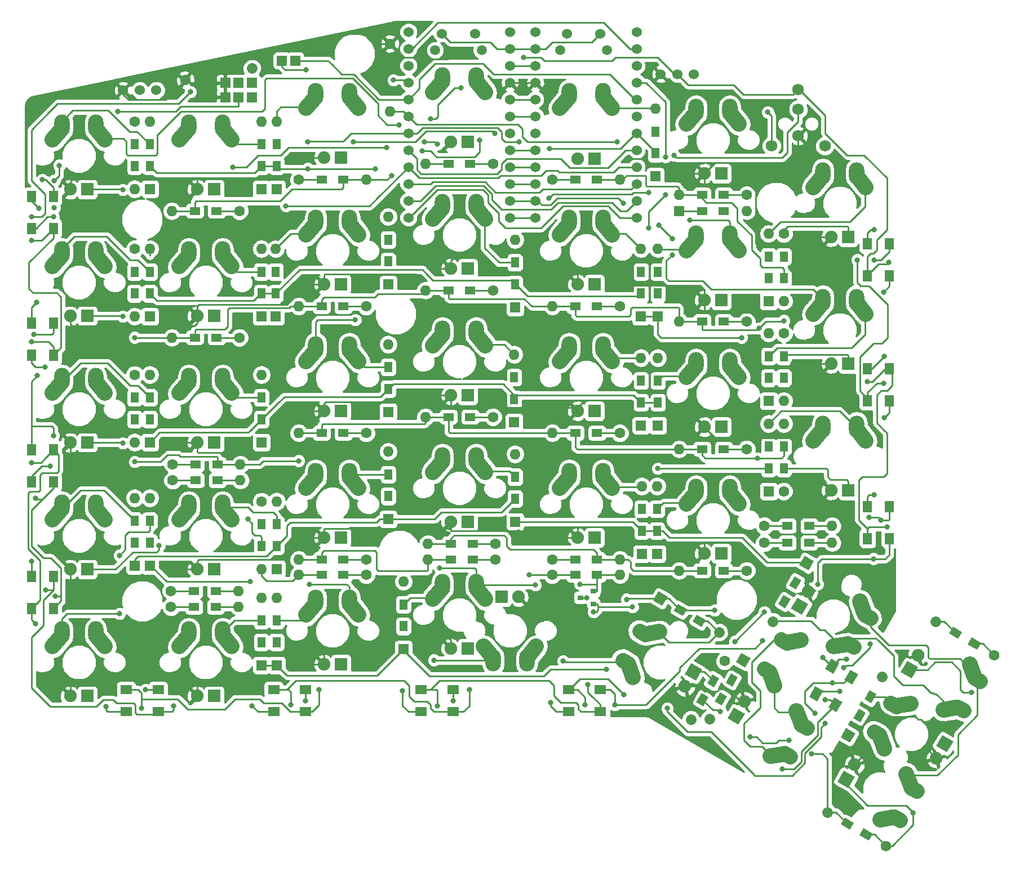
<source format=gbl>
G04 #@! TF.FileFunction,Copper,L2,Bot,Signal*
%FSLAX46Y46*%
G04 Gerber Fmt 4.6, Leading zero omitted, Abs format (unit mm)*
G04 Created by KiCad (PCBNEW 4.0.7) date 06/24/18 16:56:43*
%MOMM*%
%LPD*%
G01*
G04 APERTURE LIST*
%ADD10C,0.100000*%
%ADD11C,2.400000*%
%ADD12O,2.300000X3.337000*%
%ADD13C,1.524000*%
%ADD14C,1.600000*%
%ADD15C,1.600000*%
%ADD16O,1.600000X1.600000*%
%ADD17R,1.524000X1.524000*%
%ADD18C,1.752600*%
%ADD19C,1.500000*%
%ADD20R,1.200000X1.600000*%
%ADD21R,1.600000X1.200000*%
%ADD22C,1.905000*%
%ADD23R,1.905000X1.905000*%
%ADD24R,0.900000X0.800000*%
%ADD25C,2.300000*%
%ADD26R,1.600000X1.600000*%
%ADD27R,1.400000X1.800000*%
%ADD28R,1.800000X1.400000*%
%ADD29C,0.800000*%
%ADD30C,0.254000*%
G04 APERTURE END LIST*
D10*
D11*
X148083558Y-124644959D02*
X146926540Y-123266079D01*
X141363460Y-123266079D02*
X140206442Y-124644959D01*
D12*
X141625000Y-122531750D03*
X146665000Y-122531750D03*
D11*
X121156442Y-107976209D02*
X122313460Y-106597329D01*
X127876540Y-106597329D02*
X129033558Y-107976209D01*
D12*
X127615000Y-105863000D03*
X122575000Y-105863000D03*
D11*
X121156442Y-88926209D02*
X122313460Y-87547329D01*
X127876540Y-87547329D02*
X129033558Y-88926209D01*
D12*
X127615000Y-86813000D03*
X122575000Y-86813000D03*
D11*
X90933558Y-112738709D02*
X89776540Y-111359829D01*
X84213460Y-111359829D02*
X83056442Y-112738709D01*
D12*
X84475000Y-110625500D03*
X89515000Y-110625500D03*
D11*
X90933558Y-55588709D02*
X89776540Y-54209829D01*
X84213460Y-54209829D02*
X83056442Y-55588709D01*
D12*
X84475000Y-53475500D03*
X89515000Y-53475500D03*
D11*
X178306442Y-53207459D02*
X179463460Y-51828579D01*
X185026540Y-51828579D02*
X186183558Y-53207459D01*
D12*
X184765000Y-51094250D03*
X179725000Y-51094250D03*
D13*
X170815000Y-39370000D03*
X170815000Y-41910000D03*
X170815000Y-44450000D03*
X170815000Y-46990000D03*
X170815000Y-49530000D03*
X170815000Y-52070000D03*
X170815000Y-54610000D03*
X170815000Y-57150000D03*
X170815000Y-59690000D03*
X170815000Y-62230000D03*
X170815000Y-64770000D03*
X170815000Y-67310000D03*
X155575000Y-67310000D03*
X155575000Y-64770000D03*
X155575000Y-62230000D03*
X155575000Y-59690000D03*
X155575000Y-57150000D03*
X155575000Y-54610000D03*
X155575000Y-52070000D03*
X155575000Y-49530000D03*
X155575000Y-46990000D03*
X155575000Y-44450000D03*
X155575000Y-41910000D03*
X155575000Y-39370000D03*
D14*
X102997000Y-46609000D03*
D15*
X113002647Y-44844735D02*
X113002647Y-44844735D01*
D14*
X133731000Y-41148000D03*
D16*
X133731000Y-51308000D03*
D17*
X119491000Y-43688000D03*
X117491000Y-43688000D03*
D18*
X195072000Y-51004000D03*
X191072000Y-56504000D03*
X195072000Y-55004000D03*
X199072000Y-56504000D03*
X195072000Y-48004000D03*
D13*
X160314000Y-39624000D03*
X165314000Y-39624000D03*
D19*
X159314000Y-42124000D03*
X166314000Y-42124000D03*
D13*
X96139000Y-48133000D03*
X93639000Y-48133000D03*
X98639000Y-48133000D03*
X176911000Y-45720000D03*
X174411000Y-45720000D03*
X179411000Y-45720000D03*
X146518000Y-39624000D03*
X141518000Y-39624000D03*
D19*
X147518000Y-42124000D03*
X140518000Y-42124000D03*
D20*
X95377000Y-59542000D03*
D14*
X95377000Y-52832000D03*
D16*
X95377000Y-62992000D03*
D20*
X95377000Y-56282000D03*
D21*
X104415000Y-66294000D03*
D14*
X111125000Y-66294000D03*
D16*
X100965000Y-66294000D03*
D21*
X107675000Y-66294000D03*
X126725000Y-61595000D03*
D14*
X120015000Y-61595000D03*
D16*
X130175000Y-61595000D03*
D21*
X123465000Y-61595000D03*
X142515000Y-59182000D03*
D14*
X149225000Y-59182000D03*
D16*
X139065000Y-59182000D03*
D21*
X145775000Y-59182000D03*
X164825000Y-61595000D03*
D14*
X158115000Y-61595000D03*
D16*
X168275000Y-61595000D03*
D21*
X161565000Y-61595000D03*
X180615000Y-63881000D03*
D14*
X187325000Y-63881000D03*
D16*
X177165000Y-63881000D03*
D21*
X183875000Y-63881000D03*
D20*
X192913000Y-76433000D03*
D14*
X192913000Y-69723000D03*
D16*
X192913000Y-79883000D03*
D20*
X192913000Y-73173000D03*
X95377000Y-78719000D03*
D14*
X95377000Y-72009000D03*
D16*
X95377000Y-82169000D03*
D20*
X95377000Y-75459000D03*
D21*
X104415000Y-85344000D03*
D14*
X111125000Y-85344000D03*
D16*
X100965000Y-85344000D03*
D21*
X107675000Y-85344000D03*
X123465000Y-80645000D03*
D14*
X130175000Y-80645000D03*
D16*
X120015000Y-80645000D03*
D21*
X126725000Y-80645000D03*
X164825000Y-121031000D03*
D14*
X158115000Y-121031000D03*
D16*
X168275000Y-121031000D03*
D21*
X161565000Y-121031000D03*
X142515000Y-78232000D03*
D14*
X149225000Y-78232000D03*
D16*
X139065000Y-78232000D03*
D21*
X145775000Y-78232000D03*
X161565000Y-80645000D03*
D14*
X168275000Y-80645000D03*
D16*
X158115000Y-80645000D03*
D21*
X164825000Y-80645000D03*
X180615000Y-82931000D03*
D14*
X187325000Y-82931000D03*
D16*
X177165000Y-82931000D03*
D21*
X183875000Y-82931000D03*
D20*
X192913000Y-91419000D03*
D14*
X192913000Y-84709000D03*
D16*
X192913000Y-94869000D03*
D20*
X192913000Y-88159000D03*
X95377000Y-97642000D03*
D14*
X95377000Y-90932000D03*
D16*
X95377000Y-101092000D03*
D20*
X95377000Y-94382000D03*
D21*
X107802000Y-104394000D03*
D14*
X101092000Y-104394000D03*
D16*
X111252000Y-104394000D03*
D21*
X104542000Y-104394000D03*
X123465000Y-99695000D03*
D14*
X130175000Y-99695000D03*
D16*
X120015000Y-99695000D03*
D21*
X126725000Y-99695000D03*
X142515000Y-97282000D03*
D14*
X149225000Y-97282000D03*
D16*
X139065000Y-97282000D03*
D21*
X145775000Y-97282000D03*
X161565000Y-99695000D03*
D14*
X168275000Y-99695000D03*
D16*
X158115000Y-99695000D03*
D21*
X164825000Y-99695000D03*
X180615000Y-102108000D03*
D14*
X187325000Y-102108000D03*
D16*
X177165000Y-102108000D03*
D21*
X183875000Y-102108000D03*
D20*
X192913000Y-101748000D03*
D14*
X192913000Y-108458000D03*
D16*
X192913000Y-98298000D03*
D20*
X192913000Y-105008000D03*
D21*
X107802000Y-106807000D03*
D14*
X101092000Y-106807000D03*
D16*
X111252000Y-106807000D03*
D21*
X104542000Y-106807000D03*
D20*
X114427000Y-116692000D03*
D14*
X114427000Y-109982000D03*
D16*
X114427000Y-120142000D03*
D20*
X114427000Y-113432000D03*
D21*
X123465000Y-118745000D03*
D14*
X130175000Y-118745000D03*
D16*
X120015000Y-118745000D03*
D21*
X126725000Y-118745000D03*
X142896000Y-116332000D03*
D14*
X149606000Y-116332000D03*
D16*
X139446000Y-116332000D03*
D21*
X146156000Y-116332000D03*
X164825000Y-118745000D03*
D14*
X158115000Y-118745000D03*
D16*
X168275000Y-118745000D03*
D21*
X161565000Y-118745000D03*
X180615000Y-120396000D03*
D14*
X187325000Y-120396000D03*
D16*
X177165000Y-120396000D03*
D21*
X183875000Y-120396000D03*
D10*
G36*
X180548385Y-138803210D02*
X181587615Y-139403210D01*
X180787615Y-140788850D01*
X179748385Y-140188850D01*
X180548385Y-138803210D01*
X180548385Y-138803210D01*
G37*
D14*
X184023000Y-133985000D03*
D15*
X178943000Y-142783818D02*
X178943000Y-142783818D01*
D10*
G36*
X182178385Y-135979968D02*
X183217615Y-136579968D01*
X182417615Y-137965608D01*
X181378385Y-137365608D01*
X182178385Y-135979968D01*
X182178385Y-135979968D01*
G37*
D21*
X107548000Y-123444000D03*
D14*
X100838000Y-123444000D03*
D16*
X110998000Y-123444000D03*
D21*
X104288000Y-123444000D03*
X107548000Y-125857000D03*
D14*
X100838000Y-125857000D03*
D16*
X110998000Y-125857000D03*
D21*
X104288000Y-125857000D03*
X123465000Y-121031000D03*
D14*
X130175000Y-121031000D03*
D16*
X120015000Y-121031000D03*
D21*
X126725000Y-121031000D03*
X142896000Y-118745000D03*
D14*
X149606000Y-118745000D03*
D16*
X139446000Y-118745000D03*
D21*
X146156000Y-118745000D03*
D22*
X85725000Y-63055500D03*
D23*
X88265000Y-63055500D03*
D22*
X104775000Y-63055500D03*
D23*
X107315000Y-63055500D03*
D22*
X123825000Y-58293000D03*
D23*
X126365000Y-58293000D03*
D22*
X142875000Y-55911750D03*
D23*
X145415000Y-55911750D03*
D22*
X161925000Y-58420000D03*
D23*
X164465000Y-58420000D03*
D22*
X180975000Y-60674250D03*
D23*
X183515000Y-60674250D03*
D22*
X200025000Y-70199250D03*
D23*
X202565000Y-70199250D03*
D22*
X85725000Y-82105500D03*
D23*
X88265000Y-82105500D03*
D22*
X104775000Y-82105500D03*
D23*
X107315000Y-82105500D03*
D22*
X123825000Y-77343000D03*
D23*
X126365000Y-77343000D03*
D22*
X142875000Y-74961750D03*
D23*
X145415000Y-74961750D03*
D22*
X161925000Y-77343000D03*
D23*
X164465000Y-77343000D03*
D22*
X180975000Y-79724250D03*
D23*
X183515000Y-79724250D03*
D22*
X200025000Y-89249250D03*
D23*
X202565000Y-89249250D03*
D22*
X85725000Y-101155500D03*
D23*
X88265000Y-101155500D03*
D22*
X104775000Y-101155500D03*
D23*
X107315000Y-101155500D03*
D22*
X123825000Y-96393000D03*
D23*
X126365000Y-96393000D03*
D22*
X142875000Y-94011750D03*
D23*
X145415000Y-94011750D03*
D22*
X161925000Y-96393000D03*
D23*
X164465000Y-96393000D03*
D22*
X180975000Y-98774250D03*
D23*
X183515000Y-98774250D03*
D22*
X200025000Y-108299250D03*
D23*
X202565000Y-108299250D03*
D22*
X85725000Y-120205500D03*
D23*
X88265000Y-120205500D03*
D22*
X104775000Y-120205500D03*
D23*
X107315000Y-120205500D03*
D22*
X123825000Y-115443000D03*
D23*
X126365000Y-115443000D03*
D22*
X142875000Y-113061750D03*
D23*
X145415000Y-113061750D03*
D22*
X161925000Y-115443000D03*
D23*
X164465000Y-115443000D03*
D22*
X180975000Y-117824250D03*
D23*
X183515000Y-117824250D03*
D22*
X178056409Y-137815102D03*
D10*
G36*
X179675048Y-136916537D02*
X178025270Y-135964037D01*
X178977770Y-134314259D01*
X180627548Y-135266759D01*
X179675048Y-136916537D01*
X179675048Y-136916537D01*
G37*
D22*
X85725000Y-139255500D03*
D23*
X88265000Y-139255500D03*
D22*
X104775000Y-139255500D03*
D23*
X107315000Y-139255500D03*
D22*
X123825000Y-134493000D03*
D23*
X126365000Y-134493000D03*
D22*
X142875000Y-132111750D03*
D23*
X145415000Y-132111750D03*
D13*
X136525000Y-39370000D03*
X136525000Y-41910000D03*
X136525000Y-44450000D03*
X136525000Y-46990000D03*
X136525000Y-49530000D03*
X136525000Y-52070000D03*
X136525000Y-54610000D03*
X136525000Y-57150000D03*
X136525000Y-59690000D03*
X136525000Y-62230000D03*
X136525000Y-64770000D03*
X136525000Y-67310000D03*
X151765000Y-67310000D03*
X151765000Y-64770000D03*
X151765000Y-62230000D03*
X151765000Y-59690000D03*
X151765000Y-57150000D03*
X151765000Y-54610000D03*
X151765000Y-52070000D03*
X151765000Y-49530000D03*
X151765000Y-46990000D03*
X151765000Y-44450000D03*
X151765000Y-41910000D03*
X151765000Y-39370000D03*
D22*
X153035000Y-124333000D03*
D23*
X150495000Y-124333000D03*
D10*
G36*
X206039615Y-140342790D02*
X205000385Y-139742790D01*
X205800385Y-138357150D01*
X206839615Y-138957150D01*
X206039615Y-140342790D01*
X206039615Y-140342790D01*
G37*
G36*
X202857820Y-146253820D02*
X201472180Y-145453820D01*
X202272180Y-144068180D01*
X203657820Y-144868180D01*
X202857820Y-146253820D01*
X202857820Y-146253820D01*
G37*
D15*
X207645000Y-136362182D02*
X207645000Y-136362182D01*
D10*
G36*
X204409615Y-143166032D02*
X203370385Y-142566032D01*
X204170385Y-141180392D01*
X205209615Y-141780392D01*
X204409615Y-143166032D01*
X204409615Y-143166032D01*
G37*
D24*
X164322000Y-125410000D03*
X164322000Y-123510000D03*
X162322000Y-124460000D03*
D11*
X90933558Y-74638709D02*
X89776540Y-73259829D01*
X84213460Y-73259829D02*
X83056442Y-74638709D01*
D12*
X84475000Y-72525500D03*
X89515000Y-72525500D03*
D11*
X90933558Y-93688709D02*
X89776540Y-92309829D01*
X84213460Y-92309829D02*
X83056442Y-93688709D01*
D12*
X84475000Y-91575500D03*
X89515000Y-91575500D03*
D11*
X102106442Y-55588709D02*
X103263460Y-54209829D01*
X108826540Y-54209829D02*
X109983558Y-55588709D01*
D12*
X108565000Y-53475500D03*
X103525000Y-53475500D03*
D11*
X102106442Y-74638709D02*
X103263460Y-73259829D01*
X108826540Y-73259829D02*
X109983558Y-74638709D01*
D12*
X108565000Y-72525500D03*
X103525000Y-72525500D03*
D11*
X102106442Y-93688709D02*
X103263460Y-92309829D01*
X108826540Y-92309829D02*
X109983558Y-93688709D01*
D12*
X108565000Y-91575500D03*
X103525000Y-91575500D03*
D11*
X102106442Y-112738709D02*
X103263460Y-111359829D01*
X108826540Y-111359829D02*
X109983558Y-112738709D01*
D12*
X108565000Y-110625500D03*
X103525000Y-110625500D03*
D11*
X129033558Y-50826209D02*
X127876540Y-49447329D01*
X122313460Y-49447329D02*
X121156442Y-50826209D01*
D12*
X122575000Y-48713000D03*
X127615000Y-48713000D03*
D11*
X129033558Y-69876209D02*
X127876540Y-68497329D01*
X122313460Y-68497329D02*
X121156442Y-69876209D01*
D12*
X122575000Y-67763000D03*
X127615000Y-67763000D03*
D11*
X140206442Y-48444959D02*
X141363460Y-47066079D01*
X146926540Y-47066079D02*
X148083558Y-48444959D01*
D12*
X146665000Y-46331750D03*
X141625000Y-46331750D03*
D11*
X140206442Y-67494959D02*
X141363460Y-66116079D01*
X146926540Y-66116079D02*
X148083558Y-67494959D01*
D12*
X146665000Y-65381750D03*
X141625000Y-65381750D03*
D11*
X140206442Y-86544959D02*
X141363460Y-85166079D01*
X146926540Y-85166079D02*
X148083558Y-86544959D01*
D12*
X146665000Y-84431750D03*
X141625000Y-84431750D03*
D11*
X140206442Y-105594959D02*
X141363460Y-104216079D01*
X146926540Y-104216079D02*
X148083558Y-105594959D01*
D12*
X146665000Y-103481750D03*
X141625000Y-103481750D03*
D11*
X159256442Y-50826209D02*
X160413460Y-49447329D01*
X165976540Y-49447329D02*
X167133558Y-50826209D01*
D12*
X165715000Y-48713000D03*
X160675000Y-48713000D03*
D11*
X159256442Y-69876209D02*
X160413460Y-68497329D01*
X165976540Y-68497329D02*
X167133558Y-69876209D01*
D12*
X165715000Y-67763000D03*
X160675000Y-67763000D03*
D11*
X159256442Y-88926209D02*
X160413460Y-87547329D01*
X165976540Y-87547329D02*
X167133558Y-88926209D01*
D12*
X165715000Y-86813000D03*
X160675000Y-86813000D03*
D11*
X159256442Y-107976209D02*
X160413460Y-106597329D01*
X165976540Y-106597329D02*
X167133558Y-107976209D01*
D12*
X165715000Y-105863000D03*
X160675000Y-105863000D03*
D11*
X186183558Y-72257459D02*
X185026540Y-70878579D01*
X179463460Y-70878579D02*
X178306442Y-72257459D01*
D12*
X179725000Y-70144250D03*
X184765000Y-70144250D03*
D11*
X186183558Y-91307459D02*
X185026540Y-89928579D01*
X179463460Y-89928579D02*
X178306442Y-91307459D01*
D12*
X179725000Y-89194250D03*
X184765000Y-89194250D03*
D11*
X186183558Y-110357459D02*
X185026540Y-108978579D01*
X179463460Y-108978579D02*
X178306442Y-110357459D01*
D12*
X179725000Y-108244250D03*
X184765000Y-108244250D03*
D11*
X197356442Y-62732459D02*
X198513460Y-61353579D01*
X204076540Y-61353579D02*
X205233558Y-62732459D01*
D12*
X203815000Y-60619250D03*
X198775000Y-60619250D03*
D11*
X197356442Y-81782459D02*
X198513460Y-80403579D01*
X204076540Y-80403579D02*
X205233558Y-81782459D01*
D12*
X203815000Y-79669250D03*
X198775000Y-79669250D03*
D11*
X197356442Y-100832459D02*
X198513460Y-99453579D01*
X204076540Y-99453579D02*
X205233558Y-100832459D01*
D12*
X203815000Y-98719250D03*
X198775000Y-98719250D03*
D11*
X204351301Y-124984805D02*
X204966937Y-126676251D01*
X202185397Y-131494020D02*
X200412743Y-131806586D01*
D25*
X203401148Y-131893934D02*
X202503080Y-131375434D01*
X205921148Y-127529166D02*
X205023080Y-127010666D01*
D11*
X90933558Y-131788709D02*
X89776540Y-130409829D01*
X84213460Y-130409829D02*
X83056442Y-131788709D01*
D12*
X84475000Y-129675500D03*
X89515000Y-129675500D03*
D11*
X102106442Y-131788709D02*
X103263460Y-130409829D01*
X108826540Y-130409829D02*
X109983558Y-131788709D01*
D12*
X108565000Y-129675500D03*
X103525000Y-129675500D03*
D11*
X129033558Y-127026209D02*
X127876540Y-125647329D01*
X122313460Y-125647329D02*
X121156442Y-127026209D01*
D12*
X122575000Y-124913000D03*
X127615000Y-124913000D03*
D11*
X170255699Y-136392745D02*
X169640063Y-134701299D01*
X172421603Y-129883530D02*
X174194257Y-129570964D01*
D25*
X171205852Y-129483616D02*
X172103920Y-130002116D01*
X168685852Y-133848384D02*
X169583920Y-134366884D01*
D11*
X194826301Y-141482805D02*
X195441937Y-143174251D01*
X192660397Y-147992020D02*
X190887743Y-148304586D01*
D25*
X193876148Y-148391934D02*
X192978080Y-147873434D01*
X196396148Y-144027166D02*
X195498080Y-143508666D01*
D11*
X191516199Y-137668745D02*
X190900563Y-135977299D01*
X193682103Y-131159530D02*
X195454757Y-130846964D01*
D25*
X192466352Y-130759616D02*
X193364420Y-131278116D01*
X189946352Y-135124384D02*
X190844420Y-135642884D01*
D11*
X155703558Y-131799791D02*
X154546540Y-133178671D01*
X148983460Y-133178671D02*
X147826442Y-131799791D01*
D12*
X149245000Y-133913000D03*
X154285000Y-133913000D03*
D11*
X220849301Y-134509855D02*
X221464937Y-136201301D01*
X218683397Y-141019070D02*
X216910743Y-141331636D01*
D25*
X219899148Y-141418984D02*
X219001080Y-140900484D01*
X222419148Y-137054216D02*
X221521080Y-136535716D01*
D11*
X208014199Y-147193795D02*
X207398563Y-145502349D01*
X210180103Y-140684580D02*
X211952757Y-140372014D01*
D25*
X208964352Y-140284666D02*
X209862420Y-140803166D01*
X206444352Y-144649434D02*
X207342420Y-145167934D01*
D11*
X211324301Y-151007855D02*
X211939937Y-152699301D01*
X209158397Y-157517070D02*
X207385743Y-157829636D01*
D25*
X210374148Y-157916984D02*
X209476080Y-157398484D01*
X212894148Y-153552216D02*
X211996080Y-153033716D01*
D17*
X112998000Y-47032000D03*
X110998000Y-47032000D03*
X108998000Y-47032000D03*
X112998000Y-49191000D03*
X110998000Y-49191000D03*
X108998000Y-49191000D03*
D22*
X196550591Y-123562448D03*
D10*
G36*
X194931952Y-124461013D02*
X196581730Y-125413513D01*
X195629230Y-127063291D01*
X193979452Y-126110791D01*
X194931952Y-124461013D01*
X194931952Y-124461013D01*
G37*
D22*
X213048591Y-133087498D03*
D10*
G36*
X211429952Y-133986063D02*
X213079730Y-134938563D01*
X212127230Y-136588341D01*
X210477452Y-135635841D01*
X211429952Y-133986063D01*
X211429952Y-133986063D01*
G37*
D22*
X187025591Y-140060448D03*
D10*
G36*
X185406952Y-140959013D02*
X187056730Y-141911513D01*
X186104230Y-143561291D01*
X184454452Y-142608791D01*
X185406952Y-140959013D01*
X185406952Y-140959013D01*
G37*
D22*
X203523591Y-149585498D03*
D10*
G36*
X201904952Y-150484063D02*
X203554730Y-151436563D01*
X202602230Y-153086341D01*
X200952452Y-152133841D01*
X201904952Y-150484063D01*
X201904952Y-150484063D01*
G37*
D21*
X196702000Y-113665000D03*
D14*
X189992000Y-113665000D03*
D16*
X200152000Y-113665000D03*
D21*
X193442000Y-113665000D03*
D10*
G36*
X219717790Y-129621385D02*
X219117790Y-130660615D01*
X217732150Y-129860615D01*
X218332150Y-128821385D01*
X219717790Y-129621385D01*
X219717790Y-129621385D01*
G37*
D14*
X224536000Y-133096000D03*
D15*
X215737182Y-128016000D02*
X215737182Y-128016000D01*
D10*
G36*
X222541032Y-131251385D02*
X221941032Y-132290615D01*
X220555392Y-131490615D01*
X221155392Y-130451385D01*
X222541032Y-131251385D01*
X222541032Y-131251385D01*
G37*
D21*
X196702000Y-116205000D03*
D14*
X189992000Y-116205000D03*
D16*
X200152000Y-116205000D03*
D21*
X193442000Y-116205000D03*
D10*
G36*
X203461790Y-158323385D02*
X202861790Y-159362615D01*
X201476150Y-158562615D01*
X202076150Y-157523385D01*
X203461790Y-158323385D01*
X203461790Y-158323385D01*
G37*
D14*
X208280000Y-161798000D03*
D15*
X199481182Y-156718000D02*
X199481182Y-156718000D01*
D10*
G36*
X206285032Y-159953385D02*
X205685032Y-160992615D01*
X204299392Y-160192615D01*
X204899392Y-159153385D01*
X206285032Y-159953385D01*
X206285032Y-159953385D01*
G37*
D22*
X215814909Y-148616152D03*
D10*
G36*
X217433548Y-147717587D02*
X215783770Y-146765087D01*
X216736270Y-145115309D01*
X218386048Y-146067809D01*
X217433548Y-147717587D01*
X217433548Y-147717587D01*
G37*
D20*
X97663000Y-56282000D03*
D26*
X97663000Y-62992000D03*
D16*
X97663000Y-52832000D03*
D20*
X97663000Y-59542000D03*
X97663000Y-75459000D03*
D26*
X97663000Y-82169000D03*
D16*
X97663000Y-72009000D03*
D20*
X97663000Y-78719000D03*
X97663000Y-94382000D03*
D26*
X97663000Y-101092000D03*
D16*
X97663000Y-90932000D03*
D20*
X97663000Y-97642000D03*
X95377000Y-112924000D03*
D26*
X95377000Y-119634000D03*
D16*
X95377000Y-109474000D03*
D20*
X95377000Y-116184000D03*
X114427000Y-56282000D03*
D26*
X114427000Y-62992000D03*
D16*
X114427000Y-52832000D03*
D20*
X114427000Y-59542000D03*
X114427000Y-75459000D03*
D26*
X114427000Y-82169000D03*
D16*
X114427000Y-72009000D03*
D20*
X114427000Y-78719000D03*
X114427000Y-94382000D03*
D26*
X114427000Y-101092000D03*
D16*
X114427000Y-90932000D03*
D20*
X114427000Y-97642000D03*
X116713000Y-113432000D03*
D26*
X116713000Y-120142000D03*
D16*
X116713000Y-109982000D03*
D20*
X116713000Y-116692000D03*
X116713000Y-56282000D03*
D26*
X116713000Y-62992000D03*
D16*
X116713000Y-52832000D03*
D20*
X116713000Y-59542000D03*
X116586000Y-75459000D03*
D26*
X116586000Y-82169000D03*
D16*
X116586000Y-72009000D03*
D20*
X116586000Y-78719000D03*
X133477000Y-89810000D03*
D26*
X133477000Y-96520000D03*
D16*
X133477000Y-86360000D03*
D20*
X133477000Y-93070000D03*
X133477000Y-105939000D03*
D26*
X133477000Y-112649000D03*
D16*
X133477000Y-102489000D03*
D20*
X133477000Y-109199000D03*
X133477000Y-70633000D03*
D26*
X133477000Y-77343000D03*
D16*
X133477000Y-67183000D03*
D20*
X133477000Y-73893000D03*
X152527000Y-74062000D03*
D26*
X152527000Y-80772000D03*
D16*
X152527000Y-70612000D03*
D20*
X152527000Y-77322000D03*
X152400000Y-91334000D03*
D26*
X152400000Y-98044000D03*
D16*
X152400000Y-87884000D03*
D20*
X152400000Y-94594000D03*
X152527000Y-106320000D03*
D26*
X152527000Y-113030000D03*
D16*
X152527000Y-102870000D03*
D20*
X152527000Y-109580000D03*
X173609000Y-54377000D03*
D26*
X173609000Y-61087000D03*
D16*
X173609000Y-50927000D03*
D20*
X173609000Y-57637000D03*
X171450000Y-75459000D03*
D26*
X171450000Y-82169000D03*
D16*
X171450000Y-72009000D03*
D20*
X171450000Y-78719000D03*
X171450000Y-91842000D03*
D26*
X171450000Y-98552000D03*
D16*
X171450000Y-88392000D03*
D20*
X171450000Y-95102000D03*
X171577000Y-111146000D03*
D26*
X171577000Y-117856000D03*
D16*
X171577000Y-107696000D03*
D20*
X171577000Y-114406000D03*
D21*
X183875000Y-66294000D03*
D26*
X177165000Y-66294000D03*
D16*
X187325000Y-66294000D03*
D21*
X180615000Y-66294000D03*
D20*
X173990000Y-75459000D03*
D26*
X173990000Y-82169000D03*
D16*
X173990000Y-72009000D03*
D20*
X173990000Y-78719000D03*
X173990000Y-91842000D03*
D26*
X173990000Y-98552000D03*
D16*
X173990000Y-88392000D03*
D20*
X173990000Y-95102000D03*
X173863000Y-111146000D03*
D26*
X173863000Y-117856000D03*
D16*
X173863000Y-107696000D03*
D20*
X173863000Y-114406000D03*
X190627000Y-73173000D03*
D26*
X190627000Y-79883000D03*
D16*
X190627000Y-69723000D03*
D20*
X190627000Y-76433000D03*
X190627000Y-88159000D03*
D26*
X190627000Y-94869000D03*
D16*
X190627000Y-84709000D03*
D20*
X190627000Y-91419000D03*
X190627000Y-101748000D03*
D26*
X190627000Y-108458000D03*
D16*
X190627000Y-98298000D03*
D20*
X190627000Y-105008000D03*
D10*
G36*
X192867385Y-124071210D02*
X193906615Y-124671210D01*
X193106615Y-126056850D01*
X192067385Y-125456850D01*
X192867385Y-124071210D01*
X192867385Y-124071210D01*
G37*
G36*
X196049180Y-118160180D02*
X197434820Y-118960180D01*
X196634820Y-120345820D01*
X195249180Y-119545820D01*
X196049180Y-118160180D01*
X196049180Y-118160180D01*
G37*
D15*
X191262000Y-128051818D02*
X191262000Y-128051818D01*
D10*
G36*
X194497385Y-121247968D02*
X195536615Y-121847968D01*
X194736615Y-123233608D01*
X193697385Y-122633608D01*
X194497385Y-121247968D01*
X194497385Y-121247968D01*
G37*
D20*
X97663000Y-112924000D03*
D26*
X97663000Y-119634000D03*
D16*
X97663000Y-109474000D03*
D20*
X97663000Y-116184000D03*
X114427000Y-127910000D03*
D26*
X114427000Y-134620000D03*
D16*
X114427000Y-124460000D03*
D20*
X114427000Y-131170000D03*
X116713000Y-127910000D03*
D26*
X116713000Y-134620000D03*
D16*
X116713000Y-124460000D03*
D20*
X116713000Y-131170000D03*
X135763000Y-125497000D03*
D26*
X135763000Y-132207000D03*
D16*
X135763000Y-122047000D03*
D20*
X135763000Y-128757000D03*
D10*
G36*
X179189210Y-128061615D02*
X179789210Y-127022385D01*
X181174850Y-127822385D01*
X180574850Y-128861615D01*
X179189210Y-128061615D01*
X179189210Y-128061615D01*
G37*
G36*
X173278180Y-124879820D02*
X174078180Y-123494180D01*
X175463820Y-124294180D01*
X174663820Y-125679820D01*
X173278180Y-124879820D01*
X173278180Y-124879820D01*
G37*
D15*
X183169818Y-129667000D02*
X183169818Y-129667000D01*
D10*
G36*
X176365968Y-126431615D02*
X176965968Y-125392385D01*
X178351608Y-126192385D01*
X177751608Y-127231615D01*
X176365968Y-126431615D01*
X176365968Y-126431615D01*
G37*
G36*
X183342385Y-138676210D02*
X184381615Y-139276210D01*
X183581615Y-140661850D01*
X182542385Y-140061850D01*
X183342385Y-138676210D01*
X183342385Y-138676210D01*
G37*
G36*
X186524180Y-132765180D02*
X187909820Y-133565180D01*
X187109820Y-134950820D01*
X185724180Y-134150820D01*
X186524180Y-132765180D01*
X186524180Y-132765180D01*
G37*
D15*
X181737000Y-142656818D02*
X181737000Y-142656818D01*
D10*
G36*
X184972385Y-135852968D02*
X186011615Y-136452968D01*
X185211615Y-137838608D01*
X184172385Y-137238608D01*
X184972385Y-135852968D01*
X184972385Y-135852968D01*
G37*
D27*
X83184000Y-68948000D03*
X79884000Y-68948000D03*
X79884000Y-64148000D03*
X83184000Y-64148000D03*
X83184000Y-87998000D03*
X79884000Y-87998000D03*
X79884000Y-83198000D03*
X83184000Y-83198000D03*
X83184000Y-107048000D03*
X79884000Y-107048000D03*
X79884000Y-102248000D03*
X83184000Y-102248000D03*
X83184000Y-126098000D03*
X79884000Y-126098000D03*
X79884000Y-121298000D03*
X83184000Y-121298000D03*
D28*
X98920000Y-138304000D03*
X98920000Y-141604000D03*
X94120000Y-141604000D03*
X94120000Y-138304000D03*
X121060333Y-138304000D03*
X121060333Y-141604000D03*
X116260333Y-141604000D03*
X116260333Y-138304000D03*
X143200667Y-138304000D03*
X143200667Y-141604000D03*
X138400667Y-141604000D03*
X138400667Y-138304000D03*
X165341000Y-138304000D03*
X165341000Y-141604000D03*
X160541000Y-141604000D03*
X160541000Y-138304000D03*
D10*
G36*
X201233276Y-134335116D02*
X200333276Y-135893962D01*
X199120840Y-135193962D01*
X200020840Y-133635116D01*
X201233276Y-134335116D01*
X201233276Y-134335116D01*
G37*
G36*
X204091160Y-135985116D02*
X203191160Y-137543962D01*
X201978724Y-136843962D01*
X202878724Y-135285116D01*
X204091160Y-135985116D01*
X204091160Y-135985116D01*
G37*
G36*
X201691160Y-140142038D02*
X200791160Y-141700884D01*
X199578724Y-141000884D01*
X200478724Y-139442038D01*
X201691160Y-140142038D01*
X201691160Y-140142038D01*
G37*
G36*
X198833276Y-138492038D02*
X197933276Y-140050884D01*
X196720840Y-139350884D01*
X197620840Y-137792038D01*
X198833276Y-138492038D01*
X198833276Y-138492038D01*
G37*
D27*
X205487000Y-110757000D03*
X208787000Y-110757000D03*
X208787000Y-115557000D03*
X205487000Y-115557000D03*
X205487000Y-90056000D03*
X208787000Y-90056000D03*
X208787000Y-94856000D03*
X205487000Y-94856000D03*
X205487000Y-71260000D03*
X208787000Y-71260000D03*
X208787000Y-76060000D03*
X205487000Y-76060000D03*
D29*
X121412000Y-59944000D03*
X121412000Y-55880000D03*
X131572000Y-59944000D03*
X153162000Y-55880000D03*
X157734000Y-56896000D03*
X118110000Y-65532000D03*
X186563000Y-85344000D03*
X173990000Y-105029000D03*
X147193000Y-55626000D03*
X138557000Y-57277000D03*
X153797000Y-43180000D03*
X121158000Y-45085000D03*
X208661000Y-74041000D03*
X134239000Y-46609000D03*
X164338000Y-126619000D03*
X175133000Y-58166000D03*
X170180000Y-125857000D03*
X172593000Y-68834000D03*
X175133000Y-63881000D03*
X190500000Y-51435000D03*
X176403000Y-57912000D03*
X167894000Y-55880000D03*
X142748000Y-43053000D03*
X194183000Y-100457000D03*
X153035000Y-114554000D03*
X118237000Y-58420000D03*
X118237000Y-61468000D03*
X194310000Y-81661000D03*
X194310000Y-89281000D03*
X140081000Y-75057000D03*
X97917000Y-121793000D03*
X99949000Y-120269000D03*
X119888000Y-134493000D03*
X117475000Y-136779000D03*
X194183000Y-107442000D03*
X117348000Y-96393000D03*
X117348000Y-102616000D03*
X169291000Y-58420000D03*
X138049000Y-76200000D03*
X144399000Y-47752000D03*
X139827000Y-52451000D03*
X135128000Y-53340000D03*
X110109000Y-59690000D03*
X133223000Y-56769000D03*
X138938000Y-55880000D03*
X140843000Y-56261000D03*
X149479000Y-54610000D03*
X121666000Y-122428000D03*
X128524000Y-82677000D03*
X128270000Y-55880000D03*
X155575000Y-122555000D03*
X141224000Y-120015000D03*
X159766000Y-133985000D03*
X172593000Y-63500000D03*
X178816000Y-67691000D03*
X157607000Y-64389000D03*
X176149000Y-72898000D03*
X176149000Y-70485000D03*
X174117000Y-68453000D03*
X168783000Y-65151000D03*
X93091000Y-126873000D03*
X93091000Y-118110000D03*
X182499000Y-126365000D03*
X166243000Y-135255000D03*
X169291000Y-124714000D03*
X112776000Y-122047000D03*
X140335000Y-133858000D03*
X83185000Y-67183000D03*
X205486000Y-91948000D03*
X208407000Y-113792000D03*
X205740000Y-112395000D03*
X207518000Y-112776000D03*
X201930000Y-135001000D03*
X205867000Y-131445000D03*
X201295000Y-138557000D03*
X202311000Y-133731000D03*
X198755000Y-133477000D03*
X189738000Y-130937000D03*
X79883000Y-67183000D03*
X103759000Y-48387000D03*
X80518000Y-109474000D03*
X206502000Y-69088000D03*
X121031000Y-139954000D03*
X97028000Y-138303000D03*
X208026000Y-88138000D03*
X206502000Y-108966000D03*
X167513000Y-140589000D03*
X143256000Y-139954000D03*
X83439000Y-124206000D03*
X79883000Y-85979000D03*
X79883000Y-70739000D03*
X80645000Y-80010000D03*
X197993000Y-122428000D03*
X199136000Y-139827000D03*
X92837000Y-51308000D03*
X84074000Y-59436000D03*
X83312000Y-61722000D03*
X83185000Y-100076000D03*
X80772000Y-91059000D03*
X157861000Y-140208000D03*
X206375000Y-118618000D03*
X113030000Y-140716000D03*
X91059000Y-140843000D03*
X207899000Y-78486000D03*
X208026000Y-97409000D03*
X135636000Y-138430000D03*
X79883000Y-118999000D03*
X81026000Y-65913000D03*
X83312000Y-65786000D03*
X192659000Y-150241000D03*
X81915000Y-89789000D03*
X81534000Y-61595000D03*
X80264000Y-84836000D03*
X82677000Y-104648000D03*
X80518000Y-128397000D03*
X79883000Y-104140000D03*
X101219000Y-140716000D03*
X82042000Y-123317000D03*
X123063000Y-138303000D03*
X96393000Y-141097000D03*
X118872000Y-140589000D03*
X145669000Y-138303000D03*
X163449000Y-137541000D03*
X140843000Y-140716000D03*
X199136000Y-143383000D03*
X197612000Y-141859000D03*
X175387000Y-141097000D03*
X168910000Y-139065000D03*
X200177058Y-137287000D03*
X163068000Y-140589000D03*
X203962000Y-73660000D03*
X206502000Y-73660000D03*
X207899000Y-92202000D03*
X93599000Y-63119000D03*
X93599000Y-82169000D03*
X93599000Y-101219000D03*
X99060000Y-116586000D03*
X162306000Y-122428000D03*
X112395000Y-112649000D03*
X193675000Y-145923000D03*
X197104000Y-147955000D03*
X183388000Y-141605000D03*
X187833000Y-145415000D03*
X188976000Y-103505000D03*
X95377000Y-85344000D03*
X189230000Y-83947000D03*
X192913000Y-82804000D03*
X120015000Y-103886000D03*
X95377000Y-104013000D03*
X163322000Y-124460000D03*
X133985000Y-60960000D03*
X154686000Y-121031000D03*
X221107000Y-138684000D03*
X185547000Y-131064000D03*
X189992000Y-126619000D03*
X212344000Y-156845000D03*
D30*
X107823000Y-60579000D02*
X113390000Y-60579000D01*
X113390000Y-60579000D02*
X114427000Y-59542000D01*
X125984000Y-55816500D02*
X126682500Y-55816500D01*
X126682500Y-55816500D02*
X127889000Y-54610000D01*
X125984000Y-55816500D02*
X121475500Y-55816500D01*
X121412000Y-55880000D02*
X121475500Y-55816500D01*
X116713000Y-59542000D02*
X114427000Y-59542000D01*
X117115000Y-59944000D02*
X118491000Y-59944000D01*
X118491000Y-59944000D02*
X121412000Y-59944000D01*
X121412000Y-59944000D02*
X131572000Y-59944000D01*
X117115000Y-59944000D02*
X116713000Y-59542000D01*
X148907502Y-53784502D02*
X149923502Y-53784502D01*
X150495000Y-55372000D02*
X151003000Y-55880000D01*
X150495000Y-54356000D02*
X150495000Y-55372000D01*
X149923502Y-53784502D02*
X150495000Y-54356000D01*
X140335000Y-53784502D02*
X138620498Y-53784502D01*
X138620498Y-53784502D02*
X137795000Y-54610000D01*
X140335000Y-53784502D02*
X148907502Y-53784502D01*
X107823000Y-60579000D02*
X98700000Y-60579000D01*
X98700000Y-60579000D02*
X97663000Y-59542000D01*
X114660000Y-59309000D02*
X114427000Y-59542000D01*
X136525000Y-54610000D02*
X127889000Y-54610000D01*
X127889000Y-54610000D02*
X126682500Y-55816500D01*
X170815000Y-54610000D02*
X170688000Y-54610000D01*
X170688000Y-54610000D02*
X168402000Y-56896000D01*
X151003000Y-55880000D02*
X153162000Y-55880000D01*
X168402000Y-56896000D02*
X157734000Y-56896000D01*
X136525000Y-54610000D02*
X137795000Y-54610000D01*
X177165000Y-66294000D02*
X180615000Y-66294000D01*
X173609000Y-57637000D02*
X173609000Y-57404000D01*
X173609000Y-57404000D02*
X170815000Y-54610000D01*
X83185000Y-55435500D02*
X83185000Y-54102002D01*
X83185000Y-54102002D02*
X86106000Y-51181002D01*
X86106000Y-51181002D02*
X91440002Y-51181002D01*
X91440002Y-51181002D02*
X94615000Y-54356000D01*
X94615000Y-54356000D02*
X95737000Y-54356000D01*
X95737000Y-54356000D02*
X97663000Y-56282000D01*
X131826000Y-64389000D02*
X130683000Y-65532000D01*
X130683000Y-65532000D02*
X118110000Y-65532000D01*
X136525000Y-59690000D02*
X131826000Y-64389000D01*
X123063000Y-75120500D02*
X120184500Y-75120500D01*
X120184500Y-75120500D02*
X116586000Y-78719000D01*
X114427000Y-78719000D02*
X116586000Y-78719000D01*
X177292000Y-85344000D02*
X174498000Y-85344000D01*
X173990000Y-84836000D02*
X173990000Y-82169000D01*
X174498000Y-85344000D02*
X173990000Y-84836000D01*
X186563000Y-85344000D02*
X177292000Y-85344000D01*
X151913000Y-76708000D02*
X152527000Y-77322000D01*
X140208000Y-76708000D02*
X151913000Y-76708000D01*
X171450000Y-82169000D02*
X173990000Y-82169000D01*
X152527000Y-77322000D02*
X152633000Y-77322000D01*
X152633000Y-77322000D02*
X154432000Y-79121000D01*
X154432000Y-79121000D02*
X171048000Y-79121000D01*
X171048000Y-79121000D02*
X171450000Y-78719000D01*
X114427000Y-78719000D02*
X114321000Y-78719000D01*
X114321000Y-78719000D02*
X113284000Y-79756000D01*
X98700000Y-79756000D02*
X97663000Y-78719000D01*
X113284000Y-79756000D02*
X98700000Y-79756000D01*
X167386000Y-60452000D02*
X168148000Y-59690000D01*
X168148000Y-59690000D02*
X170815000Y-59690000D01*
X157162500Y-60261500D02*
X158940500Y-60261500D01*
X156464000Y-60960000D02*
X157162500Y-60261500D01*
X151130000Y-60960000D02*
X156464000Y-60960000D01*
X159131000Y-60452000D02*
X167386000Y-60452000D01*
X167386000Y-60452000D02*
X167576500Y-60261500D01*
X158940500Y-60261500D02*
X159131000Y-60452000D01*
X137414000Y-60579000D02*
X138176000Y-61341000D01*
X149987000Y-61341000D02*
X150368000Y-60960000D01*
X138176000Y-61341000D02*
X149987000Y-61341000D01*
X151130000Y-60960000D02*
X150368000Y-60960000D01*
X137414000Y-60579000D02*
X136525000Y-59690000D01*
X150622000Y-60960000D02*
X151130000Y-60960000D01*
X170561000Y-59944000D02*
X170815000Y-59690000D01*
X122999500Y-75120500D02*
X123063000Y-75120500D01*
X123063000Y-75120500D02*
X138620500Y-75120500D01*
X138620500Y-75120500D02*
X139192000Y-75692000D01*
X139192000Y-75692000D02*
X140208000Y-76708000D01*
X94742000Y-73660000D02*
X91186000Y-70104000D01*
X91186000Y-70104000D02*
X90678000Y-70104000D01*
X83185000Y-74485500D02*
X83185000Y-73279000D01*
X83185000Y-73279000D02*
X86360000Y-70104000D01*
X86360000Y-70104000D02*
X90678000Y-70104000D01*
X94742000Y-73660000D02*
X95864000Y-73660000D01*
X95864000Y-73660000D02*
X97663000Y-75459000D01*
X97663000Y-72009000D02*
X97663000Y-73025000D01*
X152400000Y-94594000D02*
X152400000Y-94001000D01*
X152400000Y-94001000D02*
X150728000Y-92329000D01*
X134239000Y-92329000D02*
X150728000Y-92329000D01*
X133498000Y-93070000D02*
X134239000Y-92329000D01*
X169989500Y-63055500D02*
X156654500Y-63055500D01*
X156654500Y-63055500D02*
X156210000Y-63500000D01*
X132323500Y-94223500D02*
X117866500Y-94223500D01*
X117866500Y-94223500D02*
X117094000Y-94996000D01*
X133477000Y-93070000D02*
X133498000Y-93070000D01*
X99123500Y-99631500D02*
X112437500Y-99631500D01*
X114427000Y-97642000D02*
X114448000Y-97642000D01*
X114448000Y-97642000D02*
X117094000Y-94996000D01*
X132323500Y-94223500D02*
X133477000Y-93070000D01*
X97663000Y-101092000D02*
X99123500Y-99631500D01*
X190627000Y-105008000D02*
X174011000Y-105008000D01*
X174011000Y-105008000D02*
X173990000Y-105029000D01*
X152527000Y-93980000D02*
X170328000Y-93980000D01*
X170328000Y-93980000D02*
X171450000Y-95102000D01*
X171450000Y-95102000D02*
X173990000Y-95102000D01*
X147701000Y-61912500D02*
X148018500Y-61912500D01*
X148018500Y-61912500D02*
X149606000Y-63500000D01*
X149606000Y-63500000D02*
X150495000Y-63500000D01*
X150495000Y-63500000D02*
X156210000Y-63500000D01*
X140144500Y-61912500D02*
X147701000Y-61912500D01*
X147701000Y-61912500D02*
X147828000Y-61912500D01*
X169989500Y-63055500D02*
X170815000Y-62230000D01*
X137922000Y-62230000D02*
X139827000Y-62230000D01*
X139827000Y-62230000D02*
X140144500Y-61912500D01*
X136525000Y-62230000D02*
X137922000Y-62230000D01*
X136525000Y-62230000D02*
X136144000Y-62230000D01*
X112437500Y-99631500D02*
X112755000Y-99314000D01*
X112755000Y-99314000D02*
X114427000Y-97642000D01*
X83185000Y-93535500D02*
X83185000Y-93218000D01*
X83185000Y-93218000D02*
X87249000Y-89154000D01*
X87249000Y-89154000D02*
X91313000Y-89154000D01*
X91313000Y-89154000D02*
X94742000Y-92583000D01*
X94742000Y-92583000D02*
X95864000Y-92583000D01*
X95864000Y-92583000D02*
X97663000Y-94382000D01*
X119126000Y-113157000D02*
X118745000Y-113157000D01*
X118745000Y-113157000D02*
X118237000Y-113665000D01*
X112649000Y-118237000D02*
X115168000Y-118237000D01*
X95377000Y-119634000D02*
X95377000Y-118745000D01*
X95377000Y-118745000D02*
X95885000Y-118237000D01*
X95885000Y-118237000D02*
X111760000Y-118237000D01*
X112649000Y-118237000D02*
X111760000Y-118237000D01*
X115168000Y-118237000D02*
X116713000Y-116692000D01*
X118237000Y-113665000D02*
X118237000Y-115168000D01*
X120269000Y-113157000D02*
X131445000Y-113157000D01*
X131699000Y-113157000D02*
X132207000Y-112649000D01*
X133477000Y-112649000D02*
X132207000Y-112649000D01*
X131445000Y-113157000D02*
X131699000Y-113157000D01*
X120269000Y-113157000D02*
X119126000Y-113157000D01*
X118237000Y-115168000D02*
X116713000Y-116692000D01*
X185801000Y-115443000D02*
X186690000Y-115443000D01*
X186690000Y-115443000D02*
X190373000Y-119126000D01*
X196215000Y-119126000D02*
X190373000Y-119126000D01*
X174731000Y-114406000D02*
X175768000Y-115443000D01*
X175768000Y-115443000D02*
X185674000Y-115443000D01*
X174731000Y-114406000D02*
X173863000Y-114406000D01*
X185674000Y-115443000D02*
X185801000Y-115443000D01*
X196215000Y-119126000D02*
X196342000Y-119253000D01*
X167132000Y-65024000D02*
X168402000Y-66294000D01*
X169291000Y-66294000D02*
X170815000Y-64770000D01*
X168402000Y-66294000D02*
X169291000Y-66294000D01*
X159004000Y-65024000D02*
X167132000Y-65024000D01*
X170561000Y-65024000D02*
X170815000Y-64770000D01*
X133477000Y-112649000D02*
X133223000Y-112649000D01*
X171577000Y-114406000D02*
X173863000Y-114406000D01*
X152527000Y-113030000D02*
X170201000Y-113030000D01*
X170201000Y-113030000D02*
X171577000Y-114406000D01*
X141478000Y-111633000D02*
X150474000Y-111633000D01*
X150728000Y-111379000D02*
X152527000Y-109580000D01*
X140462000Y-112649000D02*
X141478000Y-111633000D01*
X133477000Y-112649000D02*
X140462000Y-112649000D01*
X150474000Y-111633000D02*
X150728000Y-111379000D01*
X116205000Y-119634000D02*
X116713000Y-120142000D01*
X150114000Y-65659000D02*
X149098000Y-64643000D01*
X149098000Y-64643000D02*
X149098000Y-63754000D01*
X149098000Y-63754000D02*
X149098000Y-63881000D01*
X149098000Y-63881000D02*
X149098000Y-63754000D01*
X136525000Y-64770000D02*
X138303000Y-64770000D01*
X138303000Y-64770000D02*
X140589000Y-62484000D01*
X140589000Y-62484000D02*
X147828000Y-62484000D01*
X147828000Y-62484000D02*
X149098000Y-63754000D01*
X157988000Y-66040000D02*
X159004000Y-65024000D01*
X150495000Y-66040000D02*
X157988000Y-66040000D01*
X150114000Y-65659000D02*
X150495000Y-66040000D01*
X83185000Y-112585500D02*
X83185000Y-112395000D01*
X83185000Y-112395000D02*
X87249000Y-108331000D01*
X87249000Y-108331000D02*
X90784000Y-108331000D01*
X90784000Y-108331000D02*
X95377000Y-112924000D01*
X114427000Y-56282000D02*
X110701500Y-56282000D01*
X110701500Y-56282000D02*
X109855000Y-55435500D01*
X114427000Y-75459000D02*
X110828500Y-75459000D01*
X110828500Y-75459000D02*
X109855000Y-74485500D01*
X114427000Y-94382000D02*
X110701500Y-94382000D01*
X110701500Y-94382000D02*
X109855000Y-93535500D01*
X112268000Y-110871000D02*
X112395000Y-110871000D01*
X108810500Y-110871000D02*
X112268000Y-110871000D01*
X116713000Y-112141000D02*
X116713000Y-113432000D01*
X116205000Y-111633000D02*
X116713000Y-112141000D01*
X113157000Y-111633000D02*
X116205000Y-111633000D01*
X112395000Y-110871000D02*
X113157000Y-111633000D01*
X108810500Y-110871000D02*
X109855000Y-111915500D01*
X109855000Y-111915500D02*
X109855000Y-112585500D01*
X109855000Y-111506000D02*
X109855000Y-112585500D01*
X117729000Y-50673000D02*
X117348000Y-50673000D01*
X121285000Y-50673000D02*
X118872000Y-50673000D01*
X118872000Y-50673000D02*
X117729000Y-50673000D01*
X116713000Y-51308000D02*
X116713000Y-52832000D01*
X117348000Y-50673000D02*
X116713000Y-51308000D01*
X121285000Y-69723000D02*
X118872000Y-69723000D01*
X118872000Y-69723000D02*
X116586000Y-72009000D01*
X133477000Y-89810000D02*
X129942000Y-89810000D01*
X129942000Y-89810000D02*
X128905000Y-88773000D01*
X133477000Y-105939000D02*
X127691000Y-105939000D01*
X127691000Y-105939000D02*
X127615000Y-105863000D01*
X127615000Y-105863000D02*
X128905000Y-107823000D01*
X140144500Y-57594500D02*
X140716000Y-58166000D01*
X146431000Y-58166000D02*
X146939000Y-57658000D01*
X140716000Y-58166000D02*
X146431000Y-58166000D01*
X140144500Y-57594500D02*
X139827000Y-57277000D01*
X147193000Y-57404000D02*
X146939000Y-57658000D01*
X147193000Y-55626000D02*
X147193000Y-57404000D01*
X139827000Y-57277000D02*
X138557000Y-57277000D01*
X147955000Y-67341750D02*
X147955000Y-71882000D01*
X150135000Y-74062000D02*
X152527000Y-74062000D01*
X147955000Y-71882000D02*
X150135000Y-74062000D01*
X147955000Y-86391750D02*
X150907750Y-86391750D01*
X150907750Y-86391750D02*
X152400000Y-87884000D01*
X147955000Y-105441750D02*
X151648750Y-105441750D01*
X151648750Y-105441750D02*
X152527000Y-106320000D01*
X169418000Y-50800000D02*
X167132000Y-50800000D01*
X167132000Y-50800000D02*
X167005000Y-50673000D01*
X169418000Y-50800000D02*
X173482000Y-50800000D01*
X173482000Y-50800000D02*
X173609000Y-50927000D01*
X167005000Y-50673000D02*
X167640000Y-50673000D01*
X173482000Y-50800000D02*
X173609000Y-50927000D01*
X167005000Y-69723000D02*
X169164000Y-69723000D01*
X169164000Y-69723000D02*
X171450000Y-72009000D01*
X171450000Y-88392000D02*
X167386000Y-88392000D01*
X167386000Y-88392000D02*
X167005000Y-88773000D01*
X167005000Y-107823000D02*
X171450000Y-107823000D01*
X171450000Y-107823000D02*
X171577000Y-107696000D01*
X187325000Y-66294000D02*
X186944000Y-66294000D01*
X178435000Y-72104250D02*
X174085250Y-72104250D01*
X174085250Y-72104250D02*
X173990000Y-72009000D01*
X178435000Y-91154250D02*
X174677750Y-91154250D01*
X174677750Y-91154250D02*
X173990000Y-91842000D01*
X178435000Y-110204250D02*
X174804750Y-110204250D01*
X174804750Y-110204250D02*
X173863000Y-111146000D01*
X202819000Y-67945000D02*
X192405000Y-67945000D01*
X192405000Y-67945000D02*
X191897000Y-68453000D01*
X205105000Y-62579250D02*
X205105000Y-65659000D01*
X191897000Y-68453000D02*
X190627000Y-69723000D01*
X205105000Y-65659000D02*
X202819000Y-67945000D01*
X190627000Y-69723000D02*
X191135000Y-69723000D01*
X205105000Y-81629250D02*
X205105000Y-84836000D01*
X191918000Y-86868000D02*
X190627000Y-88159000D01*
X203073000Y-86868000D02*
X191918000Y-86868000D01*
X205105000Y-84836000D02*
X203073000Y-86868000D01*
X205105000Y-100679250D02*
X205105000Y-100203000D01*
X205105000Y-100203000D02*
X201295000Y-96393000D01*
X192532000Y-96393000D02*
X190627000Y-98298000D01*
X201295000Y-96393000D02*
X192532000Y-96393000D01*
X213804500Y-137604500D02*
X210756500Y-137604500D01*
X209423000Y-136271000D02*
X209423000Y-133223000D01*
X210756500Y-137604500D02*
X209423000Y-136271000D01*
X191389000Y-127924818D02*
X197012818Y-127924818D01*
X197012818Y-127924818D02*
X198374000Y-129286000D01*
X198374000Y-129286000D02*
X199009000Y-129286000D01*
X199009000Y-129286000D02*
X200609705Y-130886705D01*
X191389000Y-127924818D02*
X191262000Y-128051818D01*
X207137000Y-130937000D02*
X206756000Y-130556000D01*
X206756000Y-130556000D02*
X201825562Y-130556000D01*
X207834684Y-131634684D02*
X207137000Y-130937000D01*
X207834684Y-131634684D02*
X209423000Y-133223000D01*
X217107705Y-140272705D02*
X215773000Y-138938000D01*
X215773000Y-138938000D02*
X215519000Y-138938000D01*
X213804500Y-137604500D02*
X213995000Y-137795000D01*
X215011000Y-138811000D02*
X215138000Y-138811000D01*
X213995000Y-137795000D02*
X215011000Y-138811000D01*
X215392000Y-138811000D02*
X215519000Y-138938000D01*
X215138000Y-138811000D02*
X215392000Y-138811000D01*
X217107705Y-141296907D02*
X217107705Y-140272705D01*
X201825562Y-130556000D02*
X200609705Y-131771857D01*
X201444562Y-130937000D02*
X200609705Y-131771857D01*
X200609705Y-130886705D02*
X200609705Y-131771857D01*
X167640000Y-43180000D02*
X167132000Y-43688000D01*
X167132000Y-43688000D02*
X156972000Y-43688000D01*
X156972000Y-43688000D02*
X156464000Y-43180000D01*
X176530000Y-45720000D02*
X173990000Y-43180000D01*
X153797000Y-43180000D02*
X156464000Y-43180000D01*
X173990000Y-43180000D02*
X167640000Y-43180000D01*
X117983000Y-45085000D02*
X117506192Y-44608192D01*
X117506192Y-43861648D02*
X117506192Y-44608192D01*
X117983000Y-45085000D02*
X121158000Y-45085000D01*
X206883000Y-71882000D02*
X206883000Y-72136000D01*
X206883000Y-72136000D02*
X206375000Y-72644000D01*
X195072000Y-48004000D02*
X195197000Y-48004000D01*
X195197000Y-48004000D02*
X199136000Y-51943000D01*
X199136000Y-51943000D02*
X199136000Y-52959000D01*
X199136000Y-52705000D02*
X199136000Y-52959000D01*
X199136000Y-52959000D02*
X199136000Y-54610000D01*
X199136000Y-54610000D02*
X202438000Y-57912000D01*
X176911000Y-45720000D02*
X176530000Y-45720000D01*
X205487000Y-76060000D02*
X205487000Y-75945000D01*
X205487000Y-75945000D02*
X207137000Y-74295000D01*
X208407000Y-74295000D02*
X208661000Y-74041000D01*
X207137000Y-74295000D02*
X208407000Y-74295000D01*
X205487000Y-76060000D02*
X205487000Y-73151000D01*
X205487000Y-73151000D02*
X205994000Y-72644000D01*
X205994000Y-72644000D02*
X206375000Y-72644000D01*
X208407000Y-69088000D02*
X206883000Y-70612000D01*
X202438000Y-57912000D02*
X204978000Y-57912000D01*
X204978000Y-57912000D02*
X208407000Y-61341000D01*
X208407000Y-61341000D02*
X208407000Y-69088000D01*
X206883000Y-70612000D02*
X206883000Y-71882000D01*
X176911000Y-45720000D02*
X178562000Y-47371000D01*
X194308000Y-48768000D02*
X195072000Y-48004000D01*
X186817000Y-48768000D02*
X194308000Y-48768000D01*
X185420000Y-47371000D02*
X186817000Y-48768000D01*
X178562000Y-47371000D02*
X185420000Y-47371000D01*
X134239000Y-46609000D02*
X136144000Y-46609000D01*
X136144000Y-46609000D02*
X136525000Y-46990000D01*
X164322000Y-125410000D02*
X164780000Y-125410000D01*
X164973000Y-125603000D02*
X164973000Y-125857000D01*
X164780000Y-125410000D02*
X164973000Y-125603000D01*
X164973000Y-125857000D02*
X164973000Y-126365000D01*
X164719000Y-126619000D02*
X164338000Y-126619000D01*
X164973000Y-126365000D02*
X164719000Y-126619000D01*
X172212000Y-46990000D02*
X175133000Y-49911000D01*
X175133000Y-49911000D02*
X175133000Y-58166000D01*
X170815000Y-46990000D02*
X172212000Y-46990000D01*
X166116000Y-125857000D02*
X164973000Y-125857000D01*
X170180000Y-125857000D02*
X166116000Y-125857000D01*
X172593000Y-66421000D02*
X172593000Y-68834000D01*
X175133000Y-63881000D02*
X172593000Y-66421000D01*
X164526000Y-125410000D02*
X164322000Y-125410000D01*
X151765000Y-41910000D02*
X155575000Y-41910000D01*
X191072000Y-52007000D02*
X191072000Y-56504000D01*
X190500000Y-51435000D02*
X191072000Y-52007000D01*
X155575000Y-41910000D02*
X157099000Y-41910000D01*
X157099000Y-41910000D02*
X158115000Y-40894000D01*
X158115000Y-40894000D02*
X164044000Y-40894000D01*
X164044000Y-40894000D02*
X165314000Y-39624000D01*
X151765000Y-41910000D02*
X149860000Y-41910000D01*
X142788000Y-40894000D02*
X141518000Y-39624000D01*
X148844000Y-40894000D02*
X142788000Y-40894000D01*
X149860000Y-41910000D02*
X148844000Y-40894000D01*
X133731000Y-51308000D02*
X135763000Y-51308000D01*
X135763000Y-51308000D02*
X136525000Y-52070000D01*
X176784000Y-58293000D02*
X192659000Y-58293000D01*
X176403000Y-57912000D02*
X176784000Y-58293000D01*
X193421000Y-54483000D02*
X195072000Y-52832000D01*
X193421000Y-57531000D02*
X193421000Y-54483000D01*
X192659000Y-58293000D02*
X193421000Y-57531000D01*
X195072000Y-52832000D02*
X195072000Y-51004000D01*
X152273000Y-53276500D02*
X152971500Y-53276500D01*
X137731500Y-53276500D02*
X136525000Y-52070000D01*
X137731500Y-53276500D02*
X152273000Y-53276500D01*
X154432000Y-55880000D02*
X154813000Y-55880000D01*
X153670000Y-55118000D02*
X154432000Y-55880000D01*
X154813000Y-55880000D02*
X167894000Y-55880000D01*
X153670000Y-54229000D02*
X153670000Y-55118000D01*
X152971500Y-53276500D02*
X153670000Y-53975000D01*
X153670000Y-53975000D02*
X153670000Y-54229000D01*
X180975000Y-117824250D02*
X180975000Y-116078000D01*
X180594000Y-116078000D02*
X180975000Y-116078000D01*
X161925000Y-115443000D02*
X161925000Y-114046000D01*
X170307000Y-116078000D02*
X180594000Y-116078000D01*
X170053000Y-115824000D02*
X170307000Y-116078000D01*
X170053000Y-114300000D02*
X170053000Y-115824000D01*
X169545000Y-113792000D02*
X170053000Y-114300000D01*
X162179000Y-113792000D02*
X169545000Y-113792000D01*
X161925000Y-114046000D02*
X162179000Y-113792000D01*
X180975000Y-116078000D02*
X181356000Y-116078000D01*
X196550591Y-121366591D02*
X196550591Y-123562448D01*
X195707000Y-120523000D02*
X196550591Y-121366591D01*
X190627000Y-120523000D02*
X195707000Y-120523000D01*
X186182000Y-116078000D02*
X190627000Y-120523000D01*
X181356000Y-116078000D02*
X186182000Y-116078000D01*
X135001000Y-42799000D02*
X135382000Y-43180000D01*
X133731000Y-41148000D02*
X133858000Y-41148000D01*
X133858000Y-41148000D02*
X135001000Y-42291000D01*
X135001000Y-42291000D02*
X135001000Y-42799000D01*
X133731000Y-41148000D02*
X132334000Y-41148000D01*
X132334000Y-41148000D02*
X131953000Y-40767000D01*
X120904000Y-42037000D02*
X121031000Y-42037000D01*
X108998000Y-45942000D02*
X108998000Y-47022000D01*
X111633000Y-43307000D02*
X108998000Y-45942000D01*
X115570000Y-43307000D02*
X111633000Y-43307000D01*
X116840000Y-42037000D02*
X115570000Y-43307000D01*
X120523000Y-42037000D02*
X116840000Y-42037000D01*
X120523000Y-42037000D02*
X120904000Y-42037000D01*
X131953000Y-40767000D02*
X131572000Y-40386000D01*
X126492000Y-39624000D02*
X124968000Y-41148000D01*
X131572000Y-40386000D02*
X130810000Y-39624000D01*
X130810000Y-39624000D02*
X126492000Y-39624000D01*
X121031000Y-42037000D02*
X121920000Y-41148000D01*
X121920000Y-41148000D02*
X124968000Y-41148000D01*
X142367000Y-43434000D02*
X142748000Y-43053000D01*
X139700000Y-43434000D02*
X142367000Y-43434000D01*
X137160000Y-43180000D02*
X139446000Y-43180000D01*
X139446000Y-43180000D02*
X139700000Y-43434000D01*
X137160000Y-43180000D02*
X136271000Y-43180000D01*
X135382000Y-43180000D02*
X136271000Y-43180000D01*
X118681500Y-116014500D02*
X118681500Y-118173500D01*
X118681500Y-118173500D02*
X118491000Y-118364000D01*
X117983000Y-118745000D02*
X118110000Y-118745000D01*
X104775000Y-118999002D02*
X105029000Y-118745002D01*
X105029000Y-118745002D02*
X117982998Y-118745002D01*
X117982998Y-118745002D02*
X117983000Y-118745000D01*
X119126000Y-115570000D02*
X119253000Y-115443000D01*
X123825000Y-115443000D02*
X119253000Y-115443000D01*
X104775000Y-118999002D02*
X104775000Y-120205500D01*
X118681500Y-116014500D02*
X119126000Y-115570000D01*
X118110000Y-118745000D02*
X118491000Y-118364000D01*
X144145000Y-73279000D02*
X143383000Y-73279000D01*
X143383000Y-73279000D02*
X142875000Y-73787000D01*
X105537000Y-80391000D02*
X105029000Y-80391000D01*
X104775000Y-80645000D02*
X104775000Y-80899000D01*
X105029000Y-80391000D02*
X104775000Y-80645000D01*
X85725000Y-83312000D02*
X85979000Y-83566000D01*
X204470000Y-145796000D02*
X204470000Y-148639089D01*
X204470000Y-148639089D02*
X203523591Y-149585498D01*
X214757000Y-147558243D02*
X215814909Y-148616152D01*
X214757000Y-144018000D02*
X214757000Y-147558243D01*
X213487000Y-142748000D02*
X214757000Y-144018000D01*
X213106000Y-142748000D02*
X213487000Y-142748000D01*
X212725000Y-142367000D02*
X213106000Y-142748000D01*
X206121000Y-142367000D02*
X212725000Y-142367000D01*
X204470000Y-144018000D02*
X206121000Y-142367000D01*
X204470000Y-145796000D02*
X204470000Y-144018000D01*
X181356000Y-138557000D02*
X180975000Y-138557000D01*
X180975000Y-138557000D02*
X180233102Y-137815102D01*
X182372000Y-138557000D02*
X182880000Y-138557000D01*
X182880000Y-138557000D02*
X183261000Y-138176000D01*
X187025591Y-140060448D02*
X186415448Y-140060448D01*
X186415448Y-140060448D02*
X184531000Y-138176000D01*
X184531000Y-138176000D02*
X183261000Y-138176000D01*
X182372000Y-138557000D02*
X181356000Y-138557000D01*
X180233102Y-137815102D02*
X178056409Y-137815102D01*
X142875000Y-114427000D02*
X152908000Y-114427000D01*
X152908000Y-114427000D02*
X153035000Y-114554000D01*
X170942000Y-77470000D02*
X170053000Y-77470000D01*
X170053000Y-77470000D02*
X168275000Y-75692000D01*
X179832000Y-77470000D02*
X180340000Y-77470000D01*
X180340000Y-77470000D02*
X180594000Y-77724000D01*
X180340000Y-77470000D02*
X180213000Y-77470000D01*
X170942000Y-77470000D02*
X179832000Y-77470000D01*
X180975000Y-78232000D02*
X180975000Y-78105000D01*
X180975000Y-78232000D02*
X180975000Y-79724250D01*
X180975000Y-78105000D02*
X180594000Y-77724000D01*
X182626000Y-100457000D02*
X194183000Y-100457000D01*
X180975000Y-98806000D02*
X182626000Y-100457000D01*
X104775000Y-102235000D02*
X104775000Y-102489000D01*
X104775000Y-102489000D02*
X104902000Y-102616000D01*
X99695000Y-102616000D02*
X85725000Y-102616000D01*
X94424500Y-49593500D02*
X100012500Y-49593500D01*
X100012500Y-49593500D02*
X100076000Y-49530000D01*
X100076000Y-49530000D02*
X102997000Y-46609000D01*
X200025000Y-70199250D02*
X194595750Y-70199250D01*
X180975000Y-62230000D02*
X180975000Y-60674250D01*
X188595000Y-62230000D02*
X180975000Y-62230000D01*
X188722000Y-62357000D02*
X188595000Y-62230000D01*
X188722000Y-71247000D02*
X188722000Y-62357000D01*
X188849000Y-71374000D02*
X188722000Y-71247000D01*
X193421000Y-71374000D02*
X188849000Y-71374000D01*
X194595750Y-70199250D02*
X193421000Y-71374000D01*
X104648000Y-61468000D02*
X118237000Y-61468000D01*
X118364000Y-58293000D02*
X123825000Y-58293000D01*
X118237000Y-58420000D02*
X118364000Y-58293000D01*
X104521000Y-61468000D02*
X104648000Y-61468000D01*
X104648000Y-61468000D02*
X104775000Y-61595000D01*
X104775000Y-61595000D02*
X104775000Y-61849000D01*
X85725000Y-63055500D02*
X85725000Y-61849000D01*
X85725000Y-61849000D02*
X86106000Y-61468000D01*
X86106000Y-61468000D02*
X104521000Y-61468000D01*
X104775000Y-61595000D02*
X104775000Y-61849000D01*
X104775000Y-61849000D02*
X104775000Y-63055500D01*
X180975000Y-79724250D02*
X180975000Y-81153000D01*
X180975000Y-81153000D02*
X181356000Y-81534000D01*
X181356000Y-81534000D02*
X194183000Y-81534000D01*
X194183000Y-81534000D02*
X194310000Y-81661000D01*
X194310000Y-89281000D02*
X194341750Y-89249250D01*
X194341750Y-89249250D02*
X200025000Y-89249250D01*
X161925000Y-75692000D02*
X168275000Y-75692000D01*
X161290000Y-75692000D02*
X161925000Y-75692000D01*
X161925000Y-75692000D02*
X161925000Y-77343000D01*
X142875000Y-74961750D02*
X142875000Y-73787000D01*
X150495000Y-75692000D02*
X161290000Y-75692000D01*
X148082000Y-73279000D02*
X150495000Y-75692000D01*
X144145000Y-73279000D02*
X148082000Y-73279000D01*
X118745000Y-77978000D02*
X118745000Y-77597000D01*
X118999000Y-77343000D02*
X119380000Y-77343000D01*
X118745000Y-77597000D02*
X118999000Y-77343000D01*
X123825000Y-77343000D02*
X123825000Y-75946000D01*
X140176250Y-74961750D02*
X142875000Y-74961750D01*
X140081000Y-75057000D02*
X140176250Y-74961750D01*
X123825000Y-75946000D02*
X123952000Y-75819000D01*
X104775000Y-82105500D02*
X104775000Y-80899000D01*
X119380000Y-77343000D02*
X123825000Y-77343000D01*
X118745000Y-79883000D02*
X118745000Y-77978000D01*
X118237000Y-80391000D02*
X118745000Y-79883000D01*
X105537000Y-80391000D02*
X118237000Y-80391000D01*
X85725000Y-82105500D02*
X85725000Y-83312000D01*
X85979000Y-83566000D02*
X99949000Y-83566000D01*
X99949000Y-83566000D02*
X104394000Y-83566000D01*
X104394000Y-83566000D02*
X104775000Y-83185000D01*
X104775000Y-83185000D02*
X104775000Y-82105500D01*
X161925000Y-115443000D02*
X159766000Y-115443000D01*
X159766000Y-115443000D02*
X158877000Y-114554000D01*
X142875000Y-113061750D02*
X142875000Y-114427000D01*
X153035000Y-114554000D02*
X158877000Y-114554000D01*
X123825000Y-115443000D02*
X123825000Y-114046000D01*
X142748000Y-114046000D02*
X142875000Y-113919000D01*
X141986000Y-114046000D02*
X142748000Y-114046000D01*
X135636000Y-114046000D02*
X141986000Y-114046000D01*
X123825000Y-114046000D02*
X135636000Y-114046000D01*
X142875000Y-113919000D02*
X142875000Y-113061750D01*
X85725000Y-121539000D02*
X85725000Y-121666000D01*
X85725000Y-121666000D02*
X85852000Y-121793000D01*
X85852000Y-121793000D02*
X97917000Y-121793000D01*
X99949000Y-120269000D02*
X100012500Y-120205500D01*
X100012500Y-120205500D02*
X104775000Y-120205500D01*
X85725000Y-120205500D02*
X85725000Y-121539000D01*
X135255000Y-130556000D02*
X134366000Y-130556000D01*
X134366000Y-130556000D02*
X132842000Y-132080000D01*
X123825000Y-134493000D02*
X123825000Y-132461000D01*
X123825000Y-132461000D02*
X124206000Y-132080000D01*
X124206000Y-132080000D02*
X132842000Y-132080000D01*
X142875000Y-130810000D02*
X142875000Y-132111750D01*
X142621000Y-130556000D02*
X142875000Y-130810000D01*
X135255000Y-130556000D02*
X142621000Y-130556000D01*
X104775000Y-136779000D02*
X117475000Y-136779000D01*
X119888000Y-134493000D02*
X123825000Y-134493000D01*
X102298500Y-136779000D02*
X104775000Y-136779000D01*
X87884000Y-136779000D02*
X102298500Y-136779000D01*
X86106000Y-136779000D02*
X85725000Y-137160000D01*
X85725000Y-137160000D02*
X85725000Y-139255500D01*
X87884000Y-136779000D02*
X86106000Y-136779000D01*
X104775000Y-136779000D02*
X104775000Y-139255500D01*
X194183000Y-107442000D02*
X199167750Y-107442000D01*
X199167750Y-107442000D02*
X200025000Y-108299250D01*
X123825000Y-95250000D02*
X123825000Y-96393000D01*
X180975000Y-98774250D02*
X180975000Y-98806000D01*
X200025000Y-107696000D02*
X200025000Y-108299250D01*
X161925000Y-96393000D02*
X161925000Y-95885000D01*
X161925000Y-95885000D02*
X163068000Y-94742000D01*
X178974750Y-96774000D02*
X180975000Y-98774250D01*
X170434000Y-96774000D02*
X178974750Y-96774000D01*
X168402000Y-94742000D02*
X170434000Y-96774000D01*
X163068000Y-94742000D02*
X168402000Y-94742000D01*
X142875000Y-94011750D02*
X142875000Y-95631000D01*
X143129000Y-95885000D02*
X161417000Y-95885000D01*
X142875000Y-95631000D02*
X143129000Y-95885000D01*
X161417000Y-95885000D02*
X161925000Y-96393000D01*
X104775000Y-101155500D02*
X104775000Y-102235000D01*
X104902000Y-102616000D02*
X117348000Y-102616000D01*
X117348000Y-96393000D02*
X123825000Y-96393000D01*
X85725000Y-101155500D02*
X85725000Y-102616000D01*
X101155500Y-101155500D02*
X104775000Y-101155500D01*
X99695000Y-102616000D02*
X101155500Y-101155500D01*
X180975000Y-60674250D02*
X179578000Y-60674250D01*
X179578000Y-60674250D02*
X178784250Y-60674250D01*
X178784250Y-60674250D02*
X178435000Y-60325000D01*
X175768000Y-59436000D02*
X177546000Y-59436000D01*
X177546000Y-59436000D02*
X178435000Y-60325000D01*
X173101000Y-59436000D02*
X175768000Y-59436000D01*
X172085000Y-58420000D02*
X173101000Y-59436000D01*
X169291000Y-58420000D02*
X172085000Y-58420000D01*
X192532000Y-59055000D02*
X193294000Y-59055000D01*
X195072000Y-57277000D02*
X193421000Y-58928000D01*
X195072000Y-55004000D02*
X195072000Y-57277000D01*
X187452000Y-59055000D02*
X182594250Y-59055000D01*
X187452000Y-59055000D02*
X192532000Y-59055000D01*
X193294000Y-59055000D02*
X193421000Y-58928000D01*
X151765000Y-46990000D02*
X155575000Y-46990000D01*
X93676981Y-48567120D02*
X93676981Y-48845981D01*
X93676981Y-48845981D02*
X94424500Y-49593500D01*
X108998000Y-47022000D02*
X103410000Y-47022000D01*
X103410000Y-47022000D02*
X102997000Y-46609000D01*
X123825000Y-134493000D02*
X123825000Y-135128000D01*
X104775000Y-139255500D02*
X104775000Y-138684000D01*
X85725000Y-139255500D02*
X85725000Y-138938000D01*
X182594250Y-59055000D02*
X180975000Y-60674250D01*
X182880000Y-59055000D02*
X182594250Y-59055000D01*
X123317000Y-135001000D02*
X123825000Y-134493000D01*
X137922000Y-94996000D02*
X124079000Y-94996000D01*
X124079000Y-94996000D02*
X123825000Y-95250000D01*
X138906250Y-94011750D02*
X142875000Y-94011750D01*
X137922000Y-94996000D02*
X138906250Y-94011750D01*
X137668000Y-75819000D02*
X138049000Y-76200000D01*
X123952000Y-75819000D02*
X137668000Y-75819000D01*
X126492000Y-45720000D02*
X128270000Y-45720000D01*
X126492000Y-45720000D02*
X125031500Y-44259500D01*
X128270000Y-45720000D02*
X128333500Y-45783500D01*
X128333500Y-45783500D02*
X132080000Y-49530000D01*
X136525000Y-49530000D02*
X132080000Y-49530000D01*
X124460000Y-43688000D02*
X125031500Y-44259500D01*
X124460000Y-43688000D02*
X122047000Y-43688000D01*
X122174000Y-43688000D02*
X122047000Y-43688000D01*
X122047000Y-43688000D02*
X119491000Y-43688000D01*
X140525500Y-44132500D02*
X147764500Y-44132500D01*
X147764500Y-44132500D02*
X147828000Y-44196000D01*
X151765000Y-45720000D02*
X149352000Y-45720000D01*
X151765000Y-45720000D02*
X166751000Y-45720000D01*
X170561000Y-49530000D02*
X166751000Y-45720000D01*
X149352000Y-45720000D02*
X147828000Y-44196000D01*
X138176000Y-47879000D02*
X136525000Y-49530000D01*
X138176000Y-46482000D02*
X138176000Y-47879000D01*
X140525500Y-44132500D02*
X138176000Y-46482000D01*
X136525000Y-49911000D02*
X136525000Y-49530000D01*
X136525000Y-49657000D02*
X136525000Y-49530000D01*
X170561000Y-49530000D02*
X170815000Y-49530000D01*
X135128000Y-53340000D02*
X133350000Y-53340000D01*
X131953000Y-51943000D02*
X131953000Y-50165000D01*
X133350000Y-53340000D02*
X131953000Y-51943000D01*
X140335000Y-52451000D02*
X140589000Y-52451000D01*
X140970000Y-52070000D02*
X140970000Y-51943000D01*
X140589000Y-52451000D02*
X140970000Y-52070000D01*
X113157000Y-51308000D02*
X102362000Y-51308000D01*
X102362000Y-51308000D02*
X98806000Y-54864000D01*
X98806000Y-54864000D02*
X98806000Y-57658000D01*
X98806000Y-57658000D02*
X98552000Y-57912000D01*
X98552000Y-57912000D02*
X94361000Y-57912000D01*
X94361000Y-57912000D02*
X94107000Y-57658000D01*
X94107000Y-57658000D02*
X94107000Y-55880000D01*
X94107000Y-55880000D02*
X93662500Y-55435500D01*
X93662500Y-55435500D02*
X90805000Y-55435500D01*
X131699000Y-49911000D02*
X131953000Y-50165000D01*
X131699000Y-49911000D02*
X128143000Y-46355000D01*
X128143000Y-46355000D02*
X115189000Y-46355000D01*
X115189000Y-46355000D02*
X114935000Y-46609000D01*
X114935000Y-46609000D02*
X114935000Y-50927000D01*
X114935000Y-50927000D02*
X114554000Y-51308000D01*
X114554000Y-51308000D02*
X113157000Y-51308000D01*
X144399000Y-47752000D02*
X143510000Y-47752000D01*
X143510000Y-47752000D02*
X140970000Y-50292000D01*
X140970000Y-50292000D02*
X140970000Y-51943000D01*
X140335000Y-52451000D02*
X139827000Y-52451000D01*
X151765000Y-49530000D02*
X155575000Y-49530000D01*
X151765000Y-49530000D02*
X152400000Y-49530000D01*
X114173000Y-57912000D02*
X113919000Y-57912000D01*
X112141000Y-59690000D02*
X110109000Y-59690000D01*
X113919000Y-57912000D02*
X112141000Y-59690000D01*
X117348000Y-57912000D02*
X114173000Y-57912000D01*
X118491000Y-56769000D02*
X117348000Y-57912000D01*
X133223000Y-56769000D02*
X118491000Y-56769000D01*
X140462000Y-55880000D02*
X138938000Y-55880000D01*
X140843000Y-56261000D02*
X140462000Y-55880000D01*
X151765000Y-52070000D02*
X155575000Y-52070000D01*
X128524000Y-82677000D02*
X122936000Y-82677000D01*
X122575000Y-83038000D02*
X122575000Y-84181000D01*
X122936000Y-82677000D02*
X122575000Y-83038000D01*
X149479000Y-54610000D02*
X149479000Y-54546504D01*
X147764496Y-54292504D02*
X147891504Y-54292504D01*
X149225000Y-54292504D02*
X147764496Y-54292504D01*
X149479000Y-54546504D02*
X149225000Y-54292504D01*
X137287000Y-55880000D02*
X137541000Y-55880000D01*
X139128496Y-54292504D02*
X147701000Y-54292504D01*
X147701000Y-54292504D02*
X147891504Y-54292504D01*
X137541000Y-55880000D02*
X139128496Y-54292504D01*
X121666000Y-122428000D02*
X125984000Y-122428000D01*
X125984000Y-122428000D02*
X127254000Y-122428000D01*
X127254000Y-122428000D02*
X127615000Y-122789000D01*
X127615000Y-122789000D02*
X127615000Y-124913000D01*
X127615000Y-124913000D02*
X128905000Y-126873000D01*
X122575000Y-84181000D02*
X122575000Y-84943000D01*
X122575000Y-84943000D02*
X122575000Y-86813000D01*
X122575000Y-86813000D02*
X121285000Y-88773000D01*
X128270000Y-55880000D02*
X137287000Y-55880000D01*
X151765000Y-54610000D02*
X151384000Y-54610000D01*
X146688250Y-122555000D02*
X155575000Y-122555000D01*
X146688250Y-122555000D02*
X146665000Y-122531750D01*
X146665000Y-122531750D02*
X147955000Y-124491750D01*
X146665000Y-122531750D02*
X147955000Y-124491750D01*
X141224000Y-120015000D02*
X144907000Y-120015000D01*
X144907000Y-120015000D02*
X146431000Y-120015000D01*
X146431000Y-120015000D02*
X146665000Y-120249000D01*
X146665000Y-120249000D02*
X146665000Y-122531750D01*
X146665000Y-122531750D02*
X147955000Y-124491750D01*
X151765000Y-57150000D02*
X155575000Y-57150000D01*
X147955000Y-124491750D02*
X147955000Y-124460000D01*
X154285000Y-134640000D02*
X154285000Y-133913000D01*
X154285000Y-133913000D02*
X155575000Y-131953000D01*
X159766000Y-133985000D02*
X159888634Y-134107634D01*
X159888634Y-134107634D02*
X169134886Y-134107634D01*
X169134886Y-134107634D02*
X170187295Y-136204807D01*
X151765000Y-59690000D02*
X155575000Y-59690000D01*
X194894705Y-141670743D02*
X192089743Y-141670743D01*
X191447795Y-141028795D02*
X191447795Y-137480807D01*
X192089743Y-141670743D02*
X191447795Y-141028795D01*
X170053000Y-63754000D02*
X158242000Y-63754000D01*
X158242000Y-63754000D02*
X157861000Y-64135000D01*
X184765000Y-67925000D02*
X184765000Y-70144250D01*
X184531000Y-67691000D02*
X184765000Y-67925000D01*
X183769000Y-67691000D02*
X184531000Y-67691000D01*
X178816000Y-67691000D02*
X183769000Y-67691000D01*
X184765000Y-70144250D02*
X186055000Y-72104250D01*
X151765000Y-62230000D02*
X155575000Y-62230000D01*
X178435000Y-53054250D02*
X178435000Y-52984250D01*
X170307000Y-63500000D02*
X172593000Y-63500000D01*
X170053000Y-63754000D02*
X170307000Y-63500000D01*
X157607000Y-64389000D02*
X157861000Y-64135000D01*
X214820500Y-133667500D02*
X219392500Y-133667500D01*
X219392500Y-133667500D02*
X219710000Y-133985000D01*
X214820500Y-133667500D02*
X214630000Y-133477000D01*
X213995000Y-131572000D02*
X214249000Y-131572000D01*
X205994000Y-128905000D02*
X205994000Y-127791802D01*
X208661000Y-131572000D02*
X205994000Y-128905000D01*
X213995000Y-131572000D02*
X208661000Y-131572000D01*
X214249000Y-131572000D02*
X214630000Y-131953000D01*
X214630000Y-131953000D02*
X214630000Y-133477000D01*
X212913207Y-151195793D02*
X215961207Y-151195793D01*
X219075000Y-148082000D02*
X219075000Y-145034000D01*
X215961207Y-151195793D02*
X219075000Y-148082000D01*
X220422793Y-134697793D02*
X219710000Y-133985000D01*
X221970114Y-142138886D02*
X221970114Y-136794966D01*
X211392705Y-151195793D02*
X212913207Y-151195793D01*
X219075000Y-145034000D02*
X221970114Y-142138886D01*
X221970114Y-136794966D02*
X220917705Y-134697793D01*
X220917705Y-134697793D02*
X220422793Y-134697793D01*
X205994000Y-127791802D02*
X205472114Y-127269916D01*
X205472114Y-127269916D02*
X204419705Y-125172743D01*
X205472114Y-127269916D02*
X204419705Y-125172743D01*
X181991000Y-78105000D02*
X180721000Y-76835000D01*
X180721000Y-76835000D02*
X175641000Y-76835000D01*
X175641000Y-76835000D02*
X175260000Y-76454000D01*
X175260000Y-76454000D02*
X175260000Y-73787000D01*
X175260000Y-73787000D02*
X176149000Y-72898000D01*
X176149000Y-70485000D02*
X174117000Y-68453000D01*
X198775000Y-79522000D02*
X197358000Y-78105000D01*
X197358000Y-78105000D02*
X182118000Y-78105000D01*
X182118000Y-78105000D02*
X181991000Y-78105000D01*
X197485000Y-81629250D02*
X197485000Y-80959250D01*
X197485000Y-80959250D02*
X198775000Y-79669250D01*
X198775000Y-79669250D02*
X198775000Y-79522000D01*
X168021000Y-64389000D02*
X168783000Y-65151000D01*
X157904576Y-65405000D02*
X157904576Y-65361424D01*
X156591000Y-65405000D02*
X157904576Y-65405000D01*
X155956000Y-64770000D02*
X156591000Y-65405000D01*
X158877000Y-64389000D02*
X168021000Y-64389000D01*
X157904576Y-65361424D02*
X158877000Y-64389000D01*
X155575000Y-64770000D02*
X155956000Y-64770000D01*
X151765000Y-64770000D02*
X155575000Y-64770000D01*
X151765000Y-44450000D02*
X155575000Y-44450000D01*
X93091000Y-118110000D02*
X93980000Y-117221000D01*
X93980000Y-117221000D02*
X93980000Y-116713000D01*
X93980000Y-115062000D02*
X93980000Y-116713000D01*
X97663000Y-114300000D02*
X97409000Y-114554000D01*
X97409000Y-114554000D02*
X94488000Y-114554000D01*
X94488000Y-114554000D02*
X93980000Y-115062000D01*
X97663000Y-112924000D02*
X97663000Y-114300000D01*
X84475000Y-127615000D02*
X84475000Y-129675500D01*
X85217000Y-126873000D02*
X84475000Y-127615000D01*
X93091000Y-126873000D02*
X85852000Y-126873000D01*
X85852000Y-126873000D02*
X85217000Y-126873000D01*
X84475000Y-129675500D02*
X83185000Y-131635500D01*
X84475000Y-128250000D02*
X84475000Y-129675500D01*
X84475000Y-129675500D02*
X83185000Y-131635500D01*
X97261000Y-112924000D02*
X97663000Y-112924000D01*
X114427000Y-134620000D02*
X116713000Y-134620000D01*
X177358788Y-126312000D02*
X182446000Y-126312000D01*
X182446000Y-126312000D02*
X182499000Y-126365000D01*
X156845000Y-136271000D02*
X157861000Y-135255000D01*
X157861000Y-135255000D02*
X166243000Y-135255000D01*
X174371000Y-124587000D02*
X175633788Y-124587000D01*
X175633788Y-124587000D02*
X177358788Y-126312000D01*
X139700000Y-136271000D02*
X156845000Y-136271000D01*
X135763000Y-132334000D02*
X139700000Y-136271000D01*
X169418000Y-124587000D02*
X174371000Y-124587000D01*
X169291000Y-124714000D02*
X169418000Y-124587000D01*
X135763000Y-132207000D02*
X135763000Y-132334000D01*
X159702500Y-65595500D02*
X166560500Y-65595500D01*
X166560500Y-65595500D02*
X166624000Y-65659000D01*
X97663000Y-119634000D02*
X97790000Y-119634000D01*
X97790000Y-119634000D02*
X100203000Y-122047000D01*
X100203000Y-122047000D02*
X112776000Y-122047000D01*
X119507000Y-136144000D02*
X118237000Y-136144000D01*
X131826000Y-136144000D02*
X119507000Y-136144000D01*
X135763000Y-132207000D02*
X131826000Y-136144000D01*
X118237000Y-136144000D02*
X116713000Y-134620000D01*
X148463000Y-63881000D02*
X148463000Y-65024000D01*
X148463000Y-65024000D02*
X148844000Y-65405000D01*
X150114000Y-66675000D02*
X148844000Y-65405000D01*
X150114000Y-67818000D02*
X151130000Y-68834000D01*
X151130000Y-68834000D02*
X155321000Y-68834000D01*
X150114000Y-66675000D02*
X150114000Y-67818000D01*
X168275000Y-67310000D02*
X169418000Y-67310000D01*
X166624000Y-65659000D02*
X168275000Y-67310000D01*
X155448000Y-68834000D02*
X156464000Y-68834000D01*
X156464000Y-68834000D02*
X159702500Y-65595500D01*
X155321000Y-68834000D02*
X155448000Y-68834000D01*
X155448000Y-68834000D02*
X155956000Y-68834000D01*
X170815000Y-67310000D02*
X169418000Y-67310000D01*
X155321000Y-68834000D02*
X155956000Y-68834000D01*
X141478000Y-63119000D02*
X140843000Y-63119000D01*
X140843000Y-63119000D02*
X137668000Y-66294000D01*
X148463000Y-63881000D02*
X147701000Y-63119000D01*
X136525000Y-67310000D02*
X136652000Y-67310000D01*
X136652000Y-67310000D02*
X137668000Y-66294000D01*
X141478000Y-63119000D02*
X147701000Y-63119000D01*
X114427000Y-127910000D02*
X110330500Y-127910000D01*
X110330500Y-127910000D02*
X108565000Y-129675500D01*
X108565000Y-129675500D02*
X109855000Y-131635500D01*
X108565000Y-129675500D02*
X109855000Y-131635500D01*
X120248000Y-127910000D02*
X121285000Y-126873000D01*
X116713000Y-127910000D02*
X120248000Y-127910000D01*
X140335000Y-133858000D02*
X149190000Y-133858000D01*
X149190000Y-133858000D02*
X149245000Y-133913000D01*
X149245000Y-133913000D02*
X147955000Y-131953000D01*
X149245000Y-133913000D02*
X147955000Y-131953000D01*
X140335000Y-124491750D02*
X136768250Y-124491750D01*
X136768250Y-124491750D02*
X135763000Y-125497000D01*
X180182030Y-127942000D02*
X181444818Y-127942000D01*
X181444818Y-127942000D02*
X183169818Y-129667000D01*
X173997295Y-129605693D02*
X174055693Y-129605693D01*
X174055693Y-129605693D02*
X175641000Y-131191000D01*
X175641000Y-131191000D02*
X181645818Y-131191000D01*
X181645818Y-131191000D02*
X183169818Y-129667000D01*
X188087000Y-142240000D02*
X189357000Y-140970000D01*
X189357000Y-138430000D02*
X188087000Y-137160000D01*
X189357000Y-140970000D02*
X189357000Y-138430000D01*
X187833000Y-146812000D02*
X189626848Y-146812000D01*
X186944000Y-145923000D02*
X187833000Y-146812000D01*
X186944000Y-143383000D02*
X186944000Y-145923000D01*
X188087000Y-142240000D02*
X186944000Y-143383000D01*
X195257795Y-130881693D02*
X191317307Y-130881693D01*
X191317307Y-130881693D02*
X188087000Y-134112000D01*
X188087000Y-134112000D02*
X188087000Y-137160000D01*
X189626848Y-146812000D02*
X191084705Y-148269857D01*
X79884000Y-68948000D02*
X80531000Y-68948000D01*
X80531000Y-68948000D02*
X82296000Y-67183000D01*
X82296000Y-67183000D02*
X83185000Y-67183000D01*
X136525000Y-41910000D02*
X137033000Y-41910000D01*
X137033000Y-41910000D02*
X140970000Y-37973000D01*
X140970000Y-37973000D02*
X165862000Y-37973000D01*
X165862000Y-37973000D02*
X169799000Y-41910000D01*
X169799000Y-41910000D02*
X170815000Y-41910000D01*
X208407000Y-99695000D02*
X208407000Y-105791000D01*
X208407000Y-105791000D02*
X207899000Y-106299000D01*
X208026000Y-99314000D02*
X208407000Y-99695000D01*
X208407000Y-113792000D02*
X205740000Y-113792000D01*
X205613000Y-113919000D02*
X205613000Y-113921000D01*
X205740000Y-113792000D02*
X205613000Y-113919000D01*
X206883000Y-97409000D02*
X206883000Y-98171000D01*
X206883000Y-98171000D02*
X208026000Y-99314000D01*
X208026000Y-99314000D02*
X206883000Y-98171000D01*
X206883000Y-93980000D02*
X206883000Y-97409000D01*
X207518000Y-93345000D02*
X208407000Y-93345000D01*
X209169000Y-92583000D02*
X209169000Y-90438000D01*
X208407000Y-93345000D02*
X209169000Y-92583000D01*
X207518000Y-93345000D02*
X206883000Y-93980000D01*
X204216000Y-106807000D02*
X204724000Y-106299000D01*
X204724000Y-106299000D02*
X207899000Y-106299000D01*
X205613000Y-113921000D02*
X205487000Y-114047000D01*
X205487000Y-114047000D02*
X204216000Y-112776000D01*
X204216000Y-112776000D02*
X204216000Y-106807000D01*
X205486000Y-91948000D02*
X206248000Y-91948000D01*
X206248000Y-91948000D02*
X208140000Y-90056000D01*
X208140000Y-90056000D02*
X208787000Y-90056000D01*
X209169000Y-90438000D02*
X208787000Y-90056000D01*
X208534000Y-90309000D02*
X208787000Y-90056000D01*
X205487000Y-115557000D02*
X205487000Y-115188000D01*
X205487000Y-115557000D02*
X205487000Y-114047000D01*
X207518000Y-112776000D02*
X208661000Y-112776000D01*
X208787000Y-112650000D02*
X208787000Y-110757000D01*
X208661000Y-112776000D02*
X208787000Y-112650000D01*
X206756000Y-112395000D02*
X207137000Y-112395000D01*
X205740000Y-112395000D02*
X206756000Y-112395000D01*
X207137000Y-112395000D02*
X207518000Y-112776000D01*
X201930000Y-135001000D02*
X202311000Y-134620000D01*
X202311000Y-134620000D02*
X203200000Y-134620000D01*
X203200000Y-134620000D02*
X205867000Y-131953000D01*
X205867000Y-131953000D02*
X205867000Y-131445000D01*
X201295000Y-138557000D02*
X198141519Y-138557000D01*
X198141519Y-138557000D02*
X197777058Y-138921461D01*
X199771000Y-138557000D02*
X201295000Y-138557000D01*
X197777058Y-138921461D02*
X198136539Y-138921461D01*
X206502000Y-108966000D02*
X205740000Y-108966000D01*
X205487000Y-109219000D02*
X205487000Y-110757000D01*
X205740000Y-108966000D02*
X205487000Y-109219000D01*
X202311000Y-133731000D02*
X201210597Y-133731000D01*
X201210597Y-133731000D02*
X200177058Y-134764539D01*
X201168000Y-133731000D02*
X202311000Y-133731000D01*
X201168000Y-133731000D02*
X200177058Y-134721942D01*
X180213000Y-132080000D02*
X188595000Y-132080000D01*
X172212000Y-140589000D02*
X177292000Y-135509000D01*
X177292000Y-135509000D02*
X177292000Y-135001000D01*
X177292000Y-135001000D02*
X180213000Y-132080000D01*
X167513000Y-140589000D02*
X172212000Y-140589000D01*
X198755000Y-133477000D02*
X200042539Y-134764539D01*
X188595000Y-132080000D02*
X189738000Y-130937000D01*
X200042539Y-134764539D02*
X200177058Y-134764539D01*
X200177058Y-134764539D02*
X200177058Y-134721942D01*
X101092000Y-50165000D02*
X101981000Y-50165000D01*
X81915000Y-63754000D02*
X81915000Y-66675000D01*
X82550000Y-51435000D02*
X79883000Y-54102000D01*
X79883000Y-54102000D02*
X79883000Y-61722000D01*
X79883000Y-61722000D02*
X81915000Y-63754000D01*
X79883000Y-67183000D02*
X81407000Y-67183000D01*
X81915000Y-66675000D02*
X81407000Y-67183000D01*
X83312000Y-50673000D02*
X82550000Y-51435000D01*
X83820000Y-50165000D02*
X101092000Y-50165000D01*
X83312000Y-50673000D02*
X83820000Y-50165000D01*
X101981000Y-50165000D02*
X103759000Y-48387000D01*
X79883000Y-115316000D02*
X79883000Y-116713000D01*
X82804000Y-118491000D02*
X84328000Y-120015000D01*
X81661000Y-118491000D02*
X82804000Y-118491000D01*
X79883000Y-116713000D02*
X81661000Y-118491000D01*
X84328000Y-120015000D02*
X84328000Y-124206000D01*
X79883000Y-111252000D02*
X79883000Y-115316000D01*
X81470500Y-109664500D02*
X79883000Y-111252000D01*
X80708500Y-109664500D02*
X81470500Y-109664500D01*
X80518000Y-109474000D02*
X80708500Y-109664500D01*
X83184000Y-107951000D02*
X81470500Y-109664500D01*
X84328000Y-86854000D02*
X84328000Y-79248000D01*
X84328000Y-79248000D02*
X83693000Y-78613000D01*
X83693000Y-78613000D02*
X80137000Y-78613000D01*
X83184000Y-70358000D02*
X83184000Y-70359000D01*
X83184000Y-70359000D02*
X79502000Y-74041000D01*
X205994000Y-69088000D02*
X206502000Y-69088000D01*
X205487000Y-71260000D02*
X205487000Y-70104000D01*
X205486000Y-70104000D02*
X205487000Y-70104000D01*
X205486000Y-69596000D02*
X205994000Y-69088000D01*
X205486000Y-70104000D02*
X205486000Y-69596000D01*
X121060333Y-139924667D02*
X121060333Y-138304000D01*
X121031000Y-139954000D02*
X121060333Y-139924667D01*
X97029000Y-138304000D02*
X98920000Y-138304000D01*
X97028000Y-138303000D02*
X97029000Y-138304000D01*
X205487000Y-90056000D02*
X206108000Y-90056000D01*
X206108000Y-90056000D02*
X208026000Y-88138000D01*
X205487000Y-110757000D02*
X205487000Y-109981000D01*
X166879000Y-138304000D02*
X165341000Y-138304000D01*
X167513000Y-138938000D02*
X166879000Y-138304000D01*
X167513000Y-140589000D02*
X167513000Y-138938000D01*
X143200667Y-139898667D02*
X143256000Y-139954000D01*
X143200667Y-138304000D02*
X143200667Y-139898667D01*
X83439000Y-124206000D02*
X84328000Y-124206000D01*
X84328000Y-124206000D02*
X84328000Y-124954000D01*
X84328000Y-124954000D02*
X83184000Y-126098000D01*
X83184000Y-107048000D02*
X83184000Y-107951000D01*
X84328000Y-86854000D02*
X83184000Y-87998000D01*
X79502000Y-77978000D02*
X80137000Y-78613000D01*
X79502000Y-77978000D02*
X79502000Y-74041000D01*
X83184000Y-86740000D02*
X83184000Y-87998000D01*
X82423000Y-85979000D02*
X83184000Y-86740000D01*
X79883000Y-85979000D02*
X82423000Y-85979000D01*
X83184000Y-70358000D02*
X83184000Y-68948000D01*
X83184000Y-68948000D02*
X83184000Y-68962000D01*
X83184000Y-68962000D02*
X81407000Y-70739000D01*
X81407000Y-70739000D02*
X79883000Y-70739000D01*
X83184000Y-68948000D02*
X83184000Y-69089000D01*
X201803000Y-118618000D02*
X198628000Y-118618000D01*
X197993000Y-119253000D02*
X197993000Y-122428000D01*
X198628000Y-118618000D02*
X197993000Y-119253000D01*
X79884000Y-83198000D02*
X79884000Y-80771000D01*
X79884000Y-80771000D02*
X80645000Y-80010000D01*
X206375000Y-118618000D02*
X201803000Y-118618000D01*
X91820000Y-141604000D02*
X91312000Y-141604000D01*
X91059000Y-141351000D02*
X91059000Y-140843000D01*
X91312000Y-141604000D02*
X91059000Y-141351000D01*
X92837000Y-51308000D02*
X101556424Y-51308000D01*
X102318424Y-50546000D02*
X102489000Y-50546000D01*
X101556424Y-51308000D02*
X102318424Y-50546000D01*
X199136000Y-139827000D02*
X199890481Y-139827000D01*
X199890481Y-139827000D02*
X200634942Y-140571461D01*
X193929000Y-150241000D02*
X194437000Y-150241000D01*
X200634942Y-140571461D02*
X198987702Y-142218701D01*
X193929000Y-150241000D02*
X192659000Y-150241000D01*
X198987702Y-142218701D02*
X198416202Y-142790201D01*
X197993000Y-143256000D02*
X197993000Y-145161000D01*
X197993000Y-145161000D02*
X195834000Y-147320000D01*
X197993000Y-143213403D02*
X198416202Y-142790201D01*
X197993000Y-143256000D02*
X197993000Y-143213403D01*
X195516500Y-147637500D02*
X195834000Y-147320000D01*
X195516500Y-149161500D02*
X195516500Y-147637500D01*
X194437000Y-150241000D02*
X195516500Y-149161500D01*
X103632000Y-50546000D02*
X102489000Y-50546000D01*
X110998000Y-50546000D02*
X110998000Y-49191000D01*
X103632000Y-50546000D02*
X110998000Y-50546000D01*
X84074000Y-60960000D02*
X83312000Y-61722000D01*
X84074000Y-59436000D02*
X84074000Y-60960000D01*
X79884000Y-98679000D02*
X82931000Y-98679000D01*
X82931000Y-98679000D02*
X83185000Y-98933000D01*
X83185000Y-98933000D02*
X83185000Y-100076000D01*
X80772000Y-91059000D02*
X79884000Y-91947000D01*
X79884000Y-91947000D02*
X79884000Y-98679000D01*
X157861000Y-140208000D02*
X157861000Y-140716000D01*
X160541000Y-141604000D02*
X159257000Y-141604000D01*
X157861000Y-140716000D02*
X158749000Y-141604000D01*
X158749000Y-141604000D02*
X159257000Y-141604000D01*
X116260333Y-141604000D02*
X113918000Y-141604000D01*
X113918000Y-141604000D02*
X113030000Y-140716000D01*
X91820000Y-141604000D02*
X94120000Y-141604000D01*
X208787000Y-77598000D02*
X208787000Y-76060000D01*
X207899000Y-78486000D02*
X208787000Y-77598000D01*
X208787000Y-96648000D02*
X208787000Y-94856000D01*
X208026000Y-97409000D02*
X208787000Y-96648000D01*
X208787000Y-115557000D02*
X208787000Y-117982000D01*
X208787000Y-117982000D02*
X208151000Y-118618000D01*
X208151000Y-118618000D02*
X206375000Y-118618000D01*
X136524000Y-141604000D02*
X138400667Y-141604000D01*
X135636000Y-140716000D02*
X136524000Y-141604000D01*
X135636000Y-138430000D02*
X135636000Y-140716000D01*
X79884000Y-121298000D02*
X79884000Y-119000000D01*
X79884000Y-119000000D02*
X79883000Y-118999000D01*
X79884000Y-98679000D02*
X79884000Y-102248000D01*
X81026000Y-65913000D02*
X79884000Y-64771000D01*
X79884000Y-64771000D02*
X79884000Y-64148000D01*
X81534000Y-61595000D02*
X82042000Y-61595000D01*
X82042000Y-61595000D02*
X83184000Y-62737000D01*
X81280000Y-89789000D02*
X80518000Y-89789000D01*
X79884000Y-89155000D02*
X79884000Y-87998000D01*
X80518000Y-89789000D02*
X79884000Y-89155000D01*
X81915000Y-89789000D02*
X81280000Y-89789000D01*
X81280000Y-89789000D02*
X81026000Y-89789000D01*
X79884000Y-88647000D02*
X79884000Y-87998000D01*
X79884000Y-88012000D02*
X79884000Y-87998000D01*
X79884000Y-87998000D02*
X79884000Y-88266000D01*
X83184000Y-64148000D02*
X83184000Y-62737000D01*
X82804000Y-84836000D02*
X82931000Y-84836000D01*
X82931000Y-84836000D02*
X83184000Y-84583000D01*
X83184000Y-84583000D02*
X83184000Y-83198000D01*
X80264000Y-84836000D02*
X82804000Y-84836000D01*
X79884000Y-107048000D02*
X79884000Y-106171000D01*
X79884000Y-106171000D02*
X81407000Y-104648000D01*
X81407000Y-104648000D02*
X82677000Y-104648000D01*
X80645000Y-104140000D02*
X81292000Y-104140000D01*
X81292000Y-104140000D02*
X82042000Y-103390000D01*
X81153000Y-120904000D02*
X81153000Y-118872000D01*
X81153000Y-118872000D02*
X80772000Y-118491000D01*
X79884000Y-126098000D02*
X79884000Y-127763000D01*
X79884000Y-127763000D02*
X80518000Y-128397000D01*
X79374998Y-117093998D02*
X80772000Y-118491000D01*
X79629000Y-108458000D02*
X81026000Y-108458000D01*
X79374998Y-108712002D02*
X79629000Y-108458000D01*
X83693000Y-105664000D02*
X81534000Y-105664000D01*
X83947000Y-103011000D02*
X83184000Y-102248000D01*
X83693000Y-105664000D02*
X83947000Y-105410000D01*
X83947000Y-105410000D02*
X83947000Y-103011000D01*
X81534000Y-105664000D02*
X81153000Y-106045000D01*
X81153000Y-106045000D02*
X81153000Y-108331000D01*
X81153000Y-108331000D02*
X81026000Y-108458000D01*
X79374998Y-108712002D02*
X79374998Y-117093998D01*
X81153000Y-120904000D02*
X81153000Y-124829000D01*
X81153000Y-124829000D02*
X79884000Y-126098000D01*
X82042000Y-103390000D02*
X83184000Y-102248000D01*
X79883000Y-104140000D02*
X80645000Y-104140000D01*
X92202000Y-139827000D02*
X92716000Y-140341000D01*
X95758000Y-141986000D02*
X96139000Y-141986000D01*
X95504000Y-141732000D02*
X95758000Y-141986000D01*
X94996000Y-140341000D02*
X95244000Y-140341000D01*
X95504000Y-140601000D02*
X95504000Y-140843000D01*
X95244000Y-140341000D02*
X95504000Y-140601000D01*
X94869000Y-140341000D02*
X94996000Y-140341000D01*
X95504000Y-140843000D02*
X95504000Y-141351000D01*
X96139000Y-141986000D02*
X98538000Y-141986000D01*
X94869000Y-140341000D02*
X92716000Y-140341000D01*
X95504000Y-141351000D02*
X95504000Y-141732000D01*
X90678000Y-139827000D02*
X92202000Y-139827000D01*
X92202000Y-139827000D02*
X92075000Y-139827000D01*
X100330000Y-141604000D02*
X100966000Y-141604000D01*
X101219000Y-141351000D02*
X101219000Y-140716000D01*
X100966000Y-141604000D02*
X101219000Y-141351000D01*
X98920000Y-141604000D02*
X100330000Y-141604000D01*
X98538000Y-141986000D02*
X98920000Y-141604000D01*
X89662000Y-140843000D02*
X90678000Y-139827000D01*
X82677000Y-140843000D02*
X89662000Y-140843000D01*
X81661000Y-124841000D02*
X81661000Y-128651000D01*
X81661000Y-128651000D02*
X79883000Y-130429000D01*
X83184000Y-123318000D02*
X83184000Y-123317000D01*
X79883000Y-138049000D02*
X82677000Y-140843000D01*
X79883000Y-130429000D02*
X79883000Y-138049000D01*
X83184000Y-123318000D02*
X81661000Y-124841000D01*
X83184000Y-123317000D02*
X82042000Y-123317000D01*
X83184000Y-121298000D02*
X83184000Y-123317000D01*
X122048000Y-141604000D02*
X121060333Y-141604000D01*
X123063000Y-140589000D02*
X122048000Y-141604000D01*
X123063000Y-138303000D02*
X123063000Y-140589000D01*
X121060333Y-141604000D02*
X121060333Y-141575667D01*
X117475000Y-140335000D02*
X118745000Y-141605000D01*
X118745000Y-141605000D02*
X121059333Y-141605000D01*
X121059333Y-141605000D02*
X121060333Y-141604000D01*
X110490000Y-139700000D02*
X114173000Y-139700000D01*
X114808000Y-140335000D02*
X117475000Y-140335000D01*
X114173000Y-139700000D02*
X114808000Y-140335000D01*
X110490000Y-139700000D02*
X108966000Y-141224000D01*
X96393000Y-139700000D02*
X101854000Y-139700000D01*
X101854000Y-139700000D02*
X103378000Y-141224000D01*
X103378000Y-141224000D02*
X108966000Y-141224000D01*
X95886000Y-138304000D02*
X94120000Y-138304000D01*
X96393000Y-138811000D02*
X95886000Y-138304000D01*
X96393000Y-141097000D02*
X96393000Y-139700000D01*
X96393000Y-139700000D02*
X96393000Y-138811000D01*
X145669000Y-139700000D02*
X145669000Y-140716000D01*
X145669000Y-140716000D02*
X144781000Y-141604000D01*
X119634000Y-136906000D02*
X135890000Y-136906000D01*
X118236000Y-138304000D02*
X119634000Y-136906000D01*
X118492000Y-138304000D02*
X118236000Y-138304000D01*
X118872000Y-138684000D02*
X118492000Y-138304000D01*
X118872000Y-140589000D02*
X118872000Y-138684000D01*
X116260333Y-138304000D02*
X118236000Y-138304000D01*
X139827000Y-141097000D02*
X139827000Y-140589000D01*
X140334000Y-141604000D02*
X139827000Y-141097000D01*
X135890000Y-136906000D02*
X136652000Y-137668000D01*
X136652000Y-139319000D02*
X137414000Y-140081000D01*
X136652000Y-137668000D02*
X136652000Y-139319000D01*
X140334000Y-141604000D02*
X143200667Y-141604000D01*
X139319000Y-140081000D02*
X137414000Y-140081000D01*
X139827000Y-140589000D02*
X139319000Y-140081000D01*
X144781000Y-141604000D02*
X143200667Y-141604000D01*
X145669000Y-138303000D02*
X145669000Y-139700000D01*
X160909000Y-140208000D02*
X161671000Y-140208000D01*
X162432000Y-141604000D02*
X162815000Y-141604000D01*
X162052000Y-141224000D02*
X162432000Y-141604000D01*
X162052000Y-140589000D02*
X162052000Y-141224000D01*
X161671000Y-140208000D02*
X162052000Y-140589000D01*
X156210000Y-136906000D02*
X157607000Y-136906000D01*
X159385000Y-140208000D02*
X160020000Y-140208000D01*
X158369000Y-139192000D02*
X159385000Y-140208000D01*
X158369000Y-137668000D02*
X158369000Y-139192000D01*
X157607000Y-136906000D02*
X158369000Y-137668000D01*
X164084000Y-139319000D02*
X163449000Y-138684000D01*
X163449000Y-138684000D02*
X163449000Y-137541000D01*
X164782500Y-140017500D02*
X164084000Y-139319000D01*
X160020000Y-140208000D02*
X160909000Y-140208000D01*
X165341000Y-141604000D02*
X165341000Y-140576000D01*
X165341000Y-140576000D02*
X164782500Y-140017500D01*
X165341000Y-141604000D02*
X162815000Y-141604000D01*
X140717000Y-138304000D02*
X139826000Y-138304000D01*
X140843000Y-138430000D02*
X140717000Y-138304000D01*
X140843000Y-140716000D02*
X140843000Y-138430000D01*
X138400667Y-138304000D02*
X139826000Y-138304000D01*
X141224000Y-136906000D02*
X156210000Y-136906000D01*
X139826000Y-138304000D02*
X141224000Y-136906000D01*
X194183000Y-151213424D02*
X196088000Y-149308424D01*
X196088000Y-149308424D02*
X196088000Y-147828000D01*
X196088000Y-147828000D02*
X196383712Y-147532288D01*
X198501002Y-144017998D02*
X199136000Y-143383000D01*
X198501002Y-145414998D02*
X198501002Y-144017998D01*
X196383712Y-147532288D02*
X198501002Y-145414998D01*
X197358000Y-137287000D02*
X200177058Y-137287000D01*
X196088000Y-138557000D02*
X197358000Y-137287000D01*
X196088000Y-140335000D02*
X196088000Y-138557000D01*
X197612000Y-141859000D02*
X196088000Y-140335000D01*
X194183000Y-151213424D02*
X188551424Y-151213424D01*
X188551424Y-151213424D02*
X188341000Y-151003000D01*
X175387000Y-141097000D02*
X175387000Y-141605000D01*
X162306000Y-136652000D02*
X160654000Y-138304000D01*
X166497000Y-136652000D02*
X168910000Y-139065000D01*
X162306000Y-136652000D02*
X166497000Y-136652000D01*
X181991000Y-144653000D02*
X188341000Y-151003000D01*
X178435000Y-144653000D02*
X181991000Y-144653000D01*
X175387000Y-141605000D02*
X178435000Y-144653000D01*
X194288212Y-151108212D02*
X194183000Y-151213424D01*
X202802461Y-136414539D02*
X201930000Y-137287000D01*
X201930000Y-137287000D02*
X200177058Y-137287000D01*
X202802461Y-136414539D02*
X203034942Y-136414539D01*
X160541000Y-138304000D02*
X160654000Y-138304000D01*
X203034942Y-136414539D02*
X203034942Y-136944058D01*
X203034942Y-136055058D02*
X203034942Y-136414539D01*
X160541000Y-138304000D02*
X161926000Y-138304000D01*
X163068000Y-139446000D02*
X163068000Y-140589000D01*
X161926000Y-138304000D02*
X163068000Y-139446000D01*
X160541000Y-138304000D02*
X160541000Y-138290000D01*
X204470000Y-77597000D02*
X205740000Y-77597000D01*
X205740000Y-77597000D02*
X208534000Y-80391000D01*
X207454500Y-73723500D02*
X208787000Y-72391000D01*
X208534000Y-85344000D02*
X208534000Y-80391000D01*
X205487000Y-94489000D02*
X204343000Y-93345000D01*
X204343000Y-93345000D02*
X204343000Y-88265000D01*
X204343000Y-88265000D02*
X206375000Y-86233000D01*
X206375000Y-86233000D02*
X207645000Y-86233000D01*
X207645000Y-86233000D02*
X208534000Y-85344000D01*
X203962000Y-77089000D02*
X203962000Y-73660000D01*
X204470000Y-77597000D02*
X203962000Y-77089000D01*
X208787000Y-72391000D02*
X208787000Y-71260000D01*
X206565500Y-73723500D02*
X207454500Y-73723500D01*
X206502000Y-73660000D02*
X206565500Y-73723500D01*
X205487000Y-94856000D02*
X205487000Y-93598000D01*
X206883000Y-92202000D02*
X207899000Y-92202000D01*
X205487000Y-93598000D02*
X206883000Y-92202000D01*
X205487000Y-94856000D02*
X205487000Y-94489000D01*
X88265000Y-63055500D02*
X93535500Y-63055500D01*
X93535500Y-63055500D02*
X93599000Y-63119000D01*
X107675000Y-66294000D02*
X111125000Y-66294000D01*
X120015000Y-61595000D02*
X123465000Y-61595000D01*
X145775000Y-59182000D02*
X149225000Y-59182000D01*
X158115000Y-61595000D02*
X161565000Y-61595000D01*
X183875000Y-63881000D02*
X187325000Y-63881000D01*
X183515000Y-60674250D02*
X183515000Y-60706000D01*
X192913000Y-69723000D02*
X192913000Y-69215000D01*
X192913000Y-69215000D02*
X193548000Y-68580000D01*
X202565000Y-68707000D02*
X202565000Y-70199250D01*
X202438000Y-68580000D02*
X202565000Y-68707000D01*
X193548000Y-68580000D02*
X202438000Y-68580000D01*
X202565000Y-70199250D02*
X202565000Y-69850000D01*
X88265000Y-82105500D02*
X93535500Y-82105500D01*
X93535500Y-82105500D02*
X93599000Y-82169000D01*
X107675000Y-85344000D02*
X111125000Y-85344000D01*
X126725000Y-80645000D02*
X130175000Y-80645000D01*
X145775000Y-78232000D02*
X149225000Y-78232000D01*
X164825000Y-80645000D02*
X168275000Y-80645000D01*
X183875000Y-82931000D02*
X187325000Y-82931000D01*
X193188000Y-87884000D02*
X197739000Y-87884000D01*
X197739000Y-87884000D02*
X202438000Y-87884000D01*
X202438000Y-87884000D02*
X202565000Y-88011000D01*
X202565000Y-88011000D02*
X202565000Y-89249250D01*
X193188000Y-87884000D02*
X192913000Y-88159000D01*
X88265000Y-101155500D02*
X93535500Y-101155500D01*
X93535500Y-101155500D02*
X93599000Y-101219000D01*
X101092000Y-104394000D02*
X104542000Y-104394000D01*
X126725000Y-99695000D02*
X130175000Y-99695000D01*
X145775000Y-97282000D02*
X149225000Y-97282000D01*
X164825000Y-99695000D02*
X168275000Y-99695000D01*
X183875000Y-102108000D02*
X187325000Y-102108000D01*
X200152000Y-106680000D02*
X199898000Y-106680000D01*
X199898000Y-106680000D02*
X199517000Y-106299000D01*
X200152000Y-106680000D02*
X202311000Y-106680000D01*
X192913000Y-105008000D02*
X199242000Y-105008000D01*
X199242000Y-105008000D02*
X199517000Y-105283000D01*
X199517000Y-105283000D02*
X199517000Y-106299000D01*
X202565000Y-106934000D02*
X202565000Y-108299250D01*
X202311000Y-106680000D02*
X202565000Y-106934000D01*
X91821000Y-120205500D02*
X92519500Y-120205500D01*
X92519500Y-120205500D02*
X95123000Y-117602000D01*
X88265000Y-120205500D02*
X91821000Y-120205500D01*
X99060000Y-117221000D02*
X99060000Y-116586000D01*
X98679000Y-117602000D02*
X99060000Y-117221000D01*
X95123000Y-117602000D02*
X98679000Y-117602000D01*
X101092000Y-106807000D02*
X104542000Y-106807000D01*
X126725000Y-118745000D02*
X130175000Y-118745000D01*
X146156000Y-116332000D02*
X149606000Y-116332000D01*
X158115000Y-118745000D02*
X161565000Y-118745000D01*
X183875000Y-120396000D02*
X187325000Y-120396000D01*
X179326409Y-135615398D02*
X180940610Y-135615398D01*
X180940610Y-135615398D02*
X182298000Y-136972788D01*
X100838000Y-123444000D02*
X104288000Y-123444000D01*
X100838000Y-125857000D02*
X104288000Y-125857000D01*
X126725000Y-121031000D02*
X130175000Y-121031000D01*
X146156000Y-118745000D02*
X149606000Y-118745000D01*
X164825000Y-122428000D02*
X162306000Y-122428000D01*
X164322000Y-123510000D02*
X164780000Y-123510000D01*
X164825000Y-123465000D02*
X164825000Y-122428000D01*
X164825000Y-122428000D02*
X164825000Y-121031000D01*
X164780000Y-123510000D02*
X164825000Y-123465000D01*
X164825000Y-121031000D02*
X168275000Y-121031000D01*
X113030000Y-114427000D02*
X113030000Y-114681000D01*
X113411000Y-115062000D02*
X113665000Y-115062000D01*
X113030000Y-114681000D02*
X113411000Y-115062000D01*
X114427000Y-115316000D02*
X114427000Y-116692000D01*
X114173000Y-115062000D02*
X114427000Y-115316000D01*
X113665000Y-115062000D02*
X114173000Y-115062000D01*
X113030000Y-113284000D02*
X112395000Y-112649000D01*
X113030000Y-114427000D02*
X113030000Y-113284000D01*
X114427000Y-121158000D02*
X115189000Y-121920000D01*
X119126000Y-121920000D02*
X120015000Y-121031000D01*
X115189000Y-121920000D02*
X119126000Y-121920000D01*
X114427000Y-120142000D02*
X114427000Y-121158000D01*
X114427000Y-121158000D02*
X114808000Y-121539000D01*
X119507000Y-121539000D02*
X120015000Y-121031000D01*
X116586000Y-64770000D02*
X117221000Y-64770000D01*
X117221000Y-64770000D02*
X118999000Y-62992000D01*
X115570000Y-64770000D02*
X116586000Y-64770000D01*
X192278000Y-103505000D02*
X192532000Y-103505000D01*
X192913000Y-103124000D02*
X192913000Y-102870000D01*
X192532000Y-103505000D02*
X192913000Y-103124000D01*
X161565000Y-101600000D02*
X161565000Y-101833000D01*
X161840000Y-102108000D02*
X161925000Y-102108000D01*
X161565000Y-101833000D02*
X161840000Y-102108000D01*
X168275000Y-118745000D02*
X169545000Y-118745000D01*
X169926000Y-120015000D02*
X170307000Y-120396000D01*
X169926000Y-119126000D02*
X169926000Y-120015000D01*
X169545000Y-118745000D02*
X169926000Y-119126000D01*
X112522000Y-80899002D02*
X109600998Y-80899002D01*
X109347000Y-83693000D02*
X108966000Y-84074000D01*
X109347000Y-81153000D02*
X109347000Y-83693000D01*
X109600998Y-80899002D02*
X109347000Y-81153000D01*
X193675000Y-145923000D02*
X192151000Y-145923000D01*
X199481182Y-156718000D02*
X199481182Y-148681182D01*
X198755000Y-147955000D02*
X197104000Y-147955000D01*
X199481182Y-148681182D02*
X198755000Y-147955000D01*
X182222970Y-141351000D02*
X180668000Y-139796030D01*
X183134000Y-141351000D02*
X182222970Y-141351000D01*
X183388000Y-141605000D02*
X183134000Y-141351000D01*
X188849000Y-145415000D02*
X187833000Y-145415000D01*
X189738000Y-146304000D02*
X188849000Y-145415000D01*
X191770000Y-146304000D02*
X189738000Y-146304000D01*
X192151000Y-145923000D02*
X191770000Y-146304000D01*
X199481182Y-156718000D02*
X200743970Y-156718000D01*
X200743970Y-156718000D02*
X202468970Y-158443000D01*
X215737182Y-128016000D02*
X216999970Y-128016000D01*
X216999970Y-128016000D02*
X218724970Y-129741000D01*
X200152000Y-113665000D02*
X196702000Y-113665000D01*
X196702000Y-116205000D02*
X200152000Y-116205000D01*
X180615000Y-63881000D02*
X180615000Y-64410000D01*
X180615000Y-64410000D02*
X181229000Y-65024000D01*
X192913000Y-75057000D02*
X192913000Y-76433000D01*
X192659000Y-74803000D02*
X192913000Y-75057000D01*
X189738000Y-74803000D02*
X192659000Y-74803000D01*
X189357000Y-74422000D02*
X189738000Y-74803000D01*
X189357000Y-73406000D02*
X189357000Y-74422000D01*
X188087000Y-72136000D02*
X189357000Y-73406000D01*
X188087000Y-69977000D02*
X188087000Y-72136000D01*
X185928000Y-67818000D02*
X188087000Y-69977000D01*
X185928000Y-65913000D02*
X185928000Y-67818000D01*
X185039000Y-65024000D02*
X185928000Y-65913000D01*
X181229000Y-65024000D02*
X185039000Y-65024000D01*
X150622000Y-115062000D02*
X150876000Y-115062000D01*
X151257000Y-115443000D02*
X151257000Y-115824000D01*
X150876000Y-115062000D02*
X151257000Y-115443000D01*
X164825000Y-117708000D02*
X164338000Y-117221000D01*
X164338000Y-117221000D02*
X151765000Y-117221000D01*
X151765000Y-117221000D02*
X151257000Y-116713000D01*
X151257000Y-116713000D02*
X151257000Y-115824000D01*
X164825000Y-118745000D02*
X164825000Y-117708000D01*
X142896000Y-115549000D02*
X142896000Y-116332000D01*
X143383000Y-115062000D02*
X142896000Y-115549000D01*
X150622000Y-115062000D02*
X143383000Y-115062000D01*
X177165000Y-63881000D02*
X180615000Y-63881000D01*
X168275000Y-61595000D02*
X168656000Y-61595000D01*
X168656000Y-61595000D02*
X169291000Y-60960000D01*
X177165000Y-62865000D02*
X177165000Y-63881000D01*
X176911000Y-62611000D02*
X177165000Y-62865000D01*
X172339000Y-62611000D02*
X176911000Y-62611000D01*
X172212000Y-62484000D02*
X172339000Y-62611000D01*
X172212000Y-61087000D02*
X172212000Y-62484000D01*
X172085000Y-60960000D02*
X172212000Y-61087000D01*
X169291000Y-60960000D02*
X172085000Y-60960000D01*
X104415000Y-66294000D02*
X104415000Y-65003000D01*
X126725000Y-62759000D02*
X126725000Y-61595000D01*
X126492000Y-62992000D02*
X126725000Y-62759000D01*
X118999000Y-62992000D02*
X126492000Y-62992000D01*
X104648000Y-64770000D02*
X115570000Y-64770000D01*
X104415000Y-65003000D02*
X104648000Y-64770000D01*
X126725000Y-61595000D02*
X130175000Y-61595000D01*
X100965000Y-66294000D02*
X104415000Y-66294000D01*
X100965000Y-85344000D02*
X95377000Y-85344000D01*
X120015000Y-80645000D02*
X118872000Y-80645000D01*
X118872000Y-80645000D02*
X118617998Y-80899002D01*
X118617998Y-80899002D02*
X112522000Y-80899002D01*
X108966000Y-84074000D02*
X104648000Y-84074000D01*
X104648000Y-84074000D02*
X104415000Y-84307000D01*
X104415000Y-84307000D02*
X104415000Y-85344000D01*
X100965000Y-85344000D02*
X104415000Y-85344000D01*
X123465000Y-80645000D02*
X123465000Y-79608000D01*
X131953000Y-78740000D02*
X138557000Y-78740000D01*
X131445000Y-79248000D02*
X131953000Y-78740000D01*
X123825000Y-79248000D02*
X131445000Y-79248000D01*
X123465000Y-79608000D02*
X123825000Y-79248000D01*
X138557000Y-78740000D02*
X139065000Y-78232000D01*
X120015000Y-80645000D02*
X123465000Y-80645000D01*
X142515000Y-78994000D02*
X142515000Y-79396000D01*
X142621000Y-79502000D02*
X142875000Y-79502000D01*
X142515000Y-79396000D02*
X142621000Y-79502000D01*
X153543000Y-79502000D02*
X153924000Y-79502000D01*
X153543000Y-79502000D02*
X143383000Y-79502000D01*
X158115000Y-80645000D02*
X155067000Y-80645000D01*
X143383000Y-79502000D02*
X142875000Y-79502000D01*
X153924000Y-79502000D02*
X155067000Y-80645000D01*
X142515000Y-78994000D02*
X142515000Y-78232000D01*
X139065000Y-78232000D02*
X142515000Y-78232000D01*
X169037000Y-82169000D02*
X169672000Y-82169000D01*
X169926000Y-81915000D02*
X169926000Y-81788000D01*
X169672000Y-82169000D02*
X169926000Y-81915000D01*
X176657000Y-80772000D02*
X177038000Y-80772000D01*
X176403000Y-80772000D02*
X170180000Y-80772000D01*
X170180000Y-80772000D02*
X169926000Y-81026000D01*
X169926000Y-81026000D02*
X169926000Y-81788000D01*
X177165000Y-82931000D02*
X177165000Y-81153000D01*
X176403000Y-80772000D02*
X176657000Y-80772000D01*
X177038000Y-80772000D02*
X177165000Y-80899000D01*
X177165000Y-80899000D02*
X177165000Y-81153000D01*
X161565000Y-81280000D02*
X161565000Y-81936000D01*
X161798000Y-82169000D02*
X162433000Y-82169000D01*
X161565000Y-81936000D02*
X161798000Y-82169000D01*
X161565000Y-81280000D02*
X161565000Y-80645000D01*
X169037000Y-82169000D02*
X162433000Y-82169000D01*
X158115000Y-80645000D02*
X161565000Y-80645000D01*
X177165000Y-82931000D02*
X180615000Y-82931000D01*
X189230000Y-83947000D02*
X189103000Y-83947000D01*
X180615000Y-84095000D02*
X180615000Y-82931000D01*
X180721000Y-84201000D02*
X180615000Y-84095000D01*
X188849000Y-84201000D02*
X180721000Y-84201000D01*
X189103000Y-83947000D02*
X188849000Y-84201000D01*
X190246000Y-82931000D02*
X192786000Y-82931000D01*
X189230000Y-83947000D02*
X190246000Y-82931000D01*
X192786000Y-82931000D02*
X192913000Y-82804000D01*
X180615000Y-102108000D02*
X180615000Y-103018000D01*
X180615000Y-103018000D02*
X181102000Y-103505000D01*
X181102000Y-103505000D02*
X188976000Y-103505000D01*
X188976000Y-103505000D02*
X192278000Y-103505000D01*
X192913000Y-102870000D02*
X192913000Y-101748000D01*
X177165000Y-102108000D02*
X161925000Y-102108000D01*
X161565000Y-101600000D02*
X161565000Y-99695000D01*
X180615000Y-102108000D02*
X177165000Y-102108000D01*
X142515000Y-97282000D02*
X142515000Y-99462000D01*
X142748000Y-99695000D02*
X158115000Y-99695000D01*
X142515000Y-99462000D02*
X142748000Y-99695000D01*
X161565000Y-99695000D02*
X158115000Y-99695000D01*
X139065000Y-97282000D02*
X142515000Y-97282000D01*
X123465000Y-99695000D02*
X123465000Y-98531000D01*
X139065000Y-98171000D02*
X139065000Y-97282000D01*
X138938000Y-98298000D02*
X139065000Y-98171000D01*
X123698000Y-98298000D02*
X138938000Y-98298000D01*
X123465000Y-98531000D02*
X123698000Y-98298000D01*
X114681000Y-103886000D02*
X120015000Y-103886000D01*
X114173000Y-104394000D02*
X114681000Y-103886000D01*
X111252000Y-104394000D02*
X114173000Y-104394000D01*
X120015000Y-99695000D02*
X123465000Y-99695000D01*
X107802000Y-104394000D02*
X107802000Y-103357000D01*
X99314000Y-104013000D02*
X95377000Y-104013000D01*
X100330000Y-102997000D02*
X99314000Y-104013000D01*
X101981000Y-102997000D02*
X100330000Y-102997000D01*
X102235000Y-103251000D02*
X101981000Y-102997000D01*
X107696000Y-103251000D02*
X102235000Y-103251000D01*
X107802000Y-103357000D02*
X107696000Y-103251000D01*
X139446000Y-118745000D02*
X139446000Y-120269000D01*
X123465000Y-117708000D02*
X123465000Y-118745000D01*
X123825000Y-117348000D02*
X123465000Y-117708000D01*
X131445000Y-117348000D02*
X123825000Y-117348000D01*
X131699000Y-117602000D02*
X131445000Y-117348000D01*
X131699000Y-120142000D02*
X131699000Y-117602000D01*
X131953000Y-120396000D02*
X131699000Y-120142000D01*
X139319000Y-120396000D02*
X131953000Y-120396000D01*
X139446000Y-120269000D02*
X139319000Y-120396000D01*
X120015000Y-121031000D02*
X123465000Y-121031000D01*
X120015000Y-118745000D02*
X123465000Y-118745000D01*
X139446000Y-118745000D02*
X142896000Y-118745000D01*
X139446000Y-116332000D02*
X142896000Y-116332000D01*
X177165000Y-120396000D02*
X180615000Y-120396000D01*
X177165000Y-120396000D02*
X170307000Y-120396000D01*
X163322000Y-124460000D02*
X162322000Y-124460000D01*
X133350000Y-61595000D02*
X130175000Y-61595000D01*
X133985000Y-60960000D02*
X133350000Y-61595000D01*
X164825000Y-61595000D02*
X168275000Y-61595000D01*
X139065000Y-59182000D02*
X142515000Y-59182000D01*
X164825000Y-118745000D02*
X168275000Y-118745000D01*
X107548000Y-125857000D02*
X110998000Y-125857000D01*
X107548000Y-123444000D02*
X110998000Y-123444000D01*
X107802000Y-106807000D02*
X111252000Y-106807000D01*
X107802000Y-104394000D02*
X111252000Y-104394000D01*
X130683000Y-61595000D02*
X130175000Y-61595000D01*
X158115000Y-121031000D02*
X154686000Y-121031000D01*
X158115000Y-121031000D02*
X161565000Y-121031000D01*
X151765000Y-67310000D02*
X155575000Y-67310000D01*
X170815000Y-57150000D02*
X169164000Y-57150000D01*
X160782000Y-59817000D02*
X166497000Y-59817000D01*
X166497000Y-59817000D02*
X169164000Y-57150000D01*
X160782000Y-59817000D02*
X159639000Y-58674000D01*
X158623000Y-58420000D02*
X159385000Y-58420000D01*
X159385000Y-58420000D02*
X159639000Y-58674000D01*
X159385000Y-58420000D02*
X159639000Y-58674000D01*
X151257000Y-58420000D02*
X158623000Y-58420000D01*
X150749000Y-58928000D02*
X151257000Y-58420000D01*
X136525000Y-57150000D02*
X137795000Y-58420000D01*
X137795000Y-60071000D02*
X138430000Y-60706000D01*
X138430000Y-60706000D02*
X149098000Y-60706000D01*
X137795000Y-58420000D02*
X137795000Y-60071000D01*
X149860000Y-60706000D02*
X150495000Y-60071000D01*
X150495000Y-60071000D02*
X150495000Y-59563000D01*
X149098000Y-60706000D02*
X149860000Y-60706000D01*
X150495000Y-59182000D02*
X150749000Y-58928000D01*
X150495000Y-59563000D02*
X150495000Y-59182000D01*
X205920000Y-139349970D02*
X208219440Y-139349970D01*
X208219440Y-139349970D02*
X209413386Y-140543916D01*
X209413386Y-140543916D02*
X211755795Y-140406743D01*
X193442000Y-113665000D02*
X189992000Y-113665000D01*
X221107000Y-138684000D02*
X219837000Y-138684000D01*
X214470798Y-135287202D02*
X211778591Y-135287202D01*
X215582498Y-134175502D02*
X214470798Y-135287202D01*
X218122502Y-134175502D02*
X215582498Y-134175502D01*
X219456000Y-135509000D02*
X218122502Y-134175502D01*
X219456000Y-138303000D02*
X219456000Y-135509000D01*
X219837000Y-138684000D02*
X219456000Y-138303000D01*
X221548212Y-131371000D02*
X222811000Y-131371000D01*
X222811000Y-131371000D02*
X224536000Y-133096000D01*
X189992000Y-126619000D02*
X185547000Y-131064000D01*
X189992000Y-116205000D02*
X193442000Y-116205000D01*
X212344000Y-156845000D02*
X212344000Y-156718000D01*
X202253591Y-151785202D02*
X202253591Y-152469591D01*
X202253591Y-152469591D02*
X205486000Y-155702000D01*
X205486000Y-155702000D02*
X211328000Y-155702000D01*
X211328000Y-155702000D02*
X212344000Y-156718000D01*
X212344000Y-156718000D02*
X212344000Y-158623000D01*
X212344000Y-158623000D02*
X209169000Y-161798000D01*
X209169000Y-161798000D02*
X208280000Y-161798000D01*
X205292212Y-160073000D02*
X206555000Y-160073000D01*
X206555000Y-160073000D02*
X208280000Y-161798000D01*
G36*
X207201092Y-140724094D02*
X207509134Y-141348741D01*
X208032770Y-141807957D01*
X209009002Y-142371585D01*
X209668513Y-142595459D01*
X210363494Y-142549908D01*
X210471936Y-142496430D01*
X212324170Y-142169831D01*
X212586564Y-142067792D01*
X212718519Y-142387147D01*
X212741370Y-142410038D01*
X212576933Y-142341758D01*
X211528666Y-142340843D01*
X210559842Y-142741153D01*
X209817958Y-143481743D01*
X209415958Y-144449867D01*
X209415043Y-145498134D01*
X209815353Y-146466958D01*
X210225052Y-146877373D01*
X209796950Y-146876999D01*
X209756861Y-146616540D01*
X209113588Y-144849159D01*
X209105680Y-144728506D01*
X208797638Y-144103859D01*
X208274002Y-143644643D01*
X207297770Y-143081015D01*
X206638259Y-142857141D01*
X205943278Y-142902692D01*
X205318631Y-143210734D01*
X204859415Y-143734370D01*
X204635541Y-144393881D01*
X204681092Y-145088862D01*
X204989134Y-145713509D01*
X205512770Y-146172725D01*
X205736890Y-146302121D01*
X206308189Y-147871753D01*
X206679621Y-148483854D01*
X207257020Y-148907221D01*
X207867795Y-149056677D01*
X207715776Y-149422781D01*
X207715225Y-150053333D01*
X207956019Y-150636097D01*
X207979041Y-150659159D01*
X207814433Y-150590808D01*
X206766166Y-150589893D01*
X205797342Y-150990203D01*
X205055458Y-151730793D01*
X204653458Y-152698917D01*
X204652543Y-153747184D01*
X204683334Y-153821703D01*
X203568764Y-152707134D01*
X204115429Y-151760283D01*
X204194742Y-151534354D01*
X204182364Y-151277649D01*
X204071089Y-151045984D01*
X203878450Y-150875864D01*
X203712134Y-150779842D01*
X203457851Y-149830846D01*
X203509450Y-149779247D01*
X203405504Y-149675301D01*
X203679134Y-149675301D01*
X204022668Y-150957389D01*
X204295926Y-151007950D01*
X204781485Y-150604113D01*
X205075540Y-150045200D01*
X205141638Y-149543134D01*
X204961222Y-149331766D01*
X203679134Y-149675301D01*
X203405504Y-149675301D01*
X203329842Y-149599639D01*
X203098637Y-149830844D01*
X202394988Y-150019386D01*
X202228672Y-149923364D01*
X202002743Y-149844051D01*
X201746038Y-149856429D01*
X201514373Y-149967704D01*
X201344253Y-150160343D01*
X200391753Y-151810121D01*
X200312440Y-152036050D01*
X200324818Y-152292755D01*
X200436093Y-152524420D01*
X200628732Y-152694540D01*
X202278510Y-153647040D01*
X202393927Y-153687558D01*
X204846213Y-156139844D01*
X204453911Y-156139502D01*
X203907914Y-156365103D01*
X203489812Y-156782476D01*
X203480734Y-156804337D01*
X203195086Y-157089487D01*
X203083780Y-157357542D01*
X202399870Y-156962686D01*
X202173941Y-156883373D01*
X201995574Y-156891974D01*
X201282785Y-156179185D01*
X201223395Y-156139502D01*
X201035575Y-156014004D01*
X200743970Y-155956000D01*
X200692076Y-155956000D01*
X200643971Y-155858457D01*
X200243182Y-155506991D01*
X200243182Y-149627862D01*
X201905544Y-149627862D01*
X202085960Y-149839230D01*
X203368048Y-149495695D01*
X203024514Y-148213607D01*
X202751256Y-148163046D01*
X202265697Y-148566883D01*
X201971642Y-149125796D01*
X201905544Y-149627862D01*
X200243182Y-149627862D01*
X200243182Y-148681182D01*
X200185178Y-148389577D01*
X200114580Y-148283920D01*
X200023673Y-148147867D01*
X203269859Y-148147867D01*
X203613394Y-149429955D01*
X204895482Y-149086421D01*
X204946043Y-148813163D01*
X204542206Y-148327604D01*
X203983293Y-148033549D01*
X203481227Y-147967451D01*
X203269859Y-148147867D01*
X200023673Y-148147867D01*
X200019997Y-148142366D01*
X199769030Y-147891400D01*
X199820922Y-147887567D01*
X199957814Y-147877983D01*
X199959052Y-147877366D01*
X199960429Y-147877264D01*
X200082925Y-147815590D01*
X200205724Y-147754350D01*
X200206630Y-147753307D01*
X200207866Y-147752685D01*
X200297457Y-147648805D01*
X200387453Y-147545259D01*
X200387892Y-147543947D01*
X200388794Y-147542901D01*
X201228314Y-146060623D01*
X202534100Y-146814519D01*
X202760029Y-146893832D01*
X203016734Y-146881454D01*
X203248399Y-146770179D01*
X203418519Y-146577540D01*
X204218519Y-145191900D01*
X204297832Y-144965971D01*
X204285454Y-144709266D01*
X204174179Y-144477601D01*
X203981540Y-144307481D01*
X202655012Y-143541609D01*
X202942225Y-143034500D01*
X203046665Y-143126731D01*
X204085895Y-143726731D01*
X204311824Y-143806044D01*
X204568529Y-143793666D01*
X204800194Y-143682391D01*
X204970314Y-143489752D01*
X205770314Y-142104112D01*
X205849627Y-141878183D01*
X205837249Y-141621478D01*
X205725974Y-141389813D01*
X205533335Y-141219693D01*
X204494105Y-140619693D01*
X204340453Y-140565753D01*
X204551563Y-140193011D01*
X204676665Y-140303489D01*
X205715895Y-140903489D01*
X205941824Y-140982802D01*
X206198529Y-140970424D01*
X206430194Y-140859149D01*
X206600314Y-140666510D01*
X206920478Y-140111970D01*
X207160972Y-140111970D01*
X207201092Y-140724094D01*
X207201092Y-140724094D01*
G37*
X207201092Y-140724094D02*
X207509134Y-141348741D01*
X208032770Y-141807957D01*
X209009002Y-142371585D01*
X209668513Y-142595459D01*
X210363494Y-142549908D01*
X210471936Y-142496430D01*
X212324170Y-142169831D01*
X212586564Y-142067792D01*
X212718519Y-142387147D01*
X212741370Y-142410038D01*
X212576933Y-142341758D01*
X211528666Y-142340843D01*
X210559842Y-142741153D01*
X209817958Y-143481743D01*
X209415958Y-144449867D01*
X209415043Y-145498134D01*
X209815353Y-146466958D01*
X210225052Y-146877373D01*
X209796950Y-146876999D01*
X209756861Y-146616540D01*
X209113588Y-144849159D01*
X209105680Y-144728506D01*
X208797638Y-144103859D01*
X208274002Y-143644643D01*
X207297770Y-143081015D01*
X206638259Y-142857141D01*
X205943278Y-142902692D01*
X205318631Y-143210734D01*
X204859415Y-143734370D01*
X204635541Y-144393881D01*
X204681092Y-145088862D01*
X204989134Y-145713509D01*
X205512770Y-146172725D01*
X205736890Y-146302121D01*
X206308189Y-147871753D01*
X206679621Y-148483854D01*
X207257020Y-148907221D01*
X207867795Y-149056677D01*
X207715776Y-149422781D01*
X207715225Y-150053333D01*
X207956019Y-150636097D01*
X207979041Y-150659159D01*
X207814433Y-150590808D01*
X206766166Y-150589893D01*
X205797342Y-150990203D01*
X205055458Y-151730793D01*
X204653458Y-152698917D01*
X204652543Y-153747184D01*
X204683334Y-153821703D01*
X203568764Y-152707134D01*
X204115429Y-151760283D01*
X204194742Y-151534354D01*
X204182364Y-151277649D01*
X204071089Y-151045984D01*
X203878450Y-150875864D01*
X203712134Y-150779842D01*
X203457851Y-149830846D01*
X203509450Y-149779247D01*
X203405504Y-149675301D01*
X203679134Y-149675301D01*
X204022668Y-150957389D01*
X204295926Y-151007950D01*
X204781485Y-150604113D01*
X205075540Y-150045200D01*
X205141638Y-149543134D01*
X204961222Y-149331766D01*
X203679134Y-149675301D01*
X203405504Y-149675301D01*
X203329842Y-149599639D01*
X203098637Y-149830844D01*
X202394988Y-150019386D01*
X202228672Y-149923364D01*
X202002743Y-149844051D01*
X201746038Y-149856429D01*
X201514373Y-149967704D01*
X201344253Y-150160343D01*
X200391753Y-151810121D01*
X200312440Y-152036050D01*
X200324818Y-152292755D01*
X200436093Y-152524420D01*
X200628732Y-152694540D01*
X202278510Y-153647040D01*
X202393927Y-153687558D01*
X204846213Y-156139844D01*
X204453911Y-156139502D01*
X203907914Y-156365103D01*
X203489812Y-156782476D01*
X203480734Y-156804337D01*
X203195086Y-157089487D01*
X203083780Y-157357542D01*
X202399870Y-156962686D01*
X202173941Y-156883373D01*
X201995574Y-156891974D01*
X201282785Y-156179185D01*
X201223395Y-156139502D01*
X201035575Y-156014004D01*
X200743970Y-155956000D01*
X200692076Y-155956000D01*
X200643971Y-155858457D01*
X200243182Y-155506991D01*
X200243182Y-149627862D01*
X201905544Y-149627862D01*
X202085960Y-149839230D01*
X203368048Y-149495695D01*
X203024514Y-148213607D01*
X202751256Y-148163046D01*
X202265697Y-148566883D01*
X201971642Y-149125796D01*
X201905544Y-149627862D01*
X200243182Y-149627862D01*
X200243182Y-148681182D01*
X200185178Y-148389577D01*
X200114580Y-148283920D01*
X200023673Y-148147867D01*
X203269859Y-148147867D01*
X203613394Y-149429955D01*
X204895482Y-149086421D01*
X204946043Y-148813163D01*
X204542206Y-148327604D01*
X203983293Y-148033549D01*
X203481227Y-147967451D01*
X203269859Y-148147867D01*
X200023673Y-148147867D01*
X200019997Y-148142366D01*
X199769030Y-147891400D01*
X199820922Y-147887567D01*
X199957814Y-147877983D01*
X199959052Y-147877366D01*
X199960429Y-147877264D01*
X200082925Y-147815590D01*
X200205724Y-147754350D01*
X200206630Y-147753307D01*
X200207866Y-147752685D01*
X200297457Y-147648805D01*
X200387453Y-147545259D01*
X200387892Y-147543947D01*
X200388794Y-147542901D01*
X201228314Y-146060623D01*
X202534100Y-146814519D01*
X202760029Y-146893832D01*
X203016734Y-146881454D01*
X203248399Y-146770179D01*
X203418519Y-146577540D01*
X204218519Y-145191900D01*
X204297832Y-144965971D01*
X204285454Y-144709266D01*
X204174179Y-144477601D01*
X203981540Y-144307481D01*
X202655012Y-143541609D01*
X202942225Y-143034500D01*
X203046665Y-143126731D01*
X204085895Y-143726731D01*
X204311824Y-143806044D01*
X204568529Y-143793666D01*
X204800194Y-143682391D01*
X204970314Y-143489752D01*
X205770314Y-142104112D01*
X205849627Y-141878183D01*
X205837249Y-141621478D01*
X205725974Y-141389813D01*
X205533335Y-141219693D01*
X204494105Y-140619693D01*
X204340453Y-140565753D01*
X204551563Y-140193011D01*
X204676665Y-140303489D01*
X205715895Y-140903489D01*
X205941824Y-140982802D01*
X206198529Y-140970424D01*
X206430194Y-140859149D01*
X206600314Y-140666510D01*
X206920478Y-140111970D01*
X207160972Y-140111970D01*
X207201092Y-140724094D01*
G36*
X177701550Y-136524736D02*
X177867866Y-136620758D01*
X178122149Y-137569754D01*
X178070550Y-137621353D01*
X178250158Y-137800961D01*
X178481363Y-137569756D01*
X179185012Y-137381214D01*
X179351328Y-137477236D01*
X179577257Y-137556549D01*
X179833962Y-137544171D01*
X180065627Y-137432896D01*
X180235747Y-137240257D01*
X180694044Y-136446463D01*
X180990371Y-136742789D01*
X180817686Y-137041888D01*
X180738373Y-137267817D01*
X180750751Y-137524522D01*
X180862026Y-137756187D01*
X181054665Y-137926307D01*
X182093895Y-138526307D01*
X182319824Y-138605620D01*
X182576529Y-138593242D01*
X182668075Y-138549270D01*
X182219223Y-139326705D01*
X182215249Y-139244296D01*
X182103974Y-139012631D01*
X181911335Y-138842511D01*
X180872105Y-138242511D01*
X180646176Y-138163198D01*
X180389471Y-138175576D01*
X180157806Y-138286851D01*
X179987686Y-138479490D01*
X179187686Y-139865130D01*
X179108373Y-140091059D01*
X179120751Y-140347764D01*
X179232026Y-140579429D01*
X179424665Y-140749549D01*
X180463895Y-141349549D01*
X180689824Y-141428862D01*
X180946529Y-141416484D01*
X181125067Y-141330727D01*
X181152651Y-141358312D01*
X180877493Y-141494002D01*
X180508316Y-141914962D01*
X180480202Y-141963655D01*
X180338995Y-142379626D01*
X180095526Y-141885908D01*
X179674567Y-141516730D01*
X179144373Y-141336749D01*
X178585662Y-141373365D01*
X178083493Y-141621002D01*
X177714316Y-142041962D01*
X177686202Y-142090655D01*
X177506221Y-142620849D01*
X177508026Y-142648396D01*
X176346001Y-141486371D01*
X176421820Y-141303777D01*
X176422179Y-140892029D01*
X176264942Y-140511485D01*
X175974046Y-140220081D01*
X175593777Y-140062180D01*
X175182029Y-140061821D01*
X174801485Y-140219058D01*
X174510081Y-140509954D01*
X174352180Y-140890223D01*
X174351821Y-141301971D01*
X174509058Y-141682515D01*
X174673107Y-141846851D01*
X174683004Y-141896605D01*
X174798841Y-142069966D01*
X174848185Y-142143815D01*
X177896185Y-145191815D01*
X178143395Y-145356996D01*
X178435000Y-145415000D01*
X181675370Y-145415000D01*
X186939071Y-150678701D01*
X172566803Y-142387008D01*
X172522553Y-142372003D01*
X172483705Y-142346046D01*
X172392508Y-142327906D01*
X172304448Y-142298045D01*
X172257827Y-142301116D01*
X172212000Y-142292000D01*
X166888440Y-142292000D01*
X166888440Y-141428339D01*
X166925954Y-141465919D01*
X167306223Y-141623820D01*
X167717971Y-141624179D01*
X168098515Y-141466942D01*
X168214659Y-141351000D01*
X172212000Y-141351000D01*
X172503605Y-141292996D01*
X172750815Y-141127815D01*
X175291193Y-138587437D01*
X176633957Y-138587437D01*
X177037794Y-139072996D01*
X177596707Y-139367051D01*
X178098773Y-139433149D01*
X178310141Y-139252733D01*
X177966606Y-137970645D01*
X176684518Y-138314179D01*
X176633957Y-138587437D01*
X175291193Y-138587437D01*
X176501614Y-137377016D01*
X176438362Y-137857466D01*
X176618778Y-138068834D01*
X177230567Y-137904905D01*
X178211952Y-137904905D01*
X178555486Y-139186993D01*
X178828744Y-139237554D01*
X179314303Y-138833717D01*
X179608358Y-138274804D01*
X179674456Y-137772738D01*
X179494040Y-137561370D01*
X178211952Y-137904905D01*
X177230567Y-137904905D01*
X177811061Y-137749362D01*
X177862660Y-137800961D01*
X178042268Y-137621353D01*
X177811063Y-137390148D01*
X177557332Y-136443211D01*
X177454454Y-136424176D01*
X177516931Y-136361699D01*
X177701550Y-136524736D01*
X177701550Y-136524736D01*
G37*
X177701550Y-136524736D02*
X177867866Y-136620758D01*
X178122149Y-137569754D01*
X178070550Y-137621353D01*
X178250158Y-137800961D01*
X178481363Y-137569756D01*
X179185012Y-137381214D01*
X179351328Y-137477236D01*
X179577257Y-137556549D01*
X179833962Y-137544171D01*
X180065627Y-137432896D01*
X180235747Y-137240257D01*
X180694044Y-136446463D01*
X180990371Y-136742789D01*
X180817686Y-137041888D01*
X180738373Y-137267817D01*
X180750751Y-137524522D01*
X180862026Y-137756187D01*
X181054665Y-137926307D01*
X182093895Y-138526307D01*
X182319824Y-138605620D01*
X182576529Y-138593242D01*
X182668075Y-138549270D01*
X182219223Y-139326705D01*
X182215249Y-139244296D01*
X182103974Y-139012631D01*
X181911335Y-138842511D01*
X180872105Y-138242511D01*
X180646176Y-138163198D01*
X180389471Y-138175576D01*
X180157806Y-138286851D01*
X179987686Y-138479490D01*
X179187686Y-139865130D01*
X179108373Y-140091059D01*
X179120751Y-140347764D01*
X179232026Y-140579429D01*
X179424665Y-140749549D01*
X180463895Y-141349549D01*
X180689824Y-141428862D01*
X180946529Y-141416484D01*
X181125067Y-141330727D01*
X181152651Y-141358312D01*
X180877493Y-141494002D01*
X180508316Y-141914962D01*
X180480202Y-141963655D01*
X180338995Y-142379626D01*
X180095526Y-141885908D01*
X179674567Y-141516730D01*
X179144373Y-141336749D01*
X178585662Y-141373365D01*
X178083493Y-141621002D01*
X177714316Y-142041962D01*
X177686202Y-142090655D01*
X177506221Y-142620849D01*
X177508026Y-142648396D01*
X176346001Y-141486371D01*
X176421820Y-141303777D01*
X176422179Y-140892029D01*
X176264942Y-140511485D01*
X175974046Y-140220081D01*
X175593777Y-140062180D01*
X175182029Y-140061821D01*
X174801485Y-140219058D01*
X174510081Y-140509954D01*
X174352180Y-140890223D01*
X174351821Y-141301971D01*
X174509058Y-141682515D01*
X174673107Y-141846851D01*
X174683004Y-141896605D01*
X174798841Y-142069966D01*
X174848185Y-142143815D01*
X177896185Y-145191815D01*
X178143395Y-145356996D01*
X178435000Y-145415000D01*
X181675370Y-145415000D01*
X186939071Y-150678701D01*
X172566803Y-142387008D01*
X172522553Y-142372003D01*
X172483705Y-142346046D01*
X172392508Y-142327906D01*
X172304448Y-142298045D01*
X172257827Y-142301116D01*
X172212000Y-142292000D01*
X166888440Y-142292000D01*
X166888440Y-141428339D01*
X166925954Y-141465919D01*
X167306223Y-141623820D01*
X167717971Y-141624179D01*
X168098515Y-141466942D01*
X168214659Y-141351000D01*
X172212000Y-141351000D01*
X172503605Y-141292996D01*
X172750815Y-141127815D01*
X175291193Y-138587437D01*
X176633957Y-138587437D01*
X177037794Y-139072996D01*
X177596707Y-139367051D01*
X178098773Y-139433149D01*
X178310141Y-139252733D01*
X177966606Y-137970645D01*
X176684518Y-138314179D01*
X176633957Y-138587437D01*
X175291193Y-138587437D01*
X176501614Y-137377016D01*
X176438362Y-137857466D01*
X176618778Y-138068834D01*
X177230567Y-137904905D01*
X178211952Y-137904905D01*
X178555486Y-139186993D01*
X178828744Y-139237554D01*
X179314303Y-138833717D01*
X179608358Y-138274804D01*
X179674456Y-137772738D01*
X179494040Y-137561370D01*
X178211952Y-137904905D01*
X177230567Y-137904905D01*
X177811061Y-137749362D01*
X177862660Y-137800961D01*
X178042268Y-137621353D01*
X177811063Y-137390148D01*
X177557332Y-136443211D01*
X177454454Y-136424176D01*
X177516931Y-136361699D01*
X177701550Y-136524736D01*
G36*
X215805463Y-142844085D02*
X216460809Y-143132444D01*
X217176620Y-143148063D01*
X218821609Y-142858007D01*
X219045730Y-142987403D01*
X219705241Y-143211277D01*
X219828148Y-143203221D01*
X218536185Y-144495185D01*
X218371004Y-144742395D01*
X218313000Y-145034000D01*
X218313000Y-145278036D01*
X217059990Y-144554610D01*
X216834061Y-144475297D01*
X216577356Y-144487675D01*
X216345691Y-144598950D01*
X216175571Y-144791589D01*
X215223071Y-146441367D01*
X215143758Y-146667296D01*
X215156136Y-146924001D01*
X215267411Y-147155666D01*
X215460050Y-147325786D01*
X215626366Y-147421808D01*
X215880649Y-148370804D01*
X215829050Y-148422403D01*
X216008658Y-148602011D01*
X216239863Y-148370806D01*
X216943512Y-148182264D01*
X217109828Y-148278286D01*
X217335757Y-148357599D01*
X217592462Y-148345221D01*
X217824127Y-148233946D01*
X217994247Y-148041307D01*
X218313000Y-147489211D01*
X218313000Y-147766369D01*
X217421945Y-148657424D01*
X217432956Y-148573788D01*
X217252540Y-148362420D01*
X216060257Y-148681892D01*
X216008658Y-148630293D01*
X215829050Y-148809901D01*
X216060256Y-149041107D01*
X216266933Y-149812437D01*
X216059543Y-150019827D01*
X215725106Y-148771695D01*
X214443018Y-149115229D01*
X214392457Y-149388487D01*
X214796294Y-149874046D01*
X215355207Y-150168101D01*
X215846579Y-150232791D01*
X215645577Y-150433793D01*
X213068126Y-150433793D01*
X213030311Y-150329897D01*
X212658879Y-149717796D01*
X212081480Y-149294429D01*
X211470704Y-149144974D01*
X211622724Y-148778869D01*
X211622829Y-148658516D01*
X214196862Y-148658516D01*
X214377278Y-148869884D01*
X215659366Y-148526349D01*
X215315832Y-147244261D01*
X215042574Y-147193700D01*
X214557015Y-147597537D01*
X214262960Y-148156450D01*
X214196862Y-148658516D01*
X211622829Y-148658516D01*
X211623275Y-148148317D01*
X211382481Y-147565553D01*
X211359459Y-147542491D01*
X211524067Y-147610842D01*
X212572334Y-147611757D01*
X213541158Y-147211447D01*
X214283042Y-146470857D01*
X214685042Y-145502733D01*
X214685957Y-144454466D01*
X214285647Y-143485642D01*
X213876048Y-143075327D01*
X214376893Y-143075765D01*
X214959657Y-142834971D01*
X215387695Y-142407680D01*
X215805463Y-142844085D01*
X215805463Y-142844085D01*
G37*
X215805463Y-142844085D02*
X216460809Y-143132444D01*
X217176620Y-143148063D01*
X218821609Y-142858007D01*
X219045730Y-142987403D01*
X219705241Y-143211277D01*
X219828148Y-143203221D01*
X218536185Y-144495185D01*
X218371004Y-144742395D01*
X218313000Y-145034000D01*
X218313000Y-145278036D01*
X217059990Y-144554610D01*
X216834061Y-144475297D01*
X216577356Y-144487675D01*
X216345691Y-144598950D01*
X216175571Y-144791589D01*
X215223071Y-146441367D01*
X215143758Y-146667296D01*
X215156136Y-146924001D01*
X215267411Y-147155666D01*
X215460050Y-147325786D01*
X215626366Y-147421808D01*
X215880649Y-148370804D01*
X215829050Y-148422403D01*
X216008658Y-148602011D01*
X216239863Y-148370806D01*
X216943512Y-148182264D01*
X217109828Y-148278286D01*
X217335757Y-148357599D01*
X217592462Y-148345221D01*
X217824127Y-148233946D01*
X217994247Y-148041307D01*
X218313000Y-147489211D01*
X218313000Y-147766369D01*
X217421945Y-148657424D01*
X217432956Y-148573788D01*
X217252540Y-148362420D01*
X216060257Y-148681892D01*
X216008658Y-148630293D01*
X215829050Y-148809901D01*
X216060256Y-149041107D01*
X216266933Y-149812437D01*
X216059543Y-150019827D01*
X215725106Y-148771695D01*
X214443018Y-149115229D01*
X214392457Y-149388487D01*
X214796294Y-149874046D01*
X215355207Y-150168101D01*
X215846579Y-150232791D01*
X215645577Y-150433793D01*
X213068126Y-150433793D01*
X213030311Y-150329897D01*
X212658879Y-149717796D01*
X212081480Y-149294429D01*
X211470704Y-149144974D01*
X211622724Y-148778869D01*
X211622829Y-148658516D01*
X214196862Y-148658516D01*
X214377278Y-148869884D01*
X215659366Y-148526349D01*
X215315832Y-147244261D01*
X215042574Y-147193700D01*
X214557015Y-147597537D01*
X214262960Y-148156450D01*
X214196862Y-148658516D01*
X211622829Y-148658516D01*
X211623275Y-148148317D01*
X211382481Y-147565553D01*
X211359459Y-147542491D01*
X211524067Y-147610842D01*
X212572334Y-147611757D01*
X213541158Y-147211447D01*
X214283042Y-146470857D01*
X214685042Y-145502733D01*
X214685957Y-144454466D01*
X214285647Y-143485642D01*
X213876048Y-143075327D01*
X214376893Y-143075765D01*
X214959657Y-142834971D01*
X215387695Y-142407680D01*
X215805463Y-142844085D01*
G36*
X182807176Y-133171077D02*
X182588250Y-133698309D01*
X182587752Y-134269187D01*
X182805757Y-134796800D01*
X183209077Y-135200824D01*
X183736309Y-135419750D01*
X184307187Y-135420248D01*
X184834800Y-135202243D01*
X185238824Y-134798923D01*
X185308748Y-134630528D01*
X185400460Y-134711519D01*
X186786100Y-135511519D01*
X187012029Y-135590832D01*
X187268734Y-135578454D01*
X187325000Y-135551428D01*
X187325000Y-137160000D01*
X187383004Y-137451605D01*
X187514780Y-137648821D01*
X187548185Y-137698815D01*
X188595000Y-138745631D01*
X188595000Y-139961102D01*
X188463222Y-139806716D01*
X187270939Y-140126188D01*
X187219340Y-140074589D01*
X187039732Y-140254197D01*
X187270937Y-140485402D01*
X187524668Y-141432339D01*
X187771381Y-141477988D01*
X187623495Y-141625875D01*
X187573089Y-141520934D01*
X187380450Y-141350814D01*
X187214134Y-141254792D01*
X186959851Y-140305796D01*
X187011450Y-140254197D01*
X186831842Y-140074589D01*
X186600637Y-140305794D01*
X185896988Y-140494336D01*
X185730672Y-140398314D01*
X185504743Y-140319001D01*
X185248038Y-140331379D01*
X185016373Y-140442654D01*
X184846253Y-140635293D01*
X184415484Y-141381406D01*
X184265942Y-141019485D01*
X184175209Y-140928594D01*
X184651974Y-140102812D01*
X185407544Y-140102812D01*
X185587960Y-140314180D01*
X186870048Y-139970645D01*
X186526514Y-138688557D01*
X186253256Y-138637996D01*
X185767697Y-139041833D01*
X185473642Y-139600746D01*
X185407544Y-140102812D01*
X184651974Y-140102812D01*
X184942314Y-139599930D01*
X185021627Y-139374001D01*
X185009249Y-139117296D01*
X184897974Y-138885631D01*
X184705335Y-138715511D01*
X184544785Y-138622817D01*
X186771859Y-138622817D01*
X187115394Y-139904905D01*
X188397482Y-139561371D01*
X188448043Y-139288113D01*
X188044206Y-138802554D01*
X187485293Y-138508499D01*
X186983227Y-138442401D01*
X186771859Y-138622817D01*
X184544785Y-138622817D01*
X183666105Y-138115511D01*
X183440176Y-138036198D01*
X183183471Y-138048576D01*
X183091925Y-138092548D01*
X183540777Y-137315113D01*
X183544751Y-137397522D01*
X183656026Y-137629187D01*
X183848665Y-137799307D01*
X184887895Y-138399307D01*
X185113824Y-138478620D01*
X185370529Y-138466242D01*
X185602194Y-138354967D01*
X185772314Y-138162328D01*
X186572314Y-136776688D01*
X186651627Y-136550759D01*
X186639249Y-136294054D01*
X186527974Y-136062389D01*
X186335335Y-135892269D01*
X185296105Y-135292269D01*
X185070176Y-135212956D01*
X184813471Y-135225334D01*
X184581806Y-135336609D01*
X184411686Y-135529248D01*
X183849223Y-136503463D01*
X183845249Y-136421054D01*
X183733974Y-136189389D01*
X183541335Y-136019269D01*
X182502105Y-135419269D01*
X182276176Y-135339956D01*
X182019471Y-135352334D01*
X181840933Y-135438091D01*
X181479425Y-135076583D01*
X181436981Y-135048223D01*
X181232215Y-134911402D01*
X181153284Y-134895702D01*
X181143907Y-134876180D01*
X180951268Y-134706060D01*
X179501560Y-133869070D01*
X180528630Y-132842000D01*
X183136827Y-132842000D01*
X182807176Y-133171077D01*
X182807176Y-133171077D01*
G37*
X182807176Y-133171077D02*
X182588250Y-133698309D01*
X182587752Y-134269187D01*
X182805757Y-134796800D01*
X183209077Y-135200824D01*
X183736309Y-135419750D01*
X184307187Y-135420248D01*
X184834800Y-135202243D01*
X185238824Y-134798923D01*
X185308748Y-134630528D01*
X185400460Y-134711519D01*
X186786100Y-135511519D01*
X187012029Y-135590832D01*
X187268734Y-135578454D01*
X187325000Y-135551428D01*
X187325000Y-137160000D01*
X187383004Y-137451605D01*
X187514780Y-137648821D01*
X187548185Y-137698815D01*
X188595000Y-138745631D01*
X188595000Y-139961102D01*
X188463222Y-139806716D01*
X187270939Y-140126188D01*
X187219340Y-140074589D01*
X187039732Y-140254197D01*
X187270937Y-140485402D01*
X187524668Y-141432339D01*
X187771381Y-141477988D01*
X187623495Y-141625875D01*
X187573089Y-141520934D01*
X187380450Y-141350814D01*
X187214134Y-141254792D01*
X186959851Y-140305796D01*
X187011450Y-140254197D01*
X186831842Y-140074589D01*
X186600637Y-140305794D01*
X185896988Y-140494336D01*
X185730672Y-140398314D01*
X185504743Y-140319001D01*
X185248038Y-140331379D01*
X185016373Y-140442654D01*
X184846253Y-140635293D01*
X184415484Y-141381406D01*
X184265942Y-141019485D01*
X184175209Y-140928594D01*
X184651974Y-140102812D01*
X185407544Y-140102812D01*
X185587960Y-140314180D01*
X186870048Y-139970645D01*
X186526514Y-138688557D01*
X186253256Y-138637996D01*
X185767697Y-139041833D01*
X185473642Y-139600746D01*
X185407544Y-140102812D01*
X184651974Y-140102812D01*
X184942314Y-139599930D01*
X185021627Y-139374001D01*
X185009249Y-139117296D01*
X184897974Y-138885631D01*
X184705335Y-138715511D01*
X184544785Y-138622817D01*
X186771859Y-138622817D01*
X187115394Y-139904905D01*
X188397482Y-139561371D01*
X188448043Y-139288113D01*
X188044206Y-138802554D01*
X187485293Y-138508499D01*
X186983227Y-138442401D01*
X186771859Y-138622817D01*
X184544785Y-138622817D01*
X183666105Y-138115511D01*
X183440176Y-138036198D01*
X183183471Y-138048576D01*
X183091925Y-138092548D01*
X183540777Y-137315113D01*
X183544751Y-137397522D01*
X183656026Y-137629187D01*
X183848665Y-137799307D01*
X184887895Y-138399307D01*
X185113824Y-138478620D01*
X185370529Y-138466242D01*
X185602194Y-138354967D01*
X185772314Y-138162328D01*
X186572314Y-136776688D01*
X186651627Y-136550759D01*
X186639249Y-136294054D01*
X186527974Y-136062389D01*
X186335335Y-135892269D01*
X185296105Y-135292269D01*
X185070176Y-135212956D01*
X184813471Y-135225334D01*
X184581806Y-135336609D01*
X184411686Y-135529248D01*
X183849223Y-136503463D01*
X183845249Y-136421054D01*
X183733974Y-136189389D01*
X183541335Y-136019269D01*
X182502105Y-135419269D01*
X182276176Y-135339956D01*
X182019471Y-135352334D01*
X181840933Y-135438091D01*
X181479425Y-135076583D01*
X181436981Y-135048223D01*
X181232215Y-134911402D01*
X181153284Y-134895702D01*
X181143907Y-134876180D01*
X180951268Y-134706060D01*
X179501560Y-133869070D01*
X180528630Y-132842000D01*
X183136827Y-132842000D01*
X182807176Y-133171077D01*
G36*
X106100560Y-122844000D02*
X106100560Y-124044000D01*
X106144838Y-124279317D01*
X106283910Y-124495441D01*
X106496110Y-124640431D01*
X106538410Y-124648997D01*
X106512683Y-124653838D01*
X106296559Y-124792910D01*
X106151569Y-125005110D01*
X106100560Y-125257000D01*
X106100560Y-126457000D01*
X106144838Y-126692317D01*
X106283910Y-126908441D01*
X106496110Y-127053431D01*
X106748000Y-127104440D01*
X108348000Y-127104440D01*
X108583317Y-127060162D01*
X108799441Y-126921090D01*
X108944431Y-126708890D01*
X108962634Y-126619000D01*
X109786341Y-126619000D01*
X109955189Y-126871698D01*
X110368704Y-127148000D01*
X110330500Y-127148000D01*
X110046381Y-127204515D01*
X110038895Y-127206004D01*
X109791685Y-127371185D01*
X109519064Y-127643806D01*
X109248090Y-127462747D01*
X108565000Y-127326872D01*
X107881910Y-127462747D01*
X107302814Y-127849686D01*
X106915875Y-128428782D01*
X106780000Y-129111872D01*
X106780000Y-130239128D01*
X106915875Y-130922218D01*
X107302814Y-131501314D01*
X107403348Y-131568489D01*
X108612309Y-133009271D01*
X109170692Y-133457420D01*
X109745651Y-133625005D01*
X109640258Y-133878819D01*
X109639743Y-134469589D01*
X109865344Y-135015586D01*
X110282717Y-135433688D01*
X110828319Y-135660242D01*
X110987892Y-135660381D01*
X111228341Y-135760224D01*
X111858893Y-135760775D01*
X112441657Y-135519981D01*
X112887914Y-135074503D01*
X112979560Y-134853795D01*
X112979560Y-135420000D01*
X113023838Y-135655317D01*
X113162910Y-135871441D01*
X113375110Y-136016431D01*
X113627000Y-136067440D01*
X115227000Y-136067440D01*
X115462317Y-136023162D01*
X115569768Y-135954019D01*
X115661110Y-136016431D01*
X115913000Y-136067440D01*
X117082809Y-136067440D01*
X117698184Y-136682815D01*
X117888219Y-136809792D01*
X117945395Y-136847996D01*
X118237000Y-136906000D01*
X118556369Y-136906000D01*
X117920370Y-137542000D01*
X117796107Y-137542000D01*
X117763495Y-137368683D01*
X117624423Y-137152559D01*
X117412223Y-137007569D01*
X117160333Y-136956560D01*
X115360333Y-136956560D01*
X115125016Y-137000838D01*
X114908892Y-137139910D01*
X114763902Y-137352110D01*
X114712893Y-137604000D01*
X114712893Y-139004000D01*
X114749574Y-139198944D01*
X114711815Y-139161185D01*
X114647660Y-139118318D01*
X114464605Y-138996004D01*
X114173000Y-138938000D01*
X110490000Y-138938000D01*
X110198395Y-138996004D01*
X109951184Y-139161185D01*
X108914940Y-140197430D01*
X108914940Y-138303000D01*
X108870662Y-138067683D01*
X108731590Y-137851559D01*
X108519390Y-137706569D01*
X108267500Y-137655560D01*
X106362500Y-137655560D01*
X106127183Y-137699838D01*
X105911059Y-137838910D01*
X105766069Y-138051110D01*
X105757508Y-138093384D01*
X105713553Y-138137339D01*
X105620712Y-137875412D01*
X105028199Y-137656825D01*
X104397139Y-137681622D01*
X103929288Y-137875412D01*
X103836446Y-138137341D01*
X104775000Y-139075895D01*
X104789143Y-139061753D01*
X104968748Y-139241358D01*
X104954605Y-139255500D01*
X104968748Y-139269643D01*
X104789143Y-139449248D01*
X104775000Y-139435105D01*
X103836446Y-140373659D01*
X103867759Y-140462000D01*
X103693631Y-140462000D01*
X102392815Y-139161185D01*
X102328660Y-139118318D01*
X102155030Y-139002301D01*
X103176325Y-139002301D01*
X103201122Y-139633361D01*
X103394912Y-140101212D01*
X103656841Y-140194054D01*
X104595395Y-139255500D01*
X103656841Y-138316946D01*
X103394912Y-138409788D01*
X103176325Y-139002301D01*
X102155030Y-139002301D01*
X102145605Y-138996004D01*
X101854000Y-138938000D01*
X100467440Y-138938000D01*
X100467440Y-137604000D01*
X100423162Y-137368683D01*
X100284090Y-137152559D01*
X100071890Y-137007569D01*
X99820000Y-136956560D01*
X98020000Y-136956560D01*
X97784683Y-137000838D01*
X97568559Y-137139910D01*
X97426516Y-137347797D01*
X97234777Y-137268180D01*
X96823029Y-137267821D01*
X96442485Y-137425058D01*
X96231296Y-137635879D01*
X96177605Y-137600004D01*
X95886000Y-137542000D01*
X95655774Y-137542000D01*
X95623162Y-137368683D01*
X95484090Y-137152559D01*
X95271890Y-137007569D01*
X95020000Y-136956560D01*
X93220000Y-136956560D01*
X92984683Y-137000838D01*
X92768559Y-137139910D01*
X92623569Y-137352110D01*
X92572560Y-137604000D01*
X92572560Y-139004000D01*
X92609527Y-139200461D01*
X92493605Y-139123004D01*
X92202000Y-139065000D01*
X90678000Y-139065000D01*
X90386395Y-139123004D01*
X90188100Y-139255501D01*
X90139185Y-139288185D01*
X89864940Y-139562430D01*
X89864940Y-138303000D01*
X89820662Y-138067683D01*
X89681590Y-137851559D01*
X89469390Y-137706569D01*
X89217500Y-137655560D01*
X87312500Y-137655560D01*
X87077183Y-137699838D01*
X86861059Y-137838910D01*
X86716069Y-138051110D01*
X86707508Y-138093384D01*
X86663553Y-138137339D01*
X86570712Y-137875412D01*
X85978199Y-137656825D01*
X85347139Y-137681622D01*
X84879288Y-137875412D01*
X84786446Y-138137341D01*
X85725000Y-139075895D01*
X85739143Y-139061753D01*
X85918748Y-139241358D01*
X85904605Y-139255500D01*
X85918748Y-139269643D01*
X85739143Y-139449248D01*
X85725000Y-139435105D01*
X85710858Y-139449248D01*
X85531253Y-139269643D01*
X85545395Y-139255500D01*
X84606841Y-138316946D01*
X84344912Y-138409788D01*
X84126325Y-139002301D01*
X84151122Y-139633361D01*
X84336540Y-140081000D01*
X82992631Y-140081000D01*
X80645000Y-137733370D01*
X80645000Y-135538762D01*
X81178341Y-135760224D01*
X81808893Y-135760775D01*
X82051287Y-135660619D01*
X82209089Y-135660757D01*
X82755086Y-135435156D01*
X83173188Y-135017783D01*
X83306250Y-134697334D01*
X84359543Y-134697334D01*
X84759853Y-135666158D01*
X85500443Y-136408042D01*
X86468567Y-136810042D01*
X87516834Y-136810957D01*
X88485658Y-136410647D01*
X89227542Y-135670057D01*
X89629542Y-134701933D01*
X89630457Y-133653666D01*
X89230147Y-132684842D01*
X88489557Y-131942958D01*
X87521433Y-131540958D01*
X86473166Y-131540043D01*
X85504342Y-131940353D01*
X84762458Y-132680943D01*
X84360458Y-133649067D01*
X84359543Y-134697334D01*
X83306250Y-134697334D01*
X83399742Y-134472181D01*
X83400257Y-133881411D01*
X83294316Y-133625014D01*
X83869308Y-133457420D01*
X84427691Y-133009271D01*
X85636652Y-131568489D01*
X85737186Y-131501314D01*
X86124125Y-130922218D01*
X86260000Y-130239128D01*
X86260000Y-129111872D01*
X86124125Y-128428782D01*
X85737186Y-127849686D01*
X85485869Y-127681762D01*
X85532631Y-127635000D01*
X88574115Y-127635000D01*
X88252814Y-127849686D01*
X87865875Y-128428782D01*
X87730000Y-129111872D01*
X87730000Y-130239128D01*
X87865875Y-130922218D01*
X88252814Y-131501314D01*
X88353348Y-131568489D01*
X89562309Y-133009271D01*
X90120692Y-133457420D01*
X90695651Y-133625005D01*
X90590258Y-133878819D01*
X90589743Y-134469589D01*
X90815344Y-135015586D01*
X91232717Y-135433688D01*
X91778319Y-135660242D01*
X91937892Y-135660381D01*
X92178341Y-135760224D01*
X92808893Y-135760775D01*
X93391657Y-135519981D01*
X93837914Y-135074503D01*
X94079724Y-134492159D01*
X94079726Y-134489393D01*
X98959725Y-134489393D01*
X99200519Y-135072157D01*
X99645997Y-135518414D01*
X100228341Y-135760224D01*
X100858893Y-135760775D01*
X101101287Y-135660619D01*
X101259089Y-135660757D01*
X101805086Y-135435156D01*
X102223188Y-135017783D01*
X102356250Y-134697334D01*
X103409543Y-134697334D01*
X103809853Y-135666158D01*
X104550443Y-136408042D01*
X105518567Y-136810042D01*
X106566834Y-136810957D01*
X107535658Y-136410647D01*
X108277542Y-135670057D01*
X108679542Y-134701933D01*
X108680457Y-133653666D01*
X108280147Y-132684842D01*
X107539557Y-131942958D01*
X106571433Y-131540958D01*
X105523166Y-131540043D01*
X104554342Y-131940353D01*
X103812458Y-132680943D01*
X103410458Y-133649067D01*
X103409543Y-134697334D01*
X102356250Y-134697334D01*
X102449742Y-134472181D01*
X102450257Y-133881411D01*
X102344316Y-133625014D01*
X102919308Y-133457420D01*
X103477691Y-133009271D01*
X104686652Y-131568489D01*
X104787186Y-131501314D01*
X105174125Y-130922218D01*
X105310000Y-130239128D01*
X105310000Y-129111872D01*
X105174125Y-128428782D01*
X104787186Y-127849686D01*
X104208090Y-127462747D01*
X103525000Y-127326872D01*
X102841910Y-127462747D01*
X102262814Y-127849686D01*
X101875875Y-128428782D01*
X101740000Y-129111872D01*
X101740000Y-129370665D01*
X100666309Y-130650239D01*
X100321930Y-131277959D01*
X100243983Y-131989685D01*
X100419072Y-132590389D01*
X100231107Y-132590225D01*
X99648343Y-132831019D01*
X99202086Y-133276497D01*
X98960276Y-133858841D01*
X98959725Y-134489393D01*
X94079726Y-134489393D01*
X94080275Y-133861607D01*
X93839481Y-133278843D01*
X93394003Y-132832586D01*
X92811659Y-132590776D01*
X92620864Y-132590609D01*
X92796017Y-131989685D01*
X92718070Y-131277959D01*
X92373691Y-130650239D01*
X91300000Y-129370665D01*
X91300000Y-129111872D01*
X91164125Y-128428782D01*
X90777186Y-127849686D01*
X90455885Y-127635000D01*
X92389235Y-127635000D01*
X92503954Y-127749919D01*
X92884223Y-127907820D01*
X93295971Y-127908179D01*
X93676515Y-127750942D01*
X93967919Y-127460046D01*
X94125820Y-127079777D01*
X94125883Y-127007134D01*
X94741847Y-127624174D01*
X95893674Y-128102454D01*
X97140854Y-128103543D01*
X98293515Y-127627273D01*
X99176174Y-126746153D01*
X99415034Y-126170913D01*
X99620757Y-126668800D01*
X100024077Y-127072824D01*
X100551309Y-127291750D01*
X101122187Y-127292248D01*
X101649800Y-127074243D01*
X102053824Y-126670923D01*
X102075384Y-126619000D01*
X102871042Y-126619000D01*
X102884838Y-126692317D01*
X103023910Y-126908441D01*
X103236110Y-127053431D01*
X103488000Y-127104440D01*
X105088000Y-127104440D01*
X105323317Y-127060162D01*
X105539441Y-126921090D01*
X105684431Y-126708890D01*
X105735440Y-126457000D01*
X105735440Y-125257000D01*
X105691162Y-125021683D01*
X105552090Y-124805559D01*
X105339890Y-124660569D01*
X105297590Y-124652003D01*
X105323317Y-124647162D01*
X105539441Y-124508090D01*
X105684431Y-124295890D01*
X105735440Y-124044000D01*
X105735440Y-122844000D01*
X105728854Y-122809000D01*
X106107648Y-122809000D01*
X106100560Y-122844000D01*
X106100560Y-122844000D01*
G37*
X106100560Y-122844000D02*
X106100560Y-124044000D01*
X106144838Y-124279317D01*
X106283910Y-124495441D01*
X106496110Y-124640431D01*
X106538410Y-124648997D01*
X106512683Y-124653838D01*
X106296559Y-124792910D01*
X106151569Y-125005110D01*
X106100560Y-125257000D01*
X106100560Y-126457000D01*
X106144838Y-126692317D01*
X106283910Y-126908441D01*
X106496110Y-127053431D01*
X106748000Y-127104440D01*
X108348000Y-127104440D01*
X108583317Y-127060162D01*
X108799441Y-126921090D01*
X108944431Y-126708890D01*
X108962634Y-126619000D01*
X109786341Y-126619000D01*
X109955189Y-126871698D01*
X110368704Y-127148000D01*
X110330500Y-127148000D01*
X110046381Y-127204515D01*
X110038895Y-127206004D01*
X109791685Y-127371185D01*
X109519064Y-127643806D01*
X109248090Y-127462747D01*
X108565000Y-127326872D01*
X107881910Y-127462747D01*
X107302814Y-127849686D01*
X106915875Y-128428782D01*
X106780000Y-129111872D01*
X106780000Y-130239128D01*
X106915875Y-130922218D01*
X107302814Y-131501314D01*
X107403348Y-131568489D01*
X108612309Y-133009271D01*
X109170692Y-133457420D01*
X109745651Y-133625005D01*
X109640258Y-133878819D01*
X109639743Y-134469589D01*
X109865344Y-135015586D01*
X110282717Y-135433688D01*
X110828319Y-135660242D01*
X110987892Y-135660381D01*
X111228341Y-135760224D01*
X111858893Y-135760775D01*
X112441657Y-135519981D01*
X112887914Y-135074503D01*
X112979560Y-134853795D01*
X112979560Y-135420000D01*
X113023838Y-135655317D01*
X113162910Y-135871441D01*
X113375110Y-136016431D01*
X113627000Y-136067440D01*
X115227000Y-136067440D01*
X115462317Y-136023162D01*
X115569768Y-135954019D01*
X115661110Y-136016431D01*
X115913000Y-136067440D01*
X117082809Y-136067440D01*
X117698184Y-136682815D01*
X117888219Y-136809792D01*
X117945395Y-136847996D01*
X118237000Y-136906000D01*
X118556369Y-136906000D01*
X117920370Y-137542000D01*
X117796107Y-137542000D01*
X117763495Y-137368683D01*
X117624423Y-137152559D01*
X117412223Y-137007569D01*
X117160333Y-136956560D01*
X115360333Y-136956560D01*
X115125016Y-137000838D01*
X114908892Y-137139910D01*
X114763902Y-137352110D01*
X114712893Y-137604000D01*
X114712893Y-139004000D01*
X114749574Y-139198944D01*
X114711815Y-139161185D01*
X114647660Y-139118318D01*
X114464605Y-138996004D01*
X114173000Y-138938000D01*
X110490000Y-138938000D01*
X110198395Y-138996004D01*
X109951184Y-139161185D01*
X108914940Y-140197430D01*
X108914940Y-138303000D01*
X108870662Y-138067683D01*
X108731590Y-137851559D01*
X108519390Y-137706569D01*
X108267500Y-137655560D01*
X106362500Y-137655560D01*
X106127183Y-137699838D01*
X105911059Y-137838910D01*
X105766069Y-138051110D01*
X105757508Y-138093384D01*
X105713553Y-138137339D01*
X105620712Y-137875412D01*
X105028199Y-137656825D01*
X104397139Y-137681622D01*
X103929288Y-137875412D01*
X103836446Y-138137341D01*
X104775000Y-139075895D01*
X104789143Y-139061753D01*
X104968748Y-139241358D01*
X104954605Y-139255500D01*
X104968748Y-139269643D01*
X104789143Y-139449248D01*
X104775000Y-139435105D01*
X103836446Y-140373659D01*
X103867759Y-140462000D01*
X103693631Y-140462000D01*
X102392815Y-139161185D01*
X102328660Y-139118318D01*
X102155030Y-139002301D01*
X103176325Y-139002301D01*
X103201122Y-139633361D01*
X103394912Y-140101212D01*
X103656841Y-140194054D01*
X104595395Y-139255500D01*
X103656841Y-138316946D01*
X103394912Y-138409788D01*
X103176325Y-139002301D01*
X102155030Y-139002301D01*
X102145605Y-138996004D01*
X101854000Y-138938000D01*
X100467440Y-138938000D01*
X100467440Y-137604000D01*
X100423162Y-137368683D01*
X100284090Y-137152559D01*
X100071890Y-137007569D01*
X99820000Y-136956560D01*
X98020000Y-136956560D01*
X97784683Y-137000838D01*
X97568559Y-137139910D01*
X97426516Y-137347797D01*
X97234777Y-137268180D01*
X96823029Y-137267821D01*
X96442485Y-137425058D01*
X96231296Y-137635879D01*
X96177605Y-137600004D01*
X95886000Y-137542000D01*
X95655774Y-137542000D01*
X95623162Y-137368683D01*
X95484090Y-137152559D01*
X95271890Y-137007569D01*
X95020000Y-136956560D01*
X93220000Y-136956560D01*
X92984683Y-137000838D01*
X92768559Y-137139910D01*
X92623569Y-137352110D01*
X92572560Y-137604000D01*
X92572560Y-139004000D01*
X92609527Y-139200461D01*
X92493605Y-139123004D01*
X92202000Y-139065000D01*
X90678000Y-139065000D01*
X90386395Y-139123004D01*
X90188100Y-139255501D01*
X90139185Y-139288185D01*
X89864940Y-139562430D01*
X89864940Y-138303000D01*
X89820662Y-138067683D01*
X89681590Y-137851559D01*
X89469390Y-137706569D01*
X89217500Y-137655560D01*
X87312500Y-137655560D01*
X87077183Y-137699838D01*
X86861059Y-137838910D01*
X86716069Y-138051110D01*
X86707508Y-138093384D01*
X86663553Y-138137339D01*
X86570712Y-137875412D01*
X85978199Y-137656825D01*
X85347139Y-137681622D01*
X84879288Y-137875412D01*
X84786446Y-138137341D01*
X85725000Y-139075895D01*
X85739143Y-139061753D01*
X85918748Y-139241358D01*
X85904605Y-139255500D01*
X85918748Y-139269643D01*
X85739143Y-139449248D01*
X85725000Y-139435105D01*
X85710858Y-139449248D01*
X85531253Y-139269643D01*
X85545395Y-139255500D01*
X84606841Y-138316946D01*
X84344912Y-138409788D01*
X84126325Y-139002301D01*
X84151122Y-139633361D01*
X84336540Y-140081000D01*
X82992631Y-140081000D01*
X80645000Y-137733370D01*
X80645000Y-135538762D01*
X81178341Y-135760224D01*
X81808893Y-135760775D01*
X82051287Y-135660619D01*
X82209089Y-135660757D01*
X82755086Y-135435156D01*
X83173188Y-135017783D01*
X83306250Y-134697334D01*
X84359543Y-134697334D01*
X84759853Y-135666158D01*
X85500443Y-136408042D01*
X86468567Y-136810042D01*
X87516834Y-136810957D01*
X88485658Y-136410647D01*
X89227542Y-135670057D01*
X89629542Y-134701933D01*
X89630457Y-133653666D01*
X89230147Y-132684842D01*
X88489557Y-131942958D01*
X87521433Y-131540958D01*
X86473166Y-131540043D01*
X85504342Y-131940353D01*
X84762458Y-132680943D01*
X84360458Y-133649067D01*
X84359543Y-134697334D01*
X83306250Y-134697334D01*
X83399742Y-134472181D01*
X83400257Y-133881411D01*
X83294316Y-133625014D01*
X83869308Y-133457420D01*
X84427691Y-133009271D01*
X85636652Y-131568489D01*
X85737186Y-131501314D01*
X86124125Y-130922218D01*
X86260000Y-130239128D01*
X86260000Y-129111872D01*
X86124125Y-128428782D01*
X85737186Y-127849686D01*
X85485869Y-127681762D01*
X85532631Y-127635000D01*
X88574115Y-127635000D01*
X88252814Y-127849686D01*
X87865875Y-128428782D01*
X87730000Y-129111872D01*
X87730000Y-130239128D01*
X87865875Y-130922218D01*
X88252814Y-131501314D01*
X88353348Y-131568489D01*
X89562309Y-133009271D01*
X90120692Y-133457420D01*
X90695651Y-133625005D01*
X90590258Y-133878819D01*
X90589743Y-134469589D01*
X90815344Y-135015586D01*
X91232717Y-135433688D01*
X91778319Y-135660242D01*
X91937892Y-135660381D01*
X92178341Y-135760224D01*
X92808893Y-135760775D01*
X93391657Y-135519981D01*
X93837914Y-135074503D01*
X94079724Y-134492159D01*
X94079726Y-134489393D01*
X98959725Y-134489393D01*
X99200519Y-135072157D01*
X99645997Y-135518414D01*
X100228341Y-135760224D01*
X100858893Y-135760775D01*
X101101287Y-135660619D01*
X101259089Y-135660757D01*
X101805086Y-135435156D01*
X102223188Y-135017783D01*
X102356250Y-134697334D01*
X103409543Y-134697334D01*
X103809853Y-135666158D01*
X104550443Y-136408042D01*
X105518567Y-136810042D01*
X106566834Y-136810957D01*
X107535658Y-136410647D01*
X108277542Y-135670057D01*
X108679542Y-134701933D01*
X108680457Y-133653666D01*
X108280147Y-132684842D01*
X107539557Y-131942958D01*
X106571433Y-131540958D01*
X105523166Y-131540043D01*
X104554342Y-131940353D01*
X103812458Y-132680943D01*
X103410458Y-133649067D01*
X103409543Y-134697334D01*
X102356250Y-134697334D01*
X102449742Y-134472181D01*
X102450257Y-133881411D01*
X102344316Y-133625014D01*
X102919308Y-133457420D01*
X103477691Y-133009271D01*
X104686652Y-131568489D01*
X104787186Y-131501314D01*
X105174125Y-130922218D01*
X105310000Y-130239128D01*
X105310000Y-129111872D01*
X105174125Y-128428782D01*
X104787186Y-127849686D01*
X104208090Y-127462747D01*
X103525000Y-127326872D01*
X102841910Y-127462747D01*
X102262814Y-127849686D01*
X101875875Y-128428782D01*
X101740000Y-129111872D01*
X101740000Y-129370665D01*
X100666309Y-130650239D01*
X100321930Y-131277959D01*
X100243983Y-131989685D01*
X100419072Y-132590389D01*
X100231107Y-132590225D01*
X99648343Y-132831019D01*
X99202086Y-133276497D01*
X98960276Y-133858841D01*
X98959725Y-134489393D01*
X94079726Y-134489393D01*
X94080275Y-133861607D01*
X93839481Y-133278843D01*
X93394003Y-132832586D01*
X92811659Y-132590776D01*
X92620864Y-132590609D01*
X92796017Y-131989685D01*
X92718070Y-131277959D01*
X92373691Y-130650239D01*
X91300000Y-129370665D01*
X91300000Y-129111872D01*
X91164125Y-128428782D01*
X90777186Y-127849686D01*
X90455885Y-127635000D01*
X92389235Y-127635000D01*
X92503954Y-127749919D01*
X92884223Y-127907820D01*
X93295971Y-127908179D01*
X93676515Y-127750942D01*
X93967919Y-127460046D01*
X94125820Y-127079777D01*
X94125883Y-127007134D01*
X94741847Y-127624174D01*
X95893674Y-128102454D01*
X97140854Y-128103543D01*
X98293515Y-127627273D01*
X99176174Y-126746153D01*
X99415034Y-126170913D01*
X99620757Y-126668800D01*
X100024077Y-127072824D01*
X100551309Y-127291750D01*
X101122187Y-127292248D01*
X101649800Y-127074243D01*
X102053824Y-126670923D01*
X102075384Y-126619000D01*
X102871042Y-126619000D01*
X102884838Y-126692317D01*
X103023910Y-126908441D01*
X103236110Y-127053431D01*
X103488000Y-127104440D01*
X105088000Y-127104440D01*
X105323317Y-127060162D01*
X105539441Y-126921090D01*
X105684431Y-126708890D01*
X105735440Y-126457000D01*
X105735440Y-125257000D01*
X105691162Y-125021683D01*
X105552090Y-124805559D01*
X105339890Y-124660569D01*
X105297590Y-124652003D01*
X105323317Y-124647162D01*
X105539441Y-124508090D01*
X105684431Y-124295890D01*
X105735440Y-124044000D01*
X105735440Y-122844000D01*
X105728854Y-122809000D01*
X106107648Y-122809000D01*
X106100560Y-122844000D01*
G36*
X140346058Y-120600515D02*
X140415892Y-120670471D01*
X140362814Y-120705936D01*
X139975875Y-121285032D01*
X139840000Y-121968122D01*
X139840000Y-122226915D01*
X138766309Y-123506489D01*
X138643824Y-123729750D01*
X136768250Y-123729750D01*
X136476645Y-123787754D01*
X136229435Y-123952935D01*
X136132810Y-124049560D01*
X135163000Y-124049560D01*
X134927683Y-124093838D01*
X134711559Y-124232910D01*
X134566569Y-124445110D01*
X134515560Y-124697000D01*
X134515560Y-126297000D01*
X134559838Y-126532317D01*
X134698910Y-126748441D01*
X134911110Y-126893431D01*
X135163000Y-126944440D01*
X136363000Y-126944440D01*
X136598317Y-126900162D01*
X136814441Y-126761090D01*
X136959431Y-126548890D01*
X137010440Y-126297000D01*
X137010440Y-125327190D01*
X137083880Y-125253750D01*
X138462850Y-125253750D01*
X138519072Y-125446639D01*
X138331107Y-125446475D01*
X137748343Y-125687269D01*
X137302086Y-126132747D01*
X137060276Y-126715091D01*
X137059725Y-127345643D01*
X137300519Y-127928407D01*
X137745997Y-128374664D01*
X138328341Y-128616474D01*
X138958893Y-128617025D01*
X139201287Y-128516869D01*
X139359089Y-128517007D01*
X139905086Y-128291406D01*
X140323188Y-127874033D01*
X140549742Y-127328431D01*
X140550257Y-126737661D01*
X140444316Y-126481264D01*
X141019308Y-126313670D01*
X141577691Y-125865521D01*
X142786652Y-124424739D01*
X142887186Y-124357564D01*
X143274125Y-123778468D01*
X143410000Y-123095378D01*
X143410000Y-121968122D01*
X143274125Y-121285032D01*
X142934669Y-120777000D01*
X145355331Y-120777000D01*
X145015875Y-121285032D01*
X144880000Y-121968122D01*
X144880000Y-123095378D01*
X145015875Y-123778468D01*
X145402814Y-124357564D01*
X145503348Y-124424739D01*
X146712309Y-125865521D01*
X147270692Y-126313670D01*
X147845651Y-126481255D01*
X147740258Y-126735069D01*
X147739743Y-127325839D01*
X147965344Y-127871836D01*
X148382717Y-128289938D01*
X148928319Y-128516492D01*
X149087892Y-128516631D01*
X149255218Y-128586111D01*
X149130458Y-128886567D01*
X149129543Y-129934834D01*
X149529853Y-130903658D01*
X150270443Y-131645542D01*
X151238567Y-132047542D01*
X152286834Y-132048457D01*
X153255658Y-131648147D01*
X153997542Y-130907557D01*
X154399542Y-129939433D01*
X154400457Y-128891166D01*
X154000147Y-127922342D01*
X153259557Y-127180458D01*
X152291433Y-126778458D01*
X151243166Y-126777543D01*
X151230218Y-126782893D01*
X151230275Y-126717857D01*
X150989481Y-126135093D01*
X150787681Y-125932940D01*
X151447500Y-125932940D01*
X151682817Y-125888662D01*
X151898941Y-125749590D01*
X152043931Y-125537390D01*
X152052492Y-125495116D01*
X152096447Y-125451161D01*
X152189288Y-125713088D01*
X152781801Y-125931675D01*
X153412861Y-125906878D01*
X153880712Y-125713088D01*
X153973554Y-125451159D01*
X153035000Y-124512605D01*
X153020858Y-124526748D01*
X152841253Y-124347143D01*
X152855395Y-124333000D01*
X152841253Y-124318858D01*
X153020858Y-124139253D01*
X153035000Y-124153395D01*
X153049143Y-124139253D01*
X153228748Y-124318858D01*
X153214605Y-124333000D01*
X154153159Y-125271554D01*
X154415088Y-125178712D01*
X154633675Y-124586199D01*
X154608878Y-123955139D01*
X154415088Y-123487288D01*
X154153161Y-123394447D01*
X154230608Y-123317000D01*
X154873235Y-123317000D01*
X154987954Y-123431919D01*
X155368223Y-123589820D01*
X155779971Y-123590179D01*
X156160515Y-123432942D01*
X156451919Y-123142046D01*
X156609820Y-122761777D01*
X156610179Y-122350029D01*
X156452942Y-121969485D01*
X156276765Y-121793000D01*
X156877180Y-121793000D01*
X156897757Y-121842800D01*
X157301077Y-122246824D01*
X157828309Y-122465750D01*
X158399187Y-122466248D01*
X158926800Y-122248243D01*
X159330824Y-121844923D01*
X159352384Y-121793000D01*
X160148042Y-121793000D01*
X160161838Y-121866317D01*
X160300910Y-122082441D01*
X160513110Y-122227431D01*
X160765000Y-122278440D01*
X161271130Y-122278440D01*
X161270821Y-122632971D01*
X161428058Y-123013515D01*
X161718954Y-123304919D01*
X161978183Y-123412560D01*
X161872000Y-123412560D01*
X161636683Y-123456838D01*
X161420559Y-123595910D01*
X161275569Y-123808110D01*
X161224560Y-124060000D01*
X161224560Y-124860000D01*
X161268838Y-125095317D01*
X161407910Y-125311441D01*
X161620110Y-125456431D01*
X161872000Y-125507440D01*
X162772000Y-125507440D01*
X163007317Y-125463162D01*
X163019736Y-125455171D01*
X163115223Y-125494820D01*
X163224560Y-125494915D01*
X163224560Y-125810000D01*
X163268838Y-126045317D01*
X163382310Y-126221657D01*
X163303180Y-126412223D01*
X163302821Y-126823971D01*
X163460058Y-127204515D01*
X163750954Y-127495919D01*
X164131223Y-127653820D01*
X164542971Y-127654179D01*
X164923515Y-127496942D01*
X165214919Y-127206046D01*
X165226165Y-127178963D01*
X165257815Y-127157815D01*
X165511815Y-126903816D01*
X165676996Y-126656605D01*
X165684476Y-126619000D01*
X169478235Y-126619000D01*
X169592954Y-126733919D01*
X169973223Y-126891820D01*
X170384971Y-126892179D01*
X170765515Y-126734942D01*
X171056919Y-126444046D01*
X171214820Y-126063777D01*
X171215179Y-125652029D01*
X171089970Y-125349000D01*
X172850827Y-125349000D01*
X172954460Y-125440519D01*
X174340100Y-126240519D01*
X174566029Y-126319832D01*
X174822734Y-126307454D01*
X175054399Y-126196179D01*
X175224519Y-126003540D01*
X175498372Y-125529214D01*
X175904749Y-125935591D01*
X175805269Y-126107895D01*
X175725956Y-126333824D01*
X175738334Y-126590529D01*
X175849609Y-126822194D01*
X176042248Y-126992314D01*
X177427888Y-127792314D01*
X177653817Y-127871627D01*
X177910522Y-127859249D01*
X178142187Y-127747974D01*
X178312307Y-127555335D01*
X178590206Y-127074000D01*
X179011811Y-127074000D01*
X178628511Y-127737895D01*
X178549198Y-127963824D01*
X178561576Y-128220529D01*
X178672851Y-128452194D01*
X178865490Y-128622314D01*
X180251130Y-129422314D01*
X180477059Y-129501627D01*
X180733764Y-129489249D01*
X180965429Y-129377974D01*
X181135549Y-129185335D01*
X181309402Y-128884214D01*
X181765346Y-129340158D01*
X181722743Y-129465672D01*
X181757864Y-130001323D01*
X181330188Y-130429000D01*
X178266821Y-130429000D01*
X178384914Y-130311113D01*
X178626724Y-129728769D01*
X178627275Y-129098217D01*
X178386481Y-128515453D01*
X177941003Y-128069196D01*
X177358659Y-127827386D01*
X176728107Y-127826835D01*
X176145343Y-128067629D01*
X175717305Y-128494920D01*
X175299537Y-128058515D01*
X174644191Y-127770156D01*
X173928380Y-127754537D01*
X172283391Y-128044593D01*
X172059270Y-127915197D01*
X171399759Y-127691323D01*
X170704778Y-127736874D01*
X170080131Y-128044916D01*
X169620915Y-128568552D01*
X169397041Y-129228063D01*
X169442592Y-129923044D01*
X169750634Y-130547691D01*
X170274270Y-131006907D01*
X171250502Y-131570535D01*
X171910013Y-131794409D01*
X172604994Y-131748858D01*
X172713436Y-131695380D01*
X174565670Y-131368781D01*
X174692017Y-131319647D01*
X174980283Y-131607914D01*
X174818433Y-131540708D01*
X173770166Y-131539793D01*
X172801342Y-131940103D01*
X172059458Y-132680693D01*
X171657458Y-133648817D01*
X171656543Y-134697084D01*
X172056853Y-135665908D01*
X172797443Y-136407792D01*
X173765567Y-136809792D01*
X174813834Y-136810707D01*
X174982252Y-136741118D01*
X173237078Y-138486292D01*
X173237257Y-138280570D01*
X173011656Y-137734573D01*
X172594283Y-137316471D01*
X172048681Y-137089917D01*
X171968606Y-137089847D01*
X172107279Y-136523138D01*
X171998361Y-135815490D01*
X171355088Y-134048109D01*
X171347180Y-133927456D01*
X171039138Y-133302809D01*
X170515502Y-132843593D01*
X169539270Y-132279965D01*
X168879759Y-132056091D01*
X168184778Y-132101642D01*
X167560131Y-132409684D01*
X167100915Y-132933320D01*
X166960953Y-133345634D01*
X160590185Y-133345634D01*
X160353046Y-133108081D01*
X159972777Y-132950180D01*
X159561029Y-132949821D01*
X159180485Y-133107058D01*
X158889081Y-133397954D01*
X158731180Y-133778223D01*
X158730821Y-134189971D01*
X158856030Y-134493000D01*
X157861000Y-134493000D01*
X157569395Y-134551004D01*
X157343889Y-134701683D01*
X157322185Y-134716185D01*
X156529370Y-135509000D01*
X155700743Y-135509000D01*
X155934125Y-135159718D01*
X156070000Y-134476628D01*
X156070000Y-134217835D01*
X157143691Y-132938261D01*
X157488070Y-132310541D01*
X157566017Y-131598815D01*
X157390928Y-130998111D01*
X157578893Y-130998275D01*
X158161657Y-130757481D01*
X158607914Y-130312003D01*
X158849724Y-129729659D01*
X158850275Y-129099107D01*
X158609481Y-128516343D01*
X158164003Y-128070086D01*
X157581659Y-127828276D01*
X156951107Y-127827725D01*
X156708713Y-127927881D01*
X156550911Y-127927743D01*
X156004914Y-128153344D01*
X155586812Y-128570717D01*
X155360258Y-129116319D01*
X155359743Y-129707089D01*
X155465684Y-129963486D01*
X154890692Y-130131080D01*
X154332309Y-130579229D01*
X153123348Y-132020011D01*
X153022814Y-132087186D01*
X152635875Y-132666282D01*
X152500000Y-133349372D01*
X152500000Y-134476628D01*
X152635875Y-135159718D01*
X152869257Y-135509000D01*
X150660743Y-135509000D01*
X150894125Y-135159718D01*
X151030000Y-134476628D01*
X151030000Y-133349372D01*
X150894125Y-132666282D01*
X150507186Y-132087186D01*
X150406652Y-132020011D01*
X149197691Y-130579229D01*
X148639308Y-130131080D01*
X148064349Y-129963495D01*
X148169742Y-129709681D01*
X148170257Y-129118911D01*
X147944656Y-128572914D01*
X147527283Y-128154812D01*
X146981681Y-127928258D01*
X146822108Y-127928119D01*
X146654782Y-127858639D01*
X146779542Y-127558183D01*
X146780457Y-126509916D01*
X146380147Y-125541092D01*
X145639557Y-124799208D01*
X144671433Y-124397208D01*
X143623166Y-124396293D01*
X142654342Y-124796603D01*
X141912458Y-125537193D01*
X141510458Y-126505317D01*
X141509543Y-127553584D01*
X141909853Y-128522408D01*
X142650443Y-129264292D01*
X143618567Y-129666292D01*
X144666834Y-129667207D01*
X144679782Y-129661857D01*
X144679725Y-129726893D01*
X144920519Y-130309657D01*
X145122319Y-130511810D01*
X144462500Y-130511810D01*
X144227183Y-130556088D01*
X144011059Y-130695160D01*
X143866069Y-130907360D01*
X143857508Y-130949634D01*
X143813553Y-130993589D01*
X143720712Y-130731662D01*
X143128199Y-130513075D01*
X142497139Y-130537872D01*
X142029288Y-130731662D01*
X141936446Y-130993591D01*
X142875000Y-131932145D01*
X142889143Y-131918003D01*
X143068748Y-132097608D01*
X143054605Y-132111750D01*
X143068748Y-132125893D01*
X142889143Y-132305498D01*
X142875000Y-132291355D01*
X142860858Y-132305498D01*
X142681253Y-132125893D01*
X142695395Y-132111750D01*
X141756841Y-131173196D01*
X141494912Y-131266038D01*
X141276325Y-131858551D01*
X141301122Y-132489611D01*
X141494912Y-132957462D01*
X141756839Y-133050303D01*
X141711142Y-133096000D01*
X141036765Y-133096000D01*
X140922046Y-132981081D01*
X140541777Y-132823180D01*
X140130029Y-132822821D01*
X139749485Y-132980058D01*
X139458081Y-133270954D01*
X139300180Y-133651223D01*
X139299821Y-134062971D01*
X139457058Y-134443515D01*
X139747954Y-134734919D01*
X140128223Y-134892820D01*
X140539971Y-134893179D01*
X140920515Y-134735942D01*
X141036659Y-134620000D01*
X147488518Y-134620000D01*
X147595875Y-135159718D01*
X147829257Y-135509000D01*
X140015631Y-135509000D01*
X137210440Y-132703810D01*
X137210440Y-131407000D01*
X137166162Y-131171683D01*
X137027090Y-130955559D01*
X136814890Y-130810569D01*
X136563000Y-130759560D01*
X134963000Y-130759560D01*
X134727683Y-130803838D01*
X134511559Y-130942910D01*
X134366569Y-131155110D01*
X134315560Y-131407000D01*
X134315560Y-132576809D01*
X131510370Y-135382000D01*
X127964940Y-135382000D01*
X127964940Y-133540500D01*
X127920662Y-133305183D01*
X127781590Y-133089059D01*
X127569390Y-132944069D01*
X127317500Y-132893060D01*
X125412500Y-132893060D01*
X125177183Y-132937338D01*
X124961059Y-133076410D01*
X124816069Y-133288610D01*
X124807508Y-133330884D01*
X124763553Y-133374839D01*
X124670712Y-133112912D01*
X124078199Y-132894325D01*
X123447139Y-132919122D01*
X122979288Y-133112912D01*
X122886446Y-133374841D01*
X123825000Y-134313395D01*
X123839143Y-134299253D01*
X124018748Y-134478858D01*
X124004605Y-134493000D01*
X124018748Y-134507143D01*
X123839143Y-134686748D01*
X123825000Y-134672605D01*
X123810858Y-134686748D01*
X123631253Y-134507143D01*
X123645395Y-134493000D01*
X122706841Y-133554446D01*
X122444912Y-133647288D01*
X122226325Y-134239801D01*
X122251122Y-134870861D01*
X122444912Y-135338712D01*
X122567038Y-135382000D01*
X118552631Y-135382000D01*
X118160440Y-134989809D01*
X118160440Y-133820000D01*
X118116162Y-133584683D01*
X117977090Y-133368559D01*
X117764890Y-133223569D01*
X117513000Y-133172560D01*
X115913000Y-133172560D01*
X115677683Y-133216838D01*
X115570232Y-133285981D01*
X115478890Y-133223569D01*
X115227000Y-133172560D01*
X113627000Y-133172560D01*
X113391683Y-133216838D01*
X113175559Y-133355910D01*
X113030569Y-133568110D01*
X113023476Y-133603135D01*
X112889481Y-133278843D01*
X112444003Y-132832586D01*
X111861659Y-132590776D01*
X111670864Y-132590609D01*
X111846017Y-131989685D01*
X111768070Y-131277959D01*
X111423691Y-130650239D01*
X111188543Y-130370000D01*
X113179560Y-130370000D01*
X113179560Y-131970000D01*
X113223838Y-132205317D01*
X113362910Y-132421441D01*
X113575110Y-132566431D01*
X113827000Y-132617440D01*
X115027000Y-132617440D01*
X115262317Y-132573162D01*
X115478441Y-132434090D01*
X115570423Y-132299469D01*
X115648910Y-132421441D01*
X115861110Y-132566431D01*
X116113000Y-132617440D01*
X117313000Y-132617440D01*
X117548317Y-132573162D01*
X117764441Y-132434090D01*
X117909431Y-132221890D01*
X117960440Y-131970000D01*
X117960440Y-130370000D01*
X117916162Y-130134683D01*
X117777090Y-129918559D01*
X117564890Y-129773569D01*
X117313000Y-129722560D01*
X116113000Y-129722560D01*
X115877683Y-129766838D01*
X115661559Y-129905910D01*
X115569577Y-130040531D01*
X115491090Y-129918559D01*
X115278890Y-129773569D01*
X115027000Y-129722560D01*
X113827000Y-129722560D01*
X113591683Y-129766838D01*
X113375559Y-129905910D01*
X113230569Y-130118110D01*
X113179560Y-130370000D01*
X111188543Y-130370000D01*
X110350000Y-129370665D01*
X110350000Y-129111872D01*
X110326152Y-128991978D01*
X110646130Y-128672000D01*
X113179560Y-128672000D01*
X113179560Y-128710000D01*
X113223838Y-128945317D01*
X113362910Y-129161441D01*
X113575110Y-129306431D01*
X113827000Y-129357440D01*
X115027000Y-129357440D01*
X115262317Y-129313162D01*
X115478441Y-129174090D01*
X115570423Y-129039469D01*
X115648910Y-129161441D01*
X115861110Y-129306431D01*
X116113000Y-129357440D01*
X117313000Y-129357440D01*
X117548317Y-129313162D01*
X117764441Y-129174090D01*
X117909431Y-128961890D01*
X117960440Y-128710000D01*
X117960440Y-128672000D01*
X118186478Y-128672000D01*
X118010276Y-129096341D01*
X118009725Y-129726893D01*
X118250519Y-130309657D01*
X118695997Y-130755914D01*
X119278341Y-130997724D01*
X119908893Y-130998275D01*
X120151287Y-130898119D01*
X120309089Y-130898257D01*
X120855086Y-130672656D01*
X121273188Y-130255283D01*
X121406250Y-129934834D01*
X122459543Y-129934834D01*
X122859853Y-130903658D01*
X123600443Y-131645542D01*
X124568567Y-132047542D01*
X125616834Y-132048457D01*
X126585658Y-131648147D01*
X127327542Y-130907557D01*
X127729542Y-129939433D01*
X127730457Y-128891166D01*
X127330147Y-127922342D01*
X126589557Y-127180458D01*
X125621433Y-126778458D01*
X124573166Y-126777543D01*
X123604342Y-127177853D01*
X122862458Y-127918443D01*
X122460458Y-128886567D01*
X122459543Y-129934834D01*
X121406250Y-129934834D01*
X121499742Y-129709681D01*
X121500257Y-129118911D01*
X121394316Y-128862514D01*
X121969308Y-128694920D01*
X122527691Y-128246771D01*
X123736652Y-126805989D01*
X123837186Y-126738814D01*
X124224125Y-126159718D01*
X124360000Y-125476628D01*
X124360000Y-124349372D01*
X124224125Y-123666282D01*
X123905884Y-123190000D01*
X126284116Y-123190000D01*
X125965875Y-123666282D01*
X125830000Y-124349372D01*
X125830000Y-125476628D01*
X125965875Y-126159718D01*
X126352814Y-126738814D01*
X126453348Y-126805989D01*
X127662309Y-128246771D01*
X128220692Y-128694920D01*
X128795651Y-128862505D01*
X128690258Y-129116319D01*
X128689743Y-129707089D01*
X128915344Y-130253086D01*
X129332717Y-130671188D01*
X129878319Y-130897742D01*
X130037892Y-130897881D01*
X130278341Y-130997724D01*
X130908893Y-130998275D01*
X131491657Y-130757481D01*
X131937914Y-130312003D01*
X132179724Y-129729659D01*
X132180275Y-129099107D01*
X131939481Y-128516343D01*
X131494003Y-128070086D01*
X131221662Y-127957000D01*
X134515560Y-127957000D01*
X134515560Y-129557000D01*
X134559838Y-129792317D01*
X134698910Y-130008441D01*
X134911110Y-130153431D01*
X135163000Y-130204440D01*
X136363000Y-130204440D01*
X136598317Y-130160162D01*
X136814441Y-130021090D01*
X136959431Y-129808890D01*
X137010440Y-129557000D01*
X137010440Y-127957000D01*
X136966162Y-127721683D01*
X136827090Y-127505559D01*
X136614890Y-127360569D01*
X136363000Y-127309560D01*
X135163000Y-127309560D01*
X134927683Y-127353838D01*
X134711559Y-127492910D01*
X134566569Y-127705110D01*
X134515560Y-127957000D01*
X131221662Y-127957000D01*
X130911659Y-127828276D01*
X130720864Y-127828109D01*
X130896017Y-127227185D01*
X130818070Y-126515459D01*
X130473691Y-125887739D01*
X129400000Y-124608165D01*
X129400000Y-124349372D01*
X129264125Y-123666282D01*
X128877186Y-123087186D01*
X128368735Y-122747451D01*
X128318996Y-122497395D01*
X128153815Y-122250185D01*
X127985484Y-122081854D01*
X128121431Y-121882890D01*
X128139634Y-121793000D01*
X128937180Y-121793000D01*
X128957757Y-121842800D01*
X129361077Y-122246824D01*
X129888309Y-122465750D01*
X130459187Y-122466248D01*
X130986800Y-122248243D01*
X131390824Y-121844923D01*
X131609750Y-121317691D01*
X131609970Y-121065635D01*
X131661395Y-121099996D01*
X131953000Y-121158000D01*
X134645529Y-121158000D01*
X134437233Y-121469736D01*
X134328000Y-122018887D01*
X134328000Y-122075113D01*
X134437233Y-122624264D01*
X134748302Y-123089811D01*
X135213849Y-123400880D01*
X135763000Y-123510113D01*
X136312151Y-123400880D01*
X136777698Y-123089811D01*
X137088767Y-122624264D01*
X137198000Y-122075113D01*
X137198000Y-122018887D01*
X137088767Y-121469736D01*
X136880471Y-121158000D01*
X139319000Y-121158000D01*
X139610605Y-121099996D01*
X139857815Y-120934815D01*
X139984815Y-120807815D01*
X140149996Y-120560605D01*
X140162627Y-120497104D01*
X140208000Y-120269000D01*
X140208000Y-120266388D01*
X140346058Y-120600515D01*
X140346058Y-120600515D01*
G37*
X140346058Y-120600515D02*
X140415892Y-120670471D01*
X140362814Y-120705936D01*
X139975875Y-121285032D01*
X139840000Y-121968122D01*
X139840000Y-122226915D01*
X138766309Y-123506489D01*
X138643824Y-123729750D01*
X136768250Y-123729750D01*
X136476645Y-123787754D01*
X136229435Y-123952935D01*
X136132810Y-124049560D01*
X135163000Y-124049560D01*
X134927683Y-124093838D01*
X134711559Y-124232910D01*
X134566569Y-124445110D01*
X134515560Y-124697000D01*
X134515560Y-126297000D01*
X134559838Y-126532317D01*
X134698910Y-126748441D01*
X134911110Y-126893431D01*
X135163000Y-126944440D01*
X136363000Y-126944440D01*
X136598317Y-126900162D01*
X136814441Y-126761090D01*
X136959431Y-126548890D01*
X137010440Y-126297000D01*
X137010440Y-125327190D01*
X137083880Y-125253750D01*
X138462850Y-125253750D01*
X138519072Y-125446639D01*
X138331107Y-125446475D01*
X137748343Y-125687269D01*
X137302086Y-126132747D01*
X137060276Y-126715091D01*
X137059725Y-127345643D01*
X137300519Y-127928407D01*
X137745997Y-128374664D01*
X138328341Y-128616474D01*
X138958893Y-128617025D01*
X139201287Y-128516869D01*
X139359089Y-128517007D01*
X139905086Y-128291406D01*
X140323188Y-127874033D01*
X140549742Y-127328431D01*
X140550257Y-126737661D01*
X140444316Y-126481264D01*
X141019308Y-126313670D01*
X141577691Y-125865521D01*
X142786652Y-124424739D01*
X142887186Y-124357564D01*
X143274125Y-123778468D01*
X143410000Y-123095378D01*
X143410000Y-121968122D01*
X143274125Y-121285032D01*
X142934669Y-120777000D01*
X145355331Y-120777000D01*
X145015875Y-121285032D01*
X144880000Y-121968122D01*
X144880000Y-123095378D01*
X145015875Y-123778468D01*
X145402814Y-124357564D01*
X145503348Y-124424739D01*
X146712309Y-125865521D01*
X147270692Y-126313670D01*
X147845651Y-126481255D01*
X147740258Y-126735069D01*
X147739743Y-127325839D01*
X147965344Y-127871836D01*
X148382717Y-128289938D01*
X148928319Y-128516492D01*
X149087892Y-128516631D01*
X149255218Y-128586111D01*
X149130458Y-128886567D01*
X149129543Y-129934834D01*
X149529853Y-130903658D01*
X150270443Y-131645542D01*
X151238567Y-132047542D01*
X152286834Y-132048457D01*
X153255658Y-131648147D01*
X153997542Y-130907557D01*
X154399542Y-129939433D01*
X154400457Y-128891166D01*
X154000147Y-127922342D01*
X153259557Y-127180458D01*
X152291433Y-126778458D01*
X151243166Y-126777543D01*
X151230218Y-126782893D01*
X151230275Y-126717857D01*
X150989481Y-126135093D01*
X150787681Y-125932940D01*
X151447500Y-125932940D01*
X151682817Y-125888662D01*
X151898941Y-125749590D01*
X152043931Y-125537390D01*
X152052492Y-125495116D01*
X152096447Y-125451161D01*
X152189288Y-125713088D01*
X152781801Y-125931675D01*
X153412861Y-125906878D01*
X153880712Y-125713088D01*
X153973554Y-125451159D01*
X153035000Y-124512605D01*
X153020858Y-124526748D01*
X152841253Y-124347143D01*
X152855395Y-124333000D01*
X152841253Y-124318858D01*
X153020858Y-124139253D01*
X153035000Y-124153395D01*
X153049143Y-124139253D01*
X153228748Y-124318858D01*
X153214605Y-124333000D01*
X154153159Y-125271554D01*
X154415088Y-125178712D01*
X154633675Y-124586199D01*
X154608878Y-123955139D01*
X154415088Y-123487288D01*
X154153161Y-123394447D01*
X154230608Y-123317000D01*
X154873235Y-123317000D01*
X154987954Y-123431919D01*
X155368223Y-123589820D01*
X155779971Y-123590179D01*
X156160515Y-123432942D01*
X156451919Y-123142046D01*
X156609820Y-122761777D01*
X156610179Y-122350029D01*
X156452942Y-121969485D01*
X156276765Y-121793000D01*
X156877180Y-121793000D01*
X156897757Y-121842800D01*
X157301077Y-122246824D01*
X157828309Y-122465750D01*
X158399187Y-122466248D01*
X158926800Y-122248243D01*
X159330824Y-121844923D01*
X159352384Y-121793000D01*
X160148042Y-121793000D01*
X160161838Y-121866317D01*
X160300910Y-122082441D01*
X160513110Y-122227431D01*
X160765000Y-122278440D01*
X161271130Y-122278440D01*
X161270821Y-122632971D01*
X161428058Y-123013515D01*
X161718954Y-123304919D01*
X161978183Y-123412560D01*
X161872000Y-123412560D01*
X161636683Y-123456838D01*
X161420559Y-123595910D01*
X161275569Y-123808110D01*
X161224560Y-124060000D01*
X161224560Y-124860000D01*
X161268838Y-125095317D01*
X161407910Y-125311441D01*
X161620110Y-125456431D01*
X161872000Y-125507440D01*
X162772000Y-125507440D01*
X163007317Y-125463162D01*
X163019736Y-125455171D01*
X163115223Y-125494820D01*
X163224560Y-125494915D01*
X163224560Y-125810000D01*
X163268838Y-126045317D01*
X163382310Y-126221657D01*
X163303180Y-126412223D01*
X163302821Y-126823971D01*
X163460058Y-127204515D01*
X163750954Y-127495919D01*
X164131223Y-127653820D01*
X164542971Y-127654179D01*
X164923515Y-127496942D01*
X165214919Y-127206046D01*
X165226165Y-127178963D01*
X165257815Y-127157815D01*
X165511815Y-126903816D01*
X165676996Y-126656605D01*
X165684476Y-126619000D01*
X169478235Y-126619000D01*
X169592954Y-126733919D01*
X169973223Y-126891820D01*
X170384971Y-126892179D01*
X170765515Y-126734942D01*
X171056919Y-126444046D01*
X171214820Y-126063777D01*
X171215179Y-125652029D01*
X171089970Y-125349000D01*
X172850827Y-125349000D01*
X172954460Y-125440519D01*
X174340100Y-126240519D01*
X174566029Y-126319832D01*
X174822734Y-126307454D01*
X175054399Y-126196179D01*
X175224519Y-126003540D01*
X175498372Y-125529214D01*
X175904749Y-125935591D01*
X175805269Y-126107895D01*
X175725956Y-126333824D01*
X175738334Y-126590529D01*
X175849609Y-126822194D01*
X176042248Y-126992314D01*
X177427888Y-127792314D01*
X177653817Y-127871627D01*
X177910522Y-127859249D01*
X178142187Y-127747974D01*
X178312307Y-127555335D01*
X178590206Y-127074000D01*
X179011811Y-127074000D01*
X178628511Y-127737895D01*
X178549198Y-127963824D01*
X178561576Y-128220529D01*
X178672851Y-128452194D01*
X178865490Y-128622314D01*
X180251130Y-129422314D01*
X180477059Y-129501627D01*
X180733764Y-129489249D01*
X180965429Y-129377974D01*
X181135549Y-129185335D01*
X181309402Y-128884214D01*
X181765346Y-129340158D01*
X181722743Y-129465672D01*
X181757864Y-130001323D01*
X181330188Y-130429000D01*
X178266821Y-130429000D01*
X178384914Y-130311113D01*
X178626724Y-129728769D01*
X178627275Y-129098217D01*
X178386481Y-128515453D01*
X177941003Y-128069196D01*
X177358659Y-127827386D01*
X176728107Y-127826835D01*
X176145343Y-128067629D01*
X175717305Y-128494920D01*
X175299537Y-128058515D01*
X174644191Y-127770156D01*
X173928380Y-127754537D01*
X172283391Y-128044593D01*
X172059270Y-127915197D01*
X171399759Y-127691323D01*
X170704778Y-127736874D01*
X170080131Y-128044916D01*
X169620915Y-128568552D01*
X169397041Y-129228063D01*
X169442592Y-129923044D01*
X169750634Y-130547691D01*
X170274270Y-131006907D01*
X171250502Y-131570535D01*
X171910013Y-131794409D01*
X172604994Y-131748858D01*
X172713436Y-131695380D01*
X174565670Y-131368781D01*
X174692017Y-131319647D01*
X174980283Y-131607914D01*
X174818433Y-131540708D01*
X173770166Y-131539793D01*
X172801342Y-131940103D01*
X172059458Y-132680693D01*
X171657458Y-133648817D01*
X171656543Y-134697084D01*
X172056853Y-135665908D01*
X172797443Y-136407792D01*
X173765567Y-136809792D01*
X174813834Y-136810707D01*
X174982252Y-136741118D01*
X173237078Y-138486292D01*
X173237257Y-138280570D01*
X173011656Y-137734573D01*
X172594283Y-137316471D01*
X172048681Y-137089917D01*
X171968606Y-137089847D01*
X172107279Y-136523138D01*
X171998361Y-135815490D01*
X171355088Y-134048109D01*
X171347180Y-133927456D01*
X171039138Y-133302809D01*
X170515502Y-132843593D01*
X169539270Y-132279965D01*
X168879759Y-132056091D01*
X168184778Y-132101642D01*
X167560131Y-132409684D01*
X167100915Y-132933320D01*
X166960953Y-133345634D01*
X160590185Y-133345634D01*
X160353046Y-133108081D01*
X159972777Y-132950180D01*
X159561029Y-132949821D01*
X159180485Y-133107058D01*
X158889081Y-133397954D01*
X158731180Y-133778223D01*
X158730821Y-134189971D01*
X158856030Y-134493000D01*
X157861000Y-134493000D01*
X157569395Y-134551004D01*
X157343889Y-134701683D01*
X157322185Y-134716185D01*
X156529370Y-135509000D01*
X155700743Y-135509000D01*
X155934125Y-135159718D01*
X156070000Y-134476628D01*
X156070000Y-134217835D01*
X157143691Y-132938261D01*
X157488070Y-132310541D01*
X157566017Y-131598815D01*
X157390928Y-130998111D01*
X157578893Y-130998275D01*
X158161657Y-130757481D01*
X158607914Y-130312003D01*
X158849724Y-129729659D01*
X158850275Y-129099107D01*
X158609481Y-128516343D01*
X158164003Y-128070086D01*
X157581659Y-127828276D01*
X156951107Y-127827725D01*
X156708713Y-127927881D01*
X156550911Y-127927743D01*
X156004914Y-128153344D01*
X155586812Y-128570717D01*
X155360258Y-129116319D01*
X155359743Y-129707089D01*
X155465684Y-129963486D01*
X154890692Y-130131080D01*
X154332309Y-130579229D01*
X153123348Y-132020011D01*
X153022814Y-132087186D01*
X152635875Y-132666282D01*
X152500000Y-133349372D01*
X152500000Y-134476628D01*
X152635875Y-135159718D01*
X152869257Y-135509000D01*
X150660743Y-135509000D01*
X150894125Y-135159718D01*
X151030000Y-134476628D01*
X151030000Y-133349372D01*
X150894125Y-132666282D01*
X150507186Y-132087186D01*
X150406652Y-132020011D01*
X149197691Y-130579229D01*
X148639308Y-130131080D01*
X148064349Y-129963495D01*
X148169742Y-129709681D01*
X148170257Y-129118911D01*
X147944656Y-128572914D01*
X147527283Y-128154812D01*
X146981681Y-127928258D01*
X146822108Y-127928119D01*
X146654782Y-127858639D01*
X146779542Y-127558183D01*
X146780457Y-126509916D01*
X146380147Y-125541092D01*
X145639557Y-124799208D01*
X144671433Y-124397208D01*
X143623166Y-124396293D01*
X142654342Y-124796603D01*
X141912458Y-125537193D01*
X141510458Y-126505317D01*
X141509543Y-127553584D01*
X141909853Y-128522408D01*
X142650443Y-129264292D01*
X143618567Y-129666292D01*
X144666834Y-129667207D01*
X144679782Y-129661857D01*
X144679725Y-129726893D01*
X144920519Y-130309657D01*
X145122319Y-130511810D01*
X144462500Y-130511810D01*
X144227183Y-130556088D01*
X144011059Y-130695160D01*
X143866069Y-130907360D01*
X143857508Y-130949634D01*
X143813553Y-130993589D01*
X143720712Y-130731662D01*
X143128199Y-130513075D01*
X142497139Y-130537872D01*
X142029288Y-130731662D01*
X141936446Y-130993591D01*
X142875000Y-131932145D01*
X142889143Y-131918003D01*
X143068748Y-132097608D01*
X143054605Y-132111750D01*
X143068748Y-132125893D01*
X142889143Y-132305498D01*
X142875000Y-132291355D01*
X142860858Y-132305498D01*
X142681253Y-132125893D01*
X142695395Y-132111750D01*
X141756841Y-131173196D01*
X141494912Y-131266038D01*
X141276325Y-131858551D01*
X141301122Y-132489611D01*
X141494912Y-132957462D01*
X141756839Y-133050303D01*
X141711142Y-133096000D01*
X141036765Y-133096000D01*
X140922046Y-132981081D01*
X140541777Y-132823180D01*
X140130029Y-132822821D01*
X139749485Y-132980058D01*
X139458081Y-133270954D01*
X139300180Y-133651223D01*
X139299821Y-134062971D01*
X139457058Y-134443515D01*
X139747954Y-134734919D01*
X140128223Y-134892820D01*
X140539971Y-134893179D01*
X140920515Y-134735942D01*
X141036659Y-134620000D01*
X147488518Y-134620000D01*
X147595875Y-135159718D01*
X147829257Y-135509000D01*
X140015631Y-135509000D01*
X137210440Y-132703810D01*
X137210440Y-131407000D01*
X137166162Y-131171683D01*
X137027090Y-130955559D01*
X136814890Y-130810569D01*
X136563000Y-130759560D01*
X134963000Y-130759560D01*
X134727683Y-130803838D01*
X134511559Y-130942910D01*
X134366569Y-131155110D01*
X134315560Y-131407000D01*
X134315560Y-132576809D01*
X131510370Y-135382000D01*
X127964940Y-135382000D01*
X127964940Y-133540500D01*
X127920662Y-133305183D01*
X127781590Y-133089059D01*
X127569390Y-132944069D01*
X127317500Y-132893060D01*
X125412500Y-132893060D01*
X125177183Y-132937338D01*
X124961059Y-133076410D01*
X124816069Y-133288610D01*
X124807508Y-133330884D01*
X124763553Y-133374839D01*
X124670712Y-133112912D01*
X124078199Y-132894325D01*
X123447139Y-132919122D01*
X122979288Y-133112912D01*
X122886446Y-133374841D01*
X123825000Y-134313395D01*
X123839143Y-134299253D01*
X124018748Y-134478858D01*
X124004605Y-134493000D01*
X124018748Y-134507143D01*
X123839143Y-134686748D01*
X123825000Y-134672605D01*
X123810858Y-134686748D01*
X123631253Y-134507143D01*
X123645395Y-134493000D01*
X122706841Y-133554446D01*
X122444912Y-133647288D01*
X122226325Y-134239801D01*
X122251122Y-134870861D01*
X122444912Y-135338712D01*
X122567038Y-135382000D01*
X118552631Y-135382000D01*
X118160440Y-134989809D01*
X118160440Y-133820000D01*
X118116162Y-133584683D01*
X117977090Y-133368559D01*
X117764890Y-133223569D01*
X117513000Y-133172560D01*
X115913000Y-133172560D01*
X115677683Y-133216838D01*
X115570232Y-133285981D01*
X115478890Y-133223569D01*
X115227000Y-133172560D01*
X113627000Y-133172560D01*
X113391683Y-133216838D01*
X113175559Y-133355910D01*
X113030569Y-133568110D01*
X113023476Y-133603135D01*
X112889481Y-133278843D01*
X112444003Y-132832586D01*
X111861659Y-132590776D01*
X111670864Y-132590609D01*
X111846017Y-131989685D01*
X111768070Y-131277959D01*
X111423691Y-130650239D01*
X111188543Y-130370000D01*
X113179560Y-130370000D01*
X113179560Y-131970000D01*
X113223838Y-132205317D01*
X113362910Y-132421441D01*
X113575110Y-132566431D01*
X113827000Y-132617440D01*
X115027000Y-132617440D01*
X115262317Y-132573162D01*
X115478441Y-132434090D01*
X115570423Y-132299469D01*
X115648910Y-132421441D01*
X115861110Y-132566431D01*
X116113000Y-132617440D01*
X117313000Y-132617440D01*
X117548317Y-132573162D01*
X117764441Y-132434090D01*
X117909431Y-132221890D01*
X117960440Y-131970000D01*
X117960440Y-130370000D01*
X117916162Y-130134683D01*
X117777090Y-129918559D01*
X117564890Y-129773569D01*
X117313000Y-129722560D01*
X116113000Y-129722560D01*
X115877683Y-129766838D01*
X115661559Y-129905910D01*
X115569577Y-130040531D01*
X115491090Y-129918559D01*
X115278890Y-129773569D01*
X115027000Y-129722560D01*
X113827000Y-129722560D01*
X113591683Y-129766838D01*
X113375559Y-129905910D01*
X113230569Y-130118110D01*
X113179560Y-130370000D01*
X111188543Y-130370000D01*
X110350000Y-129370665D01*
X110350000Y-129111872D01*
X110326152Y-128991978D01*
X110646130Y-128672000D01*
X113179560Y-128672000D01*
X113179560Y-128710000D01*
X113223838Y-128945317D01*
X113362910Y-129161441D01*
X113575110Y-129306431D01*
X113827000Y-129357440D01*
X115027000Y-129357440D01*
X115262317Y-129313162D01*
X115478441Y-129174090D01*
X115570423Y-129039469D01*
X115648910Y-129161441D01*
X115861110Y-129306431D01*
X116113000Y-129357440D01*
X117313000Y-129357440D01*
X117548317Y-129313162D01*
X117764441Y-129174090D01*
X117909431Y-128961890D01*
X117960440Y-128710000D01*
X117960440Y-128672000D01*
X118186478Y-128672000D01*
X118010276Y-129096341D01*
X118009725Y-129726893D01*
X118250519Y-130309657D01*
X118695997Y-130755914D01*
X119278341Y-130997724D01*
X119908893Y-130998275D01*
X120151287Y-130898119D01*
X120309089Y-130898257D01*
X120855086Y-130672656D01*
X121273188Y-130255283D01*
X121406250Y-129934834D01*
X122459543Y-129934834D01*
X122859853Y-130903658D01*
X123600443Y-131645542D01*
X124568567Y-132047542D01*
X125616834Y-132048457D01*
X126585658Y-131648147D01*
X127327542Y-130907557D01*
X127729542Y-129939433D01*
X127730457Y-128891166D01*
X127330147Y-127922342D01*
X126589557Y-127180458D01*
X125621433Y-126778458D01*
X124573166Y-126777543D01*
X123604342Y-127177853D01*
X122862458Y-127918443D01*
X122460458Y-128886567D01*
X122459543Y-129934834D01*
X121406250Y-129934834D01*
X121499742Y-129709681D01*
X121500257Y-129118911D01*
X121394316Y-128862514D01*
X121969308Y-128694920D01*
X122527691Y-128246771D01*
X123736652Y-126805989D01*
X123837186Y-126738814D01*
X124224125Y-126159718D01*
X124360000Y-125476628D01*
X124360000Y-124349372D01*
X124224125Y-123666282D01*
X123905884Y-123190000D01*
X126284116Y-123190000D01*
X125965875Y-123666282D01*
X125830000Y-124349372D01*
X125830000Y-125476628D01*
X125965875Y-126159718D01*
X126352814Y-126738814D01*
X126453348Y-126805989D01*
X127662309Y-128246771D01*
X128220692Y-128694920D01*
X128795651Y-128862505D01*
X128690258Y-129116319D01*
X128689743Y-129707089D01*
X128915344Y-130253086D01*
X129332717Y-130671188D01*
X129878319Y-130897742D01*
X130037892Y-130897881D01*
X130278341Y-130997724D01*
X130908893Y-130998275D01*
X131491657Y-130757481D01*
X131937914Y-130312003D01*
X132179724Y-129729659D01*
X132180275Y-129099107D01*
X131939481Y-128516343D01*
X131494003Y-128070086D01*
X131221662Y-127957000D01*
X134515560Y-127957000D01*
X134515560Y-129557000D01*
X134559838Y-129792317D01*
X134698910Y-130008441D01*
X134911110Y-130153431D01*
X135163000Y-130204440D01*
X136363000Y-130204440D01*
X136598317Y-130160162D01*
X136814441Y-130021090D01*
X136959431Y-129808890D01*
X137010440Y-129557000D01*
X137010440Y-127957000D01*
X136966162Y-127721683D01*
X136827090Y-127505559D01*
X136614890Y-127360569D01*
X136363000Y-127309560D01*
X135163000Y-127309560D01*
X134927683Y-127353838D01*
X134711559Y-127492910D01*
X134566569Y-127705110D01*
X134515560Y-127957000D01*
X131221662Y-127957000D01*
X130911659Y-127828276D01*
X130720864Y-127828109D01*
X130896017Y-127227185D01*
X130818070Y-126515459D01*
X130473691Y-125887739D01*
X129400000Y-124608165D01*
X129400000Y-124349372D01*
X129264125Y-123666282D01*
X128877186Y-123087186D01*
X128368735Y-122747451D01*
X128318996Y-122497395D01*
X128153815Y-122250185D01*
X127985484Y-122081854D01*
X128121431Y-121882890D01*
X128139634Y-121793000D01*
X128937180Y-121793000D01*
X128957757Y-121842800D01*
X129361077Y-122246824D01*
X129888309Y-122465750D01*
X130459187Y-122466248D01*
X130986800Y-122248243D01*
X131390824Y-121844923D01*
X131609750Y-121317691D01*
X131609970Y-121065635D01*
X131661395Y-121099996D01*
X131953000Y-121158000D01*
X134645529Y-121158000D01*
X134437233Y-121469736D01*
X134328000Y-122018887D01*
X134328000Y-122075113D01*
X134437233Y-122624264D01*
X134748302Y-123089811D01*
X135213849Y-123400880D01*
X135763000Y-123510113D01*
X136312151Y-123400880D01*
X136777698Y-123089811D01*
X137088767Y-122624264D01*
X137198000Y-122075113D01*
X137198000Y-122018887D01*
X137088767Y-121469736D01*
X136880471Y-121158000D01*
X139319000Y-121158000D01*
X139610605Y-121099996D01*
X139857815Y-120934815D01*
X139984815Y-120807815D01*
X140149996Y-120560605D01*
X140162627Y-120497104D01*
X140208000Y-120269000D01*
X140208000Y-120266388D01*
X140346058Y-120600515D01*
G36*
X211496642Y-132627796D02*
X211430544Y-133129862D01*
X211610960Y-133341230D01*
X212803243Y-133021758D01*
X212854842Y-133073357D01*
X213034450Y-132893749D01*
X212803245Y-132662544D01*
X212715212Y-132334000D01*
X212978172Y-132334000D01*
X213114331Y-132842150D01*
X213062732Y-132893749D01*
X213242340Y-133073357D01*
X213473545Y-132842152D01*
X213868000Y-132736458D01*
X213868000Y-132999418D01*
X213204134Y-133177301D01*
X213547668Y-134459389D01*
X213820926Y-134509950D01*
X214238241Y-134162871D01*
X214281685Y-134206316D01*
X214397002Y-134283368D01*
X214155168Y-134525202D01*
X213570291Y-134525202D01*
X213403450Y-134377864D01*
X213237134Y-134281842D01*
X212982851Y-133332846D01*
X213034450Y-133281247D01*
X212854842Y-133101639D01*
X212623637Y-133332844D01*
X211919988Y-133521386D01*
X211753672Y-133425364D01*
X211527743Y-133346051D01*
X211271038Y-133358429D01*
X211039373Y-133469704D01*
X210869253Y-133662343D01*
X210185000Y-134847504D01*
X210185000Y-133223000D01*
X210126996Y-132931395D01*
X209961815Y-132684185D01*
X209611630Y-132334000D01*
X211651214Y-132334000D01*
X211496642Y-132627796D01*
X211496642Y-132627796D01*
G37*
X211496642Y-132627796D02*
X211430544Y-133129862D01*
X211610960Y-133341230D01*
X212803243Y-133021758D01*
X212854842Y-133073357D01*
X213034450Y-132893749D01*
X212803245Y-132662544D01*
X212715212Y-132334000D01*
X212978172Y-132334000D01*
X213114331Y-132842150D01*
X213062732Y-132893749D01*
X213242340Y-133073357D01*
X213473545Y-132842152D01*
X213868000Y-132736458D01*
X213868000Y-132999418D01*
X213204134Y-133177301D01*
X213547668Y-134459389D01*
X213820926Y-134509950D01*
X214238241Y-134162871D01*
X214281685Y-134206316D01*
X214397002Y-134283368D01*
X214155168Y-134525202D01*
X213570291Y-134525202D01*
X213403450Y-134377864D01*
X213237134Y-134281842D01*
X212982851Y-133332846D01*
X213034450Y-133281247D01*
X212854842Y-133101639D01*
X212623637Y-133332844D01*
X211919988Y-133521386D01*
X211753672Y-133425364D01*
X211527743Y-133346051D01*
X211271038Y-133358429D01*
X211039373Y-133469704D01*
X210869253Y-133662343D01*
X210185000Y-134847504D01*
X210185000Y-133223000D01*
X210126996Y-132931395D01*
X209961815Y-132684185D01*
X209611630Y-132334000D01*
X211651214Y-132334000D01*
X211496642Y-132627796D01*
G36*
X151079560Y-112230000D02*
X151079560Y-113830000D01*
X151123838Y-114065317D01*
X151262910Y-114281441D01*
X151475110Y-114426431D01*
X151727000Y-114477440D01*
X153327000Y-114477440D01*
X153562317Y-114433162D01*
X153778441Y-114294090D01*
X153923431Y-114081890D01*
X153974440Y-113830000D01*
X153974440Y-113792000D01*
X169885370Y-113792000D01*
X170329560Y-114236190D01*
X170329560Y-115206000D01*
X170373838Y-115441317D01*
X170512910Y-115657441D01*
X170725110Y-115802431D01*
X170977000Y-115853440D01*
X172177000Y-115853440D01*
X172412317Y-115809162D01*
X172628441Y-115670090D01*
X172720423Y-115535469D01*
X172798910Y-115657441D01*
X173011110Y-115802431D01*
X173263000Y-115853440D01*
X174463000Y-115853440D01*
X174698317Y-115809162D01*
X174914441Y-115670090D01*
X174915666Y-115668297D01*
X175229184Y-115981815D01*
X175399797Y-116095815D01*
X175476395Y-116146996D01*
X175768000Y-116205000D01*
X186374370Y-116205000D01*
X189834185Y-119664816D01*
X190081396Y-119829997D01*
X190373000Y-119888000D01*
X194709574Y-119888000D01*
X194732821Y-119936399D01*
X194925460Y-120106519D01*
X196311100Y-120906519D01*
X196537029Y-120985832D01*
X196793734Y-120973454D01*
X197025399Y-120862179D01*
X197195519Y-120669540D01*
X197231000Y-120608085D01*
X197231000Y-121726235D01*
X197116081Y-121840954D01*
X197039335Y-122025779D01*
X197010293Y-122010499D01*
X196508227Y-121944401D01*
X196296859Y-122124817D01*
X196616331Y-123317100D01*
X196564732Y-123368699D01*
X196744340Y-123548307D01*
X196975546Y-123317101D01*
X197324718Y-123223541D01*
X197405954Y-123304919D01*
X197639881Y-123402054D01*
X196706134Y-123652251D01*
X197049668Y-124934339D01*
X197322926Y-124984900D01*
X197808485Y-124581063D01*
X198102540Y-124022150D01*
X198168638Y-123520084D01*
X198120008Y-123463111D01*
X198197971Y-123463179D01*
X198578515Y-123305942D01*
X198869919Y-123015046D01*
X199027820Y-122634777D01*
X199028179Y-122223029D01*
X198870942Y-121842485D01*
X198755000Y-121726341D01*
X198755000Y-119568630D01*
X198943631Y-119380000D01*
X205673235Y-119380000D01*
X205787954Y-119494919D01*
X206168223Y-119652820D01*
X206579971Y-119653179D01*
X206960515Y-119495942D01*
X207076659Y-119380000D01*
X208151000Y-119380000D01*
X208442605Y-119321996D01*
X208689815Y-119156815D01*
X209325815Y-118520815D01*
X209359769Y-118469999D01*
X209490996Y-118273605D01*
X209549000Y-117982000D01*
X209549000Y-117092774D01*
X209602000Y-117082801D01*
X209602000Y-126428878D01*
X207792008Y-129566197D01*
X207791528Y-129567612D01*
X207790547Y-129568741D01*
X207776717Y-129610087D01*
X207087811Y-128921181D01*
X207506085Y-128444230D01*
X207729959Y-127784720D01*
X207684408Y-127089738D01*
X207376366Y-126465091D01*
X206852730Y-126005875D01*
X206628610Y-125876479D01*
X206057311Y-124306847D01*
X205685879Y-123694746D01*
X205108480Y-123271379D01*
X204497704Y-123121924D01*
X204649724Y-122755819D01*
X204650275Y-122125267D01*
X204409481Y-121542503D01*
X203964003Y-121096246D01*
X203381659Y-120854436D01*
X202751107Y-120853885D01*
X202168343Y-121094679D01*
X201722086Y-121540157D01*
X201480276Y-122122501D01*
X201480172Y-122241508D01*
X201370258Y-122506210D01*
X201369743Y-123096980D01*
X201595344Y-123642977D01*
X202012717Y-124061079D01*
X202558319Y-124287633D01*
X202638394Y-124287703D01*
X202499722Y-124854412D01*
X202608639Y-125562061D01*
X203251912Y-127329441D01*
X203259820Y-127450094D01*
X203567862Y-128074741D01*
X204091498Y-128533957D01*
X205067730Y-129097585D01*
X205284977Y-129171330D01*
X205290004Y-129196605D01*
X205447170Y-129431820D01*
X205455185Y-129443815D01*
X205805370Y-129794000D01*
X203318157Y-129794000D01*
X202696987Y-129583141D01*
X202002006Y-129628692D01*
X201893564Y-129682170D01*
X200694269Y-129893638D01*
X200638214Y-129837584D01*
X200836834Y-129837757D01*
X201805658Y-129437447D01*
X202547542Y-128696857D01*
X202949542Y-127728733D01*
X202950457Y-126680466D01*
X202550147Y-125711642D01*
X201809557Y-124969758D01*
X200841433Y-124567758D01*
X199793166Y-124566843D01*
X198824342Y-124967153D01*
X198082458Y-125707743D01*
X197680458Y-126675867D01*
X197679726Y-127514096D01*
X197551633Y-127386003D01*
X197304423Y-127220822D01*
X197012818Y-127162818D01*
X196319367Y-127162818D01*
X197142429Y-125737233D01*
X197221742Y-125511304D01*
X197209364Y-125254599D01*
X197098089Y-125022934D01*
X196905450Y-124852814D01*
X196739134Y-124756792D01*
X196484851Y-123807796D01*
X196536450Y-123756197D01*
X196356842Y-123576589D01*
X196125637Y-123807794D01*
X195421988Y-123996336D01*
X195255672Y-123900314D01*
X195029743Y-123821001D01*
X194973679Y-123823704D01*
X195077016Y-123774069D01*
X195112960Y-123816180D01*
X196305243Y-123496708D01*
X196356842Y-123548307D01*
X196536450Y-123368699D01*
X196305245Y-123137494D01*
X196062579Y-122231851D01*
X196097314Y-122171688D01*
X196176627Y-121945759D01*
X196164249Y-121689054D01*
X196052974Y-121457389D01*
X195860335Y-121287269D01*
X194821105Y-120687269D01*
X194595176Y-120607956D01*
X194338471Y-120620334D01*
X194106806Y-120731609D01*
X193936686Y-120924248D01*
X193136686Y-122309888D01*
X193057373Y-122535817D01*
X193069751Y-122792522D01*
X193181026Y-123024187D01*
X193373665Y-123194307D01*
X194412895Y-123794307D01*
X194638824Y-123873620D01*
X194694888Y-123870917D01*
X194541373Y-123944654D01*
X194371253Y-124137293D01*
X194333908Y-124201977D01*
X194230335Y-124110511D01*
X193191105Y-123510511D01*
X192965176Y-123431198D01*
X192708471Y-123443576D01*
X192476806Y-123554851D01*
X192306686Y-123747490D01*
X191506686Y-125133130D01*
X191427373Y-125359059D01*
X191439751Y-125615764D01*
X191551026Y-125847429D01*
X191743665Y-126017549D01*
X192782895Y-126617549D01*
X193008824Y-126696862D01*
X193265529Y-126684484D01*
X193497194Y-126573209D01*
X193517896Y-126549767D01*
X193655732Y-126671490D01*
X194506737Y-127162818D01*
X192418920Y-127162818D01*
X192414526Y-127153908D01*
X191993567Y-126784730D01*
X191463373Y-126604749D01*
X191026988Y-126633348D01*
X191027179Y-126414029D01*
X190869942Y-126033485D01*
X190579046Y-125742081D01*
X190198777Y-125584180D01*
X189787029Y-125583821D01*
X189406485Y-125741058D01*
X189115081Y-126031954D01*
X188957180Y-126412223D01*
X188957037Y-126576332D01*
X185504407Y-130028963D01*
X185342029Y-130028821D01*
X184961485Y-130186058D01*
X184670081Y-130476954D01*
X184512180Y-130857223D01*
X184511821Y-131268971D01*
X184532079Y-131318000D01*
X182596448Y-131318000D01*
X182860391Y-131054057D01*
X183006893Y-131103784D01*
X183565602Y-131067151D01*
X184067763Y-130819498D01*
X184436928Y-130398527D01*
X184616893Y-129868328D01*
X184580259Y-129309619D01*
X184332607Y-128807457D01*
X183911636Y-128438293D01*
X183862942Y-128410181D01*
X183332743Y-128230216D01*
X182842789Y-128262341D01*
X181983633Y-127403185D01*
X181950429Y-127380999D01*
X181736423Y-127238004D01*
X181444818Y-127180000D01*
X181357086Y-127180000D01*
X181173488Y-127074000D01*
X181744328Y-127074000D01*
X181911954Y-127241919D01*
X182292223Y-127399820D01*
X182703971Y-127400179D01*
X183084515Y-127242942D01*
X183375919Y-126952046D01*
X183443347Y-126789662D01*
X184022847Y-127370174D01*
X185174674Y-127848454D01*
X186421854Y-127849543D01*
X187574515Y-127373273D01*
X188457174Y-126492153D01*
X188935454Y-125340326D01*
X188936543Y-124093146D01*
X188460273Y-122940485D01*
X187579153Y-122057826D01*
X186427326Y-121579546D01*
X185180146Y-121578457D01*
X184027485Y-122054727D01*
X183144826Y-122935847D01*
X182666546Y-124087674D01*
X182665461Y-125330145D01*
X182294029Y-125329821D01*
X181913485Y-125487058D01*
X181850433Y-125550000D01*
X178533844Y-125550000D01*
X177289688Y-124831686D01*
X177063759Y-124752373D01*
X176885392Y-124760974D01*
X176172603Y-124048185D01*
X176133639Y-124022150D01*
X175991504Y-123927178D01*
X175980179Y-123903601D01*
X175787540Y-123733481D01*
X174401900Y-122933481D01*
X174175971Y-122854168D01*
X173919266Y-122866546D01*
X173687601Y-122977821D01*
X173517481Y-123170460D01*
X173139582Y-123825000D01*
X169848952Y-123825000D01*
X169497777Y-123679180D01*
X169086029Y-123678821D01*
X168705485Y-123836058D01*
X168414081Y-124126954D01*
X168256180Y-124507223D01*
X168255821Y-124918971D01*
X168328554Y-125095000D01*
X165532406Y-125095000D01*
X165511815Y-125064184D01*
X165410588Y-124962958D01*
X165375162Y-124774683D01*
X165236090Y-124558559D01*
X165090917Y-124459367D01*
X165223441Y-124374090D01*
X165368431Y-124161890D01*
X165416369Y-123925163D01*
X165483296Y-123825000D01*
X165528996Y-123756605D01*
X165587000Y-123465000D01*
X165587000Y-122278440D01*
X165625000Y-122278440D01*
X165860317Y-122234162D01*
X166076441Y-122095090D01*
X166221431Y-121882890D01*
X166239634Y-121793000D01*
X167063341Y-121793000D01*
X167232189Y-122045698D01*
X167697736Y-122356767D01*
X168246887Y-122466000D01*
X168303113Y-122466000D01*
X168852264Y-122356767D01*
X169317811Y-122045698D01*
X169628880Y-121580151D01*
X169738113Y-121031000D01*
X169706763Y-120873394D01*
X169768184Y-120934815D01*
X169940839Y-121050179D01*
X170015395Y-121099996D01*
X170307000Y-121158000D01*
X175953341Y-121158000D01*
X176122189Y-121410698D01*
X176587736Y-121721767D01*
X177136887Y-121831000D01*
X177193113Y-121831000D01*
X177742264Y-121721767D01*
X178207811Y-121410698D01*
X178376659Y-121158000D01*
X179198042Y-121158000D01*
X179211838Y-121231317D01*
X179350910Y-121447441D01*
X179563110Y-121592431D01*
X179815000Y-121643440D01*
X181415000Y-121643440D01*
X181650317Y-121599162D01*
X181866441Y-121460090D01*
X182011431Y-121247890D01*
X182062440Y-120996000D01*
X182062440Y-119796000D01*
X182018162Y-119560683D01*
X181879090Y-119344559D01*
X181729291Y-119242206D01*
X181820712Y-119204338D01*
X181913553Y-118942411D01*
X181953805Y-118982663D01*
X181959338Y-119012067D01*
X182098410Y-119228191D01*
X182310610Y-119373181D01*
X182560749Y-119423835D01*
X182478569Y-119544110D01*
X182427560Y-119796000D01*
X182427560Y-120996000D01*
X182471838Y-121231317D01*
X182610910Y-121447441D01*
X182823110Y-121592431D01*
X183075000Y-121643440D01*
X184675000Y-121643440D01*
X184910317Y-121599162D01*
X185126441Y-121460090D01*
X185271431Y-121247890D01*
X185289634Y-121158000D01*
X186087180Y-121158000D01*
X186107757Y-121207800D01*
X186511077Y-121611824D01*
X187038309Y-121830750D01*
X187609187Y-121831248D01*
X188136800Y-121613243D01*
X188540824Y-121209923D01*
X188759750Y-120682691D01*
X188760248Y-120111813D01*
X188542243Y-119584200D01*
X188138923Y-119180176D01*
X187611691Y-118961250D01*
X187040813Y-118960752D01*
X186513200Y-119178757D01*
X186109176Y-119582077D01*
X186087616Y-119634000D01*
X185291958Y-119634000D01*
X185278162Y-119560683D01*
X185139090Y-119344559D01*
X184940695Y-119209002D01*
X185063931Y-119028640D01*
X185114940Y-118776750D01*
X185114940Y-116871750D01*
X185070662Y-116636433D01*
X184931590Y-116420309D01*
X184719390Y-116275319D01*
X184467500Y-116224310D01*
X182562500Y-116224310D01*
X182327183Y-116268588D01*
X182111059Y-116407660D01*
X181966069Y-116619860D01*
X181957508Y-116662134D01*
X181913553Y-116706089D01*
X181820712Y-116444162D01*
X181228199Y-116225575D01*
X180597139Y-116250372D01*
X180129288Y-116444162D01*
X180036446Y-116706091D01*
X180975000Y-117644645D01*
X180989143Y-117630503D01*
X181168748Y-117810108D01*
X181154605Y-117824250D01*
X181168748Y-117838393D01*
X180989143Y-118017998D01*
X180975000Y-118003855D01*
X180036446Y-118942409D01*
X180109517Y-119148560D01*
X179815000Y-119148560D01*
X179579683Y-119192838D01*
X179363559Y-119331910D01*
X179218569Y-119544110D01*
X179200366Y-119634000D01*
X178376659Y-119634000D01*
X178207811Y-119381302D01*
X177742264Y-119070233D01*
X177193113Y-118961000D01*
X177136887Y-118961000D01*
X176587736Y-119070233D01*
X176122189Y-119381302D01*
X175953341Y-119634000D01*
X170688000Y-119634000D01*
X170688000Y-119285417D01*
X170777000Y-119303440D01*
X172377000Y-119303440D01*
X172612317Y-119259162D01*
X172719768Y-119190019D01*
X172811110Y-119252431D01*
X173063000Y-119303440D01*
X174663000Y-119303440D01*
X174898317Y-119259162D01*
X175114441Y-119120090D01*
X175259431Y-118907890D01*
X175310440Y-118656000D01*
X175310440Y-117571051D01*
X179376325Y-117571051D01*
X179401122Y-118202111D01*
X179594912Y-118669962D01*
X179856841Y-118762804D01*
X180795395Y-117824250D01*
X179856841Y-116885696D01*
X179594912Y-116978538D01*
X179376325Y-117571051D01*
X175310440Y-117571051D01*
X175310440Y-117056000D01*
X175266162Y-116820683D01*
X175127090Y-116604559D01*
X174914890Y-116459569D01*
X174663000Y-116408560D01*
X173063000Y-116408560D01*
X172827683Y-116452838D01*
X172720232Y-116521981D01*
X172628890Y-116459569D01*
X172377000Y-116408560D01*
X170777000Y-116408560D01*
X170541683Y-116452838D01*
X170325559Y-116591910D01*
X170180569Y-116804110D01*
X170129560Y-117056000D01*
X170129560Y-118251930D01*
X170083815Y-118206185D01*
X169983924Y-118139440D01*
X169836605Y-118041004D01*
X169545000Y-117983000D01*
X169486659Y-117983000D01*
X169317811Y-117730302D01*
X168852264Y-117419233D01*
X168303113Y-117310000D01*
X168246887Y-117310000D01*
X167697736Y-117419233D01*
X167232189Y-117730302D01*
X167063341Y-117983000D01*
X166241958Y-117983000D01*
X166228162Y-117909683D01*
X166089090Y-117693559D01*
X165876890Y-117548569D01*
X165625000Y-117497560D01*
X165545141Y-117497560D01*
X165528996Y-117416395D01*
X165363815Y-117169185D01*
X165237570Y-117042940D01*
X165417500Y-117042940D01*
X165652817Y-116998662D01*
X165868941Y-116859590D01*
X166013931Y-116647390D01*
X166064940Y-116395500D01*
X166064940Y-114490500D01*
X166020662Y-114255183D01*
X165881590Y-114039059D01*
X165669390Y-113894069D01*

... [337739 chars truncated]
</source>
